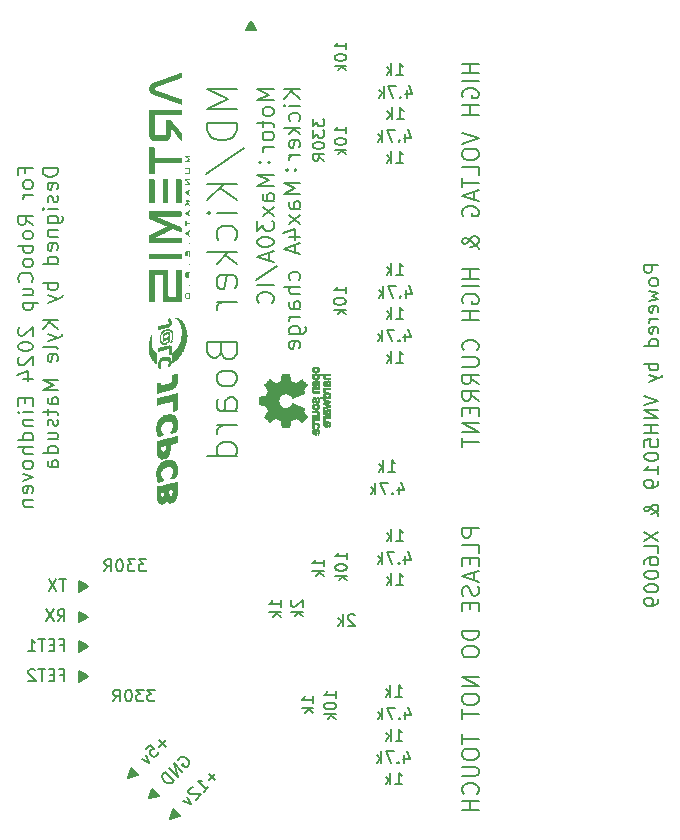
<source format=gbr>
%TF.GenerationSoftware,KiCad,Pcbnew,7.0.9*%
%TF.CreationDate,2024-06-22T14:47:38+09:00*%
%TF.ProjectId,Drive,44726976-652e-46b6-9963-61645f706362,rev?*%
%TF.SameCoordinates,Original*%
%TF.FileFunction,Legend,Bot*%
%TF.FilePolarity,Positive*%
%FSLAX46Y46*%
G04 Gerber Fmt 4.6, Leading zero omitted, Abs format (unit mm)*
G04 Created by KiCad (PCBNEW 7.0.9) date 2024-06-22 14:47:38*
%MOMM*%
%LPD*%
G01*
G04 APERTURE LIST*
%ADD10C,0.150000*%
%ADD11C,0.200000*%
%ADD12C,0.010000*%
G04 APERTURE END LIST*
D10*
X144097211Y-81378419D02*
X144668639Y-81378419D01*
X144382925Y-81378419D02*
X144382925Y-80378419D01*
X144382925Y-80378419D02*
X144478163Y-80521276D01*
X144478163Y-80521276D02*
X144573401Y-80616514D01*
X144573401Y-80616514D02*
X144668639Y-80664133D01*
X143668639Y-81378419D02*
X143668639Y-80378419D01*
X143573401Y-80997466D02*
X143287687Y-81378419D01*
X143287687Y-80711752D02*
X143668639Y-81092704D01*
X144021011Y-117090819D02*
X144592439Y-117090819D01*
X144306725Y-117090819D02*
X144306725Y-116090819D01*
X144306725Y-116090819D02*
X144401963Y-116233676D01*
X144401963Y-116233676D02*
X144497201Y-116328914D01*
X144497201Y-116328914D02*
X144592439Y-116376533D01*
X143592439Y-117090819D02*
X143592439Y-116090819D01*
X143497201Y-116709866D02*
X143211487Y-117090819D01*
X143211487Y-116424152D02*
X143592439Y-116805104D01*
X125651384Y-115006641D02*
X125685056Y-114905626D01*
X125685056Y-114905626D02*
X125786071Y-114804610D01*
X125786071Y-114804610D02*
X125920758Y-114737267D01*
X125920758Y-114737267D02*
X126055446Y-114737267D01*
X126055446Y-114737267D02*
X126156461Y-114770939D01*
X126156461Y-114770939D02*
X126324820Y-114871954D01*
X126324820Y-114871954D02*
X126425835Y-114972969D01*
X126425835Y-114972969D02*
X126526850Y-115141328D01*
X126526850Y-115141328D02*
X126560522Y-115242343D01*
X126560522Y-115242343D02*
X126560522Y-115377030D01*
X126560522Y-115377030D02*
X126493178Y-115511717D01*
X126493178Y-115511717D02*
X126425835Y-115579061D01*
X126425835Y-115579061D02*
X126291148Y-115646404D01*
X126291148Y-115646404D02*
X126223804Y-115646404D01*
X126223804Y-115646404D02*
X125988102Y-115410702D01*
X125988102Y-115410702D02*
X126122789Y-115276015D01*
X125988102Y-116016793D02*
X125280995Y-115309687D01*
X125280995Y-115309687D02*
X125584041Y-116420854D01*
X125584041Y-116420854D02*
X124876934Y-115713748D01*
X125247324Y-116757572D02*
X124540217Y-116050465D01*
X124540217Y-116050465D02*
X124371858Y-116218824D01*
X124371858Y-116218824D02*
X124304514Y-116353511D01*
X124304514Y-116353511D02*
X124304514Y-116488198D01*
X124304514Y-116488198D02*
X124338186Y-116589213D01*
X124338186Y-116589213D02*
X124439201Y-116757572D01*
X124439201Y-116757572D02*
X124540217Y-116858587D01*
X124540217Y-116858587D02*
X124708575Y-116959602D01*
X124708575Y-116959602D02*
X124809591Y-116993274D01*
X124809591Y-116993274D02*
X124944278Y-116993274D01*
X124944278Y-116993274D02*
X125078965Y-116925931D01*
X125078965Y-116925931D02*
X125247324Y-116757572D01*
X123429049Y-117498351D02*
X123967797Y-118037099D01*
X123429049Y-117565694D02*
X123900453Y-118037099D01*
X123395377Y-117599366D02*
X123866782Y-118070770D01*
X123395377Y-117666709D02*
X123799438Y-118070770D01*
X123361705Y-117700381D02*
X123765766Y-118104442D01*
X123361705Y-117767725D02*
X123698423Y-118104442D01*
X123328033Y-117801396D02*
X123664751Y-118138114D01*
X123328033Y-117868740D02*
X123597408Y-118138114D01*
X123328033Y-117936083D02*
X123530064Y-118138114D01*
X123294362Y-117969755D02*
X123496392Y-118171786D01*
X123294362Y-118037099D02*
X123429049Y-118171786D01*
X123260690Y-118070770D02*
X123395377Y-118205457D01*
X123294362Y-118171786D02*
X123260690Y-118205457D01*
X123260690Y-118138114D02*
X123328033Y-118205457D01*
X123462721Y-117464679D02*
X123227018Y-118239129D01*
X123227018Y-118239129D02*
X124001469Y-118003427D01*
X123193346Y-118272801D02*
X124035140Y-118037099D01*
X124035140Y-118037099D02*
X123429049Y-117431007D01*
X123429049Y-117431007D02*
X123193346Y-118272801D01*
X137020419Y-60744341D02*
X137020419Y-61363388D01*
X137020419Y-61363388D02*
X137401371Y-61030055D01*
X137401371Y-61030055D02*
X137401371Y-61172912D01*
X137401371Y-61172912D02*
X137448990Y-61268150D01*
X137448990Y-61268150D02*
X137496609Y-61315769D01*
X137496609Y-61315769D02*
X137591847Y-61363388D01*
X137591847Y-61363388D02*
X137829942Y-61363388D01*
X137829942Y-61363388D02*
X137925180Y-61315769D01*
X137925180Y-61315769D02*
X137972800Y-61268150D01*
X137972800Y-61268150D02*
X138020419Y-61172912D01*
X138020419Y-61172912D02*
X138020419Y-60887198D01*
X138020419Y-60887198D02*
X137972800Y-60791960D01*
X137972800Y-60791960D02*
X137925180Y-60744341D01*
X137020419Y-61696722D02*
X137020419Y-62315769D01*
X137020419Y-62315769D02*
X137401371Y-61982436D01*
X137401371Y-61982436D02*
X137401371Y-62125293D01*
X137401371Y-62125293D02*
X137448990Y-62220531D01*
X137448990Y-62220531D02*
X137496609Y-62268150D01*
X137496609Y-62268150D02*
X137591847Y-62315769D01*
X137591847Y-62315769D02*
X137829942Y-62315769D01*
X137829942Y-62315769D02*
X137925180Y-62268150D01*
X137925180Y-62268150D02*
X137972800Y-62220531D01*
X137972800Y-62220531D02*
X138020419Y-62125293D01*
X138020419Y-62125293D02*
X138020419Y-61839579D01*
X138020419Y-61839579D02*
X137972800Y-61744341D01*
X137972800Y-61744341D02*
X137925180Y-61696722D01*
X137020419Y-62934817D02*
X137020419Y-63030055D01*
X137020419Y-63030055D02*
X137068038Y-63125293D01*
X137068038Y-63125293D02*
X137115657Y-63172912D01*
X137115657Y-63172912D02*
X137210895Y-63220531D01*
X137210895Y-63220531D02*
X137401371Y-63268150D01*
X137401371Y-63268150D02*
X137639466Y-63268150D01*
X137639466Y-63268150D02*
X137829942Y-63220531D01*
X137829942Y-63220531D02*
X137925180Y-63172912D01*
X137925180Y-63172912D02*
X137972800Y-63125293D01*
X137972800Y-63125293D02*
X138020419Y-63030055D01*
X138020419Y-63030055D02*
X138020419Y-62934817D01*
X138020419Y-62934817D02*
X137972800Y-62839579D01*
X137972800Y-62839579D02*
X137925180Y-62791960D01*
X137925180Y-62791960D02*
X137829942Y-62744341D01*
X137829942Y-62744341D02*
X137639466Y-62696722D01*
X137639466Y-62696722D02*
X137401371Y-62696722D01*
X137401371Y-62696722D02*
X137210895Y-62744341D01*
X137210895Y-62744341D02*
X137115657Y-62791960D01*
X137115657Y-62791960D02*
X137068038Y-62839579D01*
X137068038Y-62839579D02*
X137020419Y-62934817D01*
X138020419Y-64268150D02*
X137544228Y-63934817D01*
X138020419Y-63696722D02*
X137020419Y-63696722D01*
X137020419Y-63696722D02*
X137020419Y-64077674D01*
X137020419Y-64077674D02*
X137068038Y-64172912D01*
X137068038Y-64172912D02*
X137115657Y-64220531D01*
X137115657Y-64220531D02*
X137210895Y-64268150D01*
X137210895Y-64268150D02*
X137353752Y-64268150D01*
X137353752Y-64268150D02*
X137448990Y-64220531D01*
X137448990Y-64220531D02*
X137496609Y-64172912D01*
X137496609Y-64172912D02*
X137544228Y-64077674D01*
X137544228Y-64077674D02*
X137544228Y-63696722D01*
X139925419Y-98040988D02*
X139925419Y-97469560D01*
X139925419Y-97755274D02*
X138925419Y-97755274D01*
X138925419Y-97755274D02*
X139068276Y-97660036D01*
X139068276Y-97660036D02*
X139163514Y-97564798D01*
X139163514Y-97564798D02*
X139211133Y-97469560D01*
X138925419Y-98660036D02*
X138925419Y-98755274D01*
X138925419Y-98755274D02*
X138973038Y-98850512D01*
X138973038Y-98850512D02*
X139020657Y-98898131D01*
X139020657Y-98898131D02*
X139115895Y-98945750D01*
X139115895Y-98945750D02*
X139306371Y-98993369D01*
X139306371Y-98993369D02*
X139544466Y-98993369D01*
X139544466Y-98993369D02*
X139734942Y-98945750D01*
X139734942Y-98945750D02*
X139830180Y-98898131D01*
X139830180Y-98898131D02*
X139877800Y-98850512D01*
X139877800Y-98850512D02*
X139925419Y-98755274D01*
X139925419Y-98755274D02*
X139925419Y-98660036D01*
X139925419Y-98660036D02*
X139877800Y-98564798D01*
X139877800Y-98564798D02*
X139830180Y-98517179D01*
X139830180Y-98517179D02*
X139734942Y-98469560D01*
X139734942Y-98469560D02*
X139544466Y-98421941D01*
X139544466Y-98421941D02*
X139306371Y-98421941D01*
X139306371Y-98421941D02*
X139115895Y-98469560D01*
X139115895Y-98469560D02*
X139020657Y-98517179D01*
X139020657Y-98517179D02*
X138973038Y-98564798D01*
X138973038Y-98564798D02*
X138925419Y-98660036D01*
X139925419Y-99421941D02*
X138925419Y-99421941D01*
X139544466Y-99517179D02*
X139925419Y-99802893D01*
X139258752Y-99802893D02*
X139639704Y-99421941D01*
X117287535Y-100707819D02*
X117287535Y-99945914D01*
X117335154Y-100660200D02*
X117335154Y-99993533D01*
X117382773Y-100660200D02*
X117382773Y-99993533D01*
X117430392Y-100612580D02*
X117430392Y-100041152D01*
X117478011Y-100612580D02*
X117478011Y-100041152D01*
X117525630Y-100564961D02*
X117525630Y-100088771D01*
X117573249Y-100564961D02*
X117573249Y-100088771D01*
X117620868Y-100517342D02*
X117620868Y-100136390D01*
X117668487Y-100469723D02*
X117668487Y-100184009D01*
X117716106Y-100469723D02*
X117716106Y-100184009D01*
X117763725Y-100422104D02*
X117763725Y-100231628D01*
X117811344Y-100422104D02*
X117811344Y-100231628D01*
X117858963Y-100326866D02*
X117906582Y-100326866D01*
X117858963Y-100374485D02*
X117858963Y-100279247D01*
X117239916Y-100707819D02*
X117954201Y-100326866D01*
X117954201Y-100326866D02*
X117239916Y-99945914D01*
X118001820Y-100326866D02*
X117239916Y-99898295D01*
X117239916Y-99898295D02*
X117239916Y-100755438D01*
X117239916Y-100755438D02*
X118001820Y-100326866D01*
X116144677Y-99707819D02*
X115573249Y-99707819D01*
X115858963Y-100707819D02*
X115858963Y-99707819D01*
X115335153Y-99707819D02*
X114668487Y-100707819D01*
X114668487Y-99707819D02*
X115335153Y-100707819D01*
X144122611Y-64462019D02*
X144694039Y-64462019D01*
X144408325Y-64462019D02*
X144408325Y-63462019D01*
X144408325Y-63462019D02*
X144503563Y-63604876D01*
X144503563Y-63604876D02*
X144598801Y-63700114D01*
X144598801Y-63700114D02*
X144694039Y-63747733D01*
X143694039Y-64462019D02*
X143694039Y-63462019D01*
X143598801Y-64081066D02*
X143313087Y-64462019D01*
X143313087Y-63795352D02*
X143694039Y-64176304D01*
X135261457Y-101482760D02*
X135213838Y-101530379D01*
X135213838Y-101530379D02*
X135166219Y-101625617D01*
X135166219Y-101625617D02*
X135166219Y-101863712D01*
X135166219Y-101863712D02*
X135213838Y-101958950D01*
X135213838Y-101958950D02*
X135261457Y-102006569D01*
X135261457Y-102006569D02*
X135356695Y-102054188D01*
X135356695Y-102054188D02*
X135451933Y-102054188D01*
X135451933Y-102054188D02*
X135594790Y-102006569D01*
X135594790Y-102006569D02*
X136166219Y-101435141D01*
X136166219Y-101435141D02*
X136166219Y-102054188D01*
X136166219Y-102482760D02*
X135166219Y-102482760D01*
X135785266Y-102577998D02*
X136166219Y-102863712D01*
X135499552Y-102863712D02*
X135880504Y-102482760D01*
X144979849Y-58283552D02*
X144979849Y-58950219D01*
X145217944Y-57902600D02*
X145456039Y-58616885D01*
X145456039Y-58616885D02*
X144836992Y-58616885D01*
X144456039Y-58854980D02*
X144408420Y-58902600D01*
X144408420Y-58902600D02*
X144456039Y-58950219D01*
X144456039Y-58950219D02*
X144503658Y-58902600D01*
X144503658Y-58902600D02*
X144456039Y-58854980D01*
X144456039Y-58854980D02*
X144456039Y-58950219D01*
X144075087Y-57950219D02*
X143408421Y-57950219D01*
X143408421Y-57950219D02*
X143836992Y-58950219D01*
X143027468Y-58950219D02*
X143027468Y-57950219D01*
X142932230Y-58569266D02*
X142646516Y-58950219D01*
X142646516Y-58283552D02*
X143027468Y-58664504D01*
X132210085Y-53158801D02*
X131448180Y-53158801D01*
X132162466Y-53111182D02*
X131495800Y-53111182D01*
X132162466Y-53063563D02*
X131495800Y-53063563D01*
X132114847Y-53015944D02*
X131543419Y-53015944D01*
X132114847Y-52968325D02*
X131543419Y-52968325D01*
X132067228Y-52920706D02*
X131591038Y-52920706D01*
X132067228Y-52873087D02*
X131591038Y-52873087D01*
X132019609Y-52825468D02*
X131638657Y-52825468D01*
X131971990Y-52777849D02*
X131686276Y-52777849D01*
X131971990Y-52730230D02*
X131686276Y-52730230D01*
X131924371Y-52682611D02*
X131733895Y-52682611D01*
X131924371Y-52634992D02*
X131733895Y-52634992D01*
X131829133Y-52587373D02*
X131829133Y-52539754D01*
X131876752Y-52587373D02*
X131781514Y-52587373D01*
X132210085Y-53206420D02*
X131829133Y-52492135D01*
X131829133Y-52492135D02*
X131448180Y-53206420D01*
X131829133Y-52444516D02*
X131400561Y-53206420D01*
X131400561Y-53206420D02*
X132257704Y-53206420D01*
X132257704Y-53206420D02*
X131829133Y-52444516D01*
X144852849Y-97729752D02*
X144852849Y-98396419D01*
X145090944Y-97348800D02*
X145329039Y-98063085D01*
X145329039Y-98063085D02*
X144709992Y-98063085D01*
X144329039Y-98301180D02*
X144281420Y-98348800D01*
X144281420Y-98348800D02*
X144329039Y-98396419D01*
X144329039Y-98396419D02*
X144376658Y-98348800D01*
X144376658Y-98348800D02*
X144329039Y-98301180D01*
X144329039Y-98301180D02*
X144329039Y-98396419D01*
X143948087Y-97396419D02*
X143281421Y-97396419D01*
X143281421Y-97396419D02*
X143709992Y-98396419D01*
X142900468Y-98396419D02*
X142900468Y-97396419D01*
X142805230Y-98015466D02*
X142519516Y-98396419D01*
X142519516Y-97729752D02*
X142900468Y-98110704D01*
X166291542Y-73104598D02*
X165091542Y-73104598D01*
X165091542Y-73104598D02*
X165091542Y-73561741D01*
X165091542Y-73561741D02*
X165148685Y-73676026D01*
X165148685Y-73676026D02*
X165205828Y-73733169D01*
X165205828Y-73733169D02*
X165320114Y-73790312D01*
X165320114Y-73790312D02*
X165491542Y-73790312D01*
X165491542Y-73790312D02*
X165605828Y-73733169D01*
X165605828Y-73733169D02*
X165662971Y-73676026D01*
X165662971Y-73676026D02*
X165720114Y-73561741D01*
X165720114Y-73561741D02*
X165720114Y-73104598D01*
X166291542Y-74476026D02*
X166234400Y-74361741D01*
X166234400Y-74361741D02*
X166177257Y-74304598D01*
X166177257Y-74304598D02*
X166062971Y-74247455D01*
X166062971Y-74247455D02*
X165720114Y-74247455D01*
X165720114Y-74247455D02*
X165605828Y-74304598D01*
X165605828Y-74304598D02*
X165548685Y-74361741D01*
X165548685Y-74361741D02*
X165491542Y-74476026D01*
X165491542Y-74476026D02*
X165491542Y-74647455D01*
X165491542Y-74647455D02*
X165548685Y-74761741D01*
X165548685Y-74761741D02*
X165605828Y-74818884D01*
X165605828Y-74818884D02*
X165720114Y-74876026D01*
X165720114Y-74876026D02*
X166062971Y-74876026D01*
X166062971Y-74876026D02*
X166177257Y-74818884D01*
X166177257Y-74818884D02*
X166234400Y-74761741D01*
X166234400Y-74761741D02*
X166291542Y-74647455D01*
X166291542Y-74647455D02*
X166291542Y-74476026D01*
X165491542Y-75276026D02*
X166291542Y-75504598D01*
X166291542Y-75504598D02*
X165720114Y-75733169D01*
X165720114Y-75733169D02*
X166291542Y-75961740D01*
X166291542Y-75961740D02*
X165491542Y-76190312D01*
X166234400Y-77104598D02*
X166291542Y-76990312D01*
X166291542Y-76990312D02*
X166291542Y-76761741D01*
X166291542Y-76761741D02*
X166234400Y-76647455D01*
X166234400Y-76647455D02*
X166120114Y-76590312D01*
X166120114Y-76590312D02*
X165662971Y-76590312D01*
X165662971Y-76590312D02*
X165548685Y-76647455D01*
X165548685Y-76647455D02*
X165491542Y-76761741D01*
X165491542Y-76761741D02*
X165491542Y-76990312D01*
X165491542Y-76990312D02*
X165548685Y-77104598D01*
X165548685Y-77104598D02*
X165662971Y-77161741D01*
X165662971Y-77161741D02*
X165777257Y-77161741D01*
X165777257Y-77161741D02*
X165891542Y-76590312D01*
X166291542Y-77676026D02*
X165491542Y-77676026D01*
X165720114Y-77676026D02*
X165605828Y-77733169D01*
X165605828Y-77733169D02*
X165548685Y-77790312D01*
X165548685Y-77790312D02*
X165491542Y-77904597D01*
X165491542Y-77904597D02*
X165491542Y-78018883D01*
X166234400Y-78876026D02*
X166291542Y-78761740D01*
X166291542Y-78761740D02*
X166291542Y-78533169D01*
X166291542Y-78533169D02*
X166234400Y-78418883D01*
X166234400Y-78418883D02*
X166120114Y-78361740D01*
X166120114Y-78361740D02*
X165662971Y-78361740D01*
X165662971Y-78361740D02*
X165548685Y-78418883D01*
X165548685Y-78418883D02*
X165491542Y-78533169D01*
X165491542Y-78533169D02*
X165491542Y-78761740D01*
X165491542Y-78761740D02*
X165548685Y-78876026D01*
X165548685Y-78876026D02*
X165662971Y-78933169D01*
X165662971Y-78933169D02*
X165777257Y-78933169D01*
X165777257Y-78933169D02*
X165891542Y-78361740D01*
X166291542Y-79961740D02*
X165091542Y-79961740D01*
X166234400Y-79961740D02*
X166291542Y-79847454D01*
X166291542Y-79847454D02*
X166291542Y-79618882D01*
X166291542Y-79618882D02*
X166234400Y-79504597D01*
X166234400Y-79504597D02*
X166177257Y-79447454D01*
X166177257Y-79447454D02*
X166062971Y-79390311D01*
X166062971Y-79390311D02*
X165720114Y-79390311D01*
X165720114Y-79390311D02*
X165605828Y-79447454D01*
X165605828Y-79447454D02*
X165548685Y-79504597D01*
X165548685Y-79504597D02*
X165491542Y-79618882D01*
X165491542Y-79618882D02*
X165491542Y-79847454D01*
X165491542Y-79847454D02*
X165548685Y-79961740D01*
X166291542Y-81447454D02*
X165091542Y-81447454D01*
X165548685Y-81447454D02*
X165491542Y-81561740D01*
X165491542Y-81561740D02*
X165491542Y-81790311D01*
X165491542Y-81790311D02*
X165548685Y-81904597D01*
X165548685Y-81904597D02*
X165605828Y-81961740D01*
X165605828Y-81961740D02*
X165720114Y-82018882D01*
X165720114Y-82018882D02*
X166062971Y-82018882D01*
X166062971Y-82018882D02*
X166177257Y-81961740D01*
X166177257Y-81961740D02*
X166234400Y-81904597D01*
X166234400Y-81904597D02*
X166291542Y-81790311D01*
X166291542Y-81790311D02*
X166291542Y-81561740D01*
X166291542Y-81561740D02*
X166234400Y-81447454D01*
X165491542Y-82418882D02*
X166291542Y-82704596D01*
X165491542Y-82990311D02*
X166291542Y-82704596D01*
X166291542Y-82704596D02*
X166577257Y-82590311D01*
X166577257Y-82590311D02*
X166634400Y-82533168D01*
X166634400Y-82533168D02*
X166691542Y-82418882D01*
X165091542Y-84190311D02*
X166291542Y-84590311D01*
X166291542Y-84590311D02*
X165091542Y-84990311D01*
X166291542Y-85390311D02*
X165091542Y-85390311D01*
X165091542Y-85390311D02*
X166291542Y-86076025D01*
X166291542Y-86076025D02*
X165091542Y-86076025D01*
X166291542Y-86647454D02*
X165091542Y-86647454D01*
X165662971Y-86647454D02*
X165662971Y-87333168D01*
X166291542Y-87333168D02*
X165091542Y-87333168D01*
X165091542Y-88476025D02*
X165091542Y-87904597D01*
X165091542Y-87904597D02*
X165662971Y-87847454D01*
X165662971Y-87847454D02*
X165605828Y-87904597D01*
X165605828Y-87904597D02*
X165548685Y-88018883D01*
X165548685Y-88018883D02*
X165548685Y-88304597D01*
X165548685Y-88304597D02*
X165605828Y-88418883D01*
X165605828Y-88418883D02*
X165662971Y-88476025D01*
X165662971Y-88476025D02*
X165777257Y-88533168D01*
X165777257Y-88533168D02*
X166062971Y-88533168D01*
X166062971Y-88533168D02*
X166177257Y-88476025D01*
X166177257Y-88476025D02*
X166234400Y-88418883D01*
X166234400Y-88418883D02*
X166291542Y-88304597D01*
X166291542Y-88304597D02*
X166291542Y-88018883D01*
X166291542Y-88018883D02*
X166234400Y-87904597D01*
X166234400Y-87904597D02*
X166177257Y-87847454D01*
X165091542Y-89276025D02*
X165091542Y-89390311D01*
X165091542Y-89390311D02*
X165148685Y-89504597D01*
X165148685Y-89504597D02*
X165205828Y-89561740D01*
X165205828Y-89561740D02*
X165320114Y-89618882D01*
X165320114Y-89618882D02*
X165548685Y-89676025D01*
X165548685Y-89676025D02*
X165834400Y-89676025D01*
X165834400Y-89676025D02*
X166062971Y-89618882D01*
X166062971Y-89618882D02*
X166177257Y-89561740D01*
X166177257Y-89561740D02*
X166234400Y-89504597D01*
X166234400Y-89504597D02*
X166291542Y-89390311D01*
X166291542Y-89390311D02*
X166291542Y-89276025D01*
X166291542Y-89276025D02*
X166234400Y-89161740D01*
X166234400Y-89161740D02*
X166177257Y-89104597D01*
X166177257Y-89104597D02*
X166062971Y-89047454D01*
X166062971Y-89047454D02*
X165834400Y-88990311D01*
X165834400Y-88990311D02*
X165548685Y-88990311D01*
X165548685Y-88990311D02*
X165320114Y-89047454D01*
X165320114Y-89047454D02*
X165205828Y-89104597D01*
X165205828Y-89104597D02*
X165148685Y-89161740D01*
X165148685Y-89161740D02*
X165091542Y-89276025D01*
X166291542Y-90818882D02*
X166291542Y-90133168D01*
X166291542Y-90476025D02*
X165091542Y-90476025D01*
X165091542Y-90476025D02*
X165262971Y-90361739D01*
X165262971Y-90361739D02*
X165377257Y-90247454D01*
X165377257Y-90247454D02*
X165434400Y-90133168D01*
X166291542Y-91390311D02*
X166291542Y-91618882D01*
X166291542Y-91618882D02*
X166234400Y-91733168D01*
X166234400Y-91733168D02*
X166177257Y-91790311D01*
X166177257Y-91790311D02*
X166005828Y-91904596D01*
X166005828Y-91904596D02*
X165777257Y-91961739D01*
X165777257Y-91961739D02*
X165320114Y-91961739D01*
X165320114Y-91961739D02*
X165205828Y-91904596D01*
X165205828Y-91904596D02*
X165148685Y-91847454D01*
X165148685Y-91847454D02*
X165091542Y-91733168D01*
X165091542Y-91733168D02*
X165091542Y-91504596D01*
X165091542Y-91504596D02*
X165148685Y-91390311D01*
X165148685Y-91390311D02*
X165205828Y-91333168D01*
X165205828Y-91333168D02*
X165320114Y-91276025D01*
X165320114Y-91276025D02*
X165605828Y-91276025D01*
X165605828Y-91276025D02*
X165720114Y-91333168D01*
X165720114Y-91333168D02*
X165777257Y-91390311D01*
X165777257Y-91390311D02*
X165834400Y-91504596D01*
X165834400Y-91504596D02*
X165834400Y-91733168D01*
X165834400Y-91733168D02*
X165777257Y-91847454D01*
X165777257Y-91847454D02*
X165720114Y-91904596D01*
X165720114Y-91904596D02*
X165605828Y-91961739D01*
X166291542Y-94361739D02*
X166291542Y-94304597D01*
X166291542Y-94304597D02*
X166234400Y-94190311D01*
X166234400Y-94190311D02*
X166062971Y-94018882D01*
X166062971Y-94018882D02*
X165720114Y-93733168D01*
X165720114Y-93733168D02*
X165548685Y-93618882D01*
X165548685Y-93618882D02*
X165377257Y-93561739D01*
X165377257Y-93561739D02*
X165262971Y-93561739D01*
X165262971Y-93561739D02*
X165148685Y-93618882D01*
X165148685Y-93618882D02*
X165091542Y-93733168D01*
X165091542Y-93733168D02*
X165091542Y-93790311D01*
X165091542Y-93790311D02*
X165148685Y-93904597D01*
X165148685Y-93904597D02*
X165262971Y-93961739D01*
X165262971Y-93961739D02*
X165320114Y-93961739D01*
X165320114Y-93961739D02*
X165434400Y-93904597D01*
X165434400Y-93904597D02*
X165491542Y-93847454D01*
X165491542Y-93847454D02*
X165720114Y-93504597D01*
X165720114Y-93504597D02*
X165777257Y-93447454D01*
X165777257Y-93447454D02*
X165891542Y-93390311D01*
X165891542Y-93390311D02*
X166062971Y-93390311D01*
X166062971Y-93390311D02*
X166177257Y-93447454D01*
X166177257Y-93447454D02*
X166234400Y-93504597D01*
X166234400Y-93504597D02*
X166291542Y-93618882D01*
X166291542Y-93618882D02*
X166291542Y-93790311D01*
X166291542Y-93790311D02*
X166234400Y-93904597D01*
X166234400Y-93904597D02*
X166177257Y-93961739D01*
X166177257Y-93961739D02*
X165948685Y-94133168D01*
X165948685Y-94133168D02*
X165777257Y-94190311D01*
X165777257Y-94190311D02*
X165662971Y-94190311D01*
X165091542Y-95676025D02*
X166291542Y-96476025D01*
X165091542Y-96476025D02*
X166291542Y-95676025D01*
X166291542Y-97504596D02*
X166291542Y-96933168D01*
X166291542Y-96933168D02*
X165091542Y-96933168D01*
X165091542Y-98418883D02*
X165091542Y-98190311D01*
X165091542Y-98190311D02*
X165148685Y-98076025D01*
X165148685Y-98076025D02*
X165205828Y-98018883D01*
X165205828Y-98018883D02*
X165377257Y-97904597D01*
X165377257Y-97904597D02*
X165605828Y-97847454D01*
X165605828Y-97847454D02*
X166062971Y-97847454D01*
X166062971Y-97847454D02*
X166177257Y-97904597D01*
X166177257Y-97904597D02*
X166234400Y-97961740D01*
X166234400Y-97961740D02*
X166291542Y-98076025D01*
X166291542Y-98076025D02*
X166291542Y-98304597D01*
X166291542Y-98304597D02*
X166234400Y-98418883D01*
X166234400Y-98418883D02*
X166177257Y-98476025D01*
X166177257Y-98476025D02*
X166062971Y-98533168D01*
X166062971Y-98533168D02*
X165777257Y-98533168D01*
X165777257Y-98533168D02*
X165662971Y-98476025D01*
X165662971Y-98476025D02*
X165605828Y-98418883D01*
X165605828Y-98418883D02*
X165548685Y-98304597D01*
X165548685Y-98304597D02*
X165548685Y-98076025D01*
X165548685Y-98076025D02*
X165605828Y-97961740D01*
X165605828Y-97961740D02*
X165662971Y-97904597D01*
X165662971Y-97904597D02*
X165777257Y-97847454D01*
X165091542Y-99276025D02*
X165091542Y-99390311D01*
X165091542Y-99390311D02*
X165148685Y-99504597D01*
X165148685Y-99504597D02*
X165205828Y-99561740D01*
X165205828Y-99561740D02*
X165320114Y-99618882D01*
X165320114Y-99618882D02*
X165548685Y-99676025D01*
X165548685Y-99676025D02*
X165834400Y-99676025D01*
X165834400Y-99676025D02*
X166062971Y-99618882D01*
X166062971Y-99618882D02*
X166177257Y-99561740D01*
X166177257Y-99561740D02*
X166234400Y-99504597D01*
X166234400Y-99504597D02*
X166291542Y-99390311D01*
X166291542Y-99390311D02*
X166291542Y-99276025D01*
X166291542Y-99276025D02*
X166234400Y-99161740D01*
X166234400Y-99161740D02*
X166177257Y-99104597D01*
X166177257Y-99104597D02*
X166062971Y-99047454D01*
X166062971Y-99047454D02*
X165834400Y-98990311D01*
X165834400Y-98990311D02*
X165548685Y-98990311D01*
X165548685Y-98990311D02*
X165320114Y-99047454D01*
X165320114Y-99047454D02*
X165205828Y-99104597D01*
X165205828Y-99104597D02*
X165148685Y-99161740D01*
X165148685Y-99161740D02*
X165091542Y-99276025D01*
X165091542Y-100418882D02*
X165091542Y-100533168D01*
X165091542Y-100533168D02*
X165148685Y-100647454D01*
X165148685Y-100647454D02*
X165205828Y-100704597D01*
X165205828Y-100704597D02*
X165320114Y-100761739D01*
X165320114Y-100761739D02*
X165548685Y-100818882D01*
X165548685Y-100818882D02*
X165834400Y-100818882D01*
X165834400Y-100818882D02*
X166062971Y-100761739D01*
X166062971Y-100761739D02*
X166177257Y-100704597D01*
X166177257Y-100704597D02*
X166234400Y-100647454D01*
X166234400Y-100647454D02*
X166291542Y-100533168D01*
X166291542Y-100533168D02*
X166291542Y-100418882D01*
X166291542Y-100418882D02*
X166234400Y-100304597D01*
X166234400Y-100304597D02*
X166177257Y-100247454D01*
X166177257Y-100247454D02*
X166062971Y-100190311D01*
X166062971Y-100190311D02*
X165834400Y-100133168D01*
X165834400Y-100133168D02*
X165548685Y-100133168D01*
X165548685Y-100133168D02*
X165320114Y-100190311D01*
X165320114Y-100190311D02*
X165205828Y-100247454D01*
X165205828Y-100247454D02*
X165148685Y-100304597D01*
X165148685Y-100304597D02*
X165091542Y-100418882D01*
X166291542Y-101390311D02*
X166291542Y-101618882D01*
X166291542Y-101618882D02*
X166234400Y-101733168D01*
X166234400Y-101733168D02*
X166177257Y-101790311D01*
X166177257Y-101790311D02*
X166005828Y-101904596D01*
X166005828Y-101904596D02*
X165777257Y-101961739D01*
X165777257Y-101961739D02*
X165320114Y-101961739D01*
X165320114Y-101961739D02*
X165205828Y-101904596D01*
X165205828Y-101904596D02*
X165148685Y-101847454D01*
X165148685Y-101847454D02*
X165091542Y-101733168D01*
X165091542Y-101733168D02*
X165091542Y-101504596D01*
X165091542Y-101504596D02*
X165148685Y-101390311D01*
X165148685Y-101390311D02*
X165205828Y-101333168D01*
X165205828Y-101333168D02*
X165320114Y-101276025D01*
X165320114Y-101276025D02*
X165605828Y-101276025D01*
X165605828Y-101276025D02*
X165720114Y-101333168D01*
X165720114Y-101333168D02*
X165777257Y-101390311D01*
X165777257Y-101390311D02*
X165834400Y-101504596D01*
X165834400Y-101504596D02*
X165834400Y-101733168D01*
X165834400Y-101733168D02*
X165777257Y-101847454D01*
X165777257Y-101847454D02*
X165720114Y-101904596D01*
X165720114Y-101904596D02*
X165605828Y-101961739D01*
X139874619Y-54860988D02*
X139874619Y-54289560D01*
X139874619Y-54575274D02*
X138874619Y-54575274D01*
X138874619Y-54575274D02*
X139017476Y-54480036D01*
X139017476Y-54480036D02*
X139112714Y-54384798D01*
X139112714Y-54384798D02*
X139160333Y-54289560D01*
X138874619Y-55480036D02*
X138874619Y-55575274D01*
X138874619Y-55575274D02*
X138922238Y-55670512D01*
X138922238Y-55670512D02*
X138969857Y-55718131D01*
X138969857Y-55718131D02*
X139065095Y-55765750D01*
X139065095Y-55765750D02*
X139255571Y-55813369D01*
X139255571Y-55813369D02*
X139493666Y-55813369D01*
X139493666Y-55813369D02*
X139684142Y-55765750D01*
X139684142Y-55765750D02*
X139779380Y-55718131D01*
X139779380Y-55718131D02*
X139827000Y-55670512D01*
X139827000Y-55670512D02*
X139874619Y-55575274D01*
X139874619Y-55575274D02*
X139874619Y-55480036D01*
X139874619Y-55480036D02*
X139827000Y-55384798D01*
X139827000Y-55384798D02*
X139779380Y-55337179D01*
X139779380Y-55337179D02*
X139684142Y-55289560D01*
X139684142Y-55289560D02*
X139493666Y-55241941D01*
X139493666Y-55241941D02*
X139255571Y-55241941D01*
X139255571Y-55241941D02*
X139065095Y-55289560D01*
X139065095Y-55289560D02*
X138969857Y-55337179D01*
X138969857Y-55337179D02*
X138922238Y-55384798D01*
X138922238Y-55384798D02*
X138874619Y-55480036D01*
X139874619Y-56241941D02*
X138874619Y-56241941D01*
X139493666Y-56337179D02*
X139874619Y-56622893D01*
X139207952Y-56622893D02*
X139588904Y-56241941D01*
X144122611Y-77670019D02*
X144694039Y-77670019D01*
X144408325Y-77670019D02*
X144408325Y-76670019D01*
X144408325Y-76670019D02*
X144503563Y-76812876D01*
X144503563Y-76812876D02*
X144598801Y-76908114D01*
X144598801Y-76908114D02*
X144694039Y-76955733D01*
X143694039Y-77670019D02*
X143694039Y-76670019D01*
X143598801Y-77289066D02*
X143313087Y-77670019D01*
X143313087Y-77003352D02*
X143694039Y-77384304D01*
X137995019Y-98625188D02*
X137995019Y-98053760D01*
X137995019Y-98339474D02*
X136995019Y-98339474D01*
X136995019Y-98339474D02*
X137137876Y-98244236D01*
X137137876Y-98244236D02*
X137233114Y-98148998D01*
X137233114Y-98148998D02*
X137280733Y-98053760D01*
X137995019Y-99053760D02*
X136995019Y-99053760D01*
X137614066Y-99148998D02*
X137995019Y-99434712D01*
X137328352Y-99434712D02*
X137709304Y-99053760D01*
X112679952Y-65332141D02*
X112679952Y-64898807D01*
X113360904Y-64898807D02*
X112060904Y-64898807D01*
X112060904Y-64898807D02*
X112060904Y-65517855D01*
X113360904Y-66198808D02*
X113299000Y-66074998D01*
X113299000Y-66074998D02*
X113237095Y-66013093D01*
X113237095Y-66013093D02*
X113113285Y-65951189D01*
X113113285Y-65951189D02*
X112741857Y-65951189D01*
X112741857Y-65951189D02*
X112618047Y-66013093D01*
X112618047Y-66013093D02*
X112556142Y-66074998D01*
X112556142Y-66074998D02*
X112494238Y-66198808D01*
X112494238Y-66198808D02*
X112494238Y-66384522D01*
X112494238Y-66384522D02*
X112556142Y-66508331D01*
X112556142Y-66508331D02*
X112618047Y-66570236D01*
X112618047Y-66570236D02*
X112741857Y-66632141D01*
X112741857Y-66632141D02*
X113113285Y-66632141D01*
X113113285Y-66632141D02*
X113237095Y-66570236D01*
X113237095Y-66570236D02*
X113299000Y-66508331D01*
X113299000Y-66508331D02*
X113360904Y-66384522D01*
X113360904Y-66384522D02*
X113360904Y-66198808D01*
X113360904Y-67189283D02*
X112494238Y-67189283D01*
X112741857Y-67189283D02*
X112618047Y-67251188D01*
X112618047Y-67251188D02*
X112556142Y-67313093D01*
X112556142Y-67313093D02*
X112494238Y-67436902D01*
X112494238Y-67436902D02*
X112494238Y-67560712D01*
X113360904Y-69727378D02*
X112741857Y-69294045D01*
X113360904Y-68984521D02*
X112060904Y-68984521D01*
X112060904Y-68984521D02*
X112060904Y-69479759D01*
X112060904Y-69479759D02*
X112122809Y-69603569D01*
X112122809Y-69603569D02*
X112184714Y-69665474D01*
X112184714Y-69665474D02*
X112308523Y-69727378D01*
X112308523Y-69727378D02*
X112494238Y-69727378D01*
X112494238Y-69727378D02*
X112618047Y-69665474D01*
X112618047Y-69665474D02*
X112679952Y-69603569D01*
X112679952Y-69603569D02*
X112741857Y-69479759D01*
X112741857Y-69479759D02*
X112741857Y-68984521D01*
X113360904Y-70470236D02*
X113299000Y-70346426D01*
X113299000Y-70346426D02*
X113237095Y-70284521D01*
X113237095Y-70284521D02*
X113113285Y-70222617D01*
X113113285Y-70222617D02*
X112741857Y-70222617D01*
X112741857Y-70222617D02*
X112618047Y-70284521D01*
X112618047Y-70284521D02*
X112556142Y-70346426D01*
X112556142Y-70346426D02*
X112494238Y-70470236D01*
X112494238Y-70470236D02*
X112494238Y-70655950D01*
X112494238Y-70655950D02*
X112556142Y-70779759D01*
X112556142Y-70779759D02*
X112618047Y-70841664D01*
X112618047Y-70841664D02*
X112741857Y-70903569D01*
X112741857Y-70903569D02*
X113113285Y-70903569D01*
X113113285Y-70903569D02*
X113237095Y-70841664D01*
X113237095Y-70841664D02*
X113299000Y-70779759D01*
X113299000Y-70779759D02*
X113360904Y-70655950D01*
X113360904Y-70655950D02*
X113360904Y-70470236D01*
X113360904Y-71460711D02*
X112060904Y-71460711D01*
X112556142Y-71460711D02*
X112494238Y-71584521D01*
X112494238Y-71584521D02*
X112494238Y-71832140D01*
X112494238Y-71832140D02*
X112556142Y-71955949D01*
X112556142Y-71955949D02*
X112618047Y-72017854D01*
X112618047Y-72017854D02*
X112741857Y-72079759D01*
X112741857Y-72079759D02*
X113113285Y-72079759D01*
X113113285Y-72079759D02*
X113237095Y-72017854D01*
X113237095Y-72017854D02*
X113299000Y-71955949D01*
X113299000Y-71955949D02*
X113360904Y-71832140D01*
X113360904Y-71832140D02*
X113360904Y-71584521D01*
X113360904Y-71584521D02*
X113299000Y-71460711D01*
X113360904Y-72822616D02*
X113299000Y-72698806D01*
X113299000Y-72698806D02*
X113237095Y-72636901D01*
X113237095Y-72636901D02*
X113113285Y-72574997D01*
X113113285Y-72574997D02*
X112741857Y-72574997D01*
X112741857Y-72574997D02*
X112618047Y-72636901D01*
X112618047Y-72636901D02*
X112556142Y-72698806D01*
X112556142Y-72698806D02*
X112494238Y-72822616D01*
X112494238Y-72822616D02*
X112494238Y-73008330D01*
X112494238Y-73008330D02*
X112556142Y-73132139D01*
X112556142Y-73132139D02*
X112618047Y-73194044D01*
X112618047Y-73194044D02*
X112741857Y-73255949D01*
X112741857Y-73255949D02*
X113113285Y-73255949D01*
X113113285Y-73255949D02*
X113237095Y-73194044D01*
X113237095Y-73194044D02*
X113299000Y-73132139D01*
X113299000Y-73132139D02*
X113360904Y-73008330D01*
X113360904Y-73008330D02*
X113360904Y-72822616D01*
X113237095Y-74555948D02*
X113299000Y-74494044D01*
X113299000Y-74494044D02*
X113360904Y-74308329D01*
X113360904Y-74308329D02*
X113360904Y-74184520D01*
X113360904Y-74184520D02*
X113299000Y-73998806D01*
X113299000Y-73998806D02*
X113175190Y-73874996D01*
X113175190Y-73874996D02*
X113051380Y-73813091D01*
X113051380Y-73813091D02*
X112803761Y-73751187D01*
X112803761Y-73751187D02*
X112618047Y-73751187D01*
X112618047Y-73751187D02*
X112370428Y-73813091D01*
X112370428Y-73813091D02*
X112246619Y-73874996D01*
X112246619Y-73874996D02*
X112122809Y-73998806D01*
X112122809Y-73998806D02*
X112060904Y-74184520D01*
X112060904Y-74184520D02*
X112060904Y-74308329D01*
X112060904Y-74308329D02*
X112122809Y-74494044D01*
X112122809Y-74494044D02*
X112184714Y-74555948D01*
X112494238Y-75670234D02*
X113360904Y-75670234D01*
X112494238Y-75113091D02*
X113175190Y-75113091D01*
X113175190Y-75113091D02*
X113299000Y-75174996D01*
X113299000Y-75174996D02*
X113360904Y-75298806D01*
X113360904Y-75298806D02*
X113360904Y-75484520D01*
X113360904Y-75484520D02*
X113299000Y-75608329D01*
X113299000Y-75608329D02*
X113237095Y-75670234D01*
X112494238Y-76289281D02*
X113794238Y-76289281D01*
X112556142Y-76289281D02*
X112494238Y-76413091D01*
X112494238Y-76413091D02*
X112494238Y-76660710D01*
X112494238Y-76660710D02*
X112556142Y-76784519D01*
X112556142Y-76784519D02*
X112618047Y-76846424D01*
X112618047Y-76846424D02*
X112741857Y-76908329D01*
X112741857Y-76908329D02*
X113113285Y-76908329D01*
X113113285Y-76908329D02*
X113237095Y-76846424D01*
X113237095Y-76846424D02*
X113299000Y-76784519D01*
X113299000Y-76784519D02*
X113360904Y-76660710D01*
X113360904Y-76660710D02*
X113360904Y-76413091D01*
X113360904Y-76413091D02*
X113299000Y-76289281D01*
X112184714Y-78394043D02*
X112122809Y-78455947D01*
X112122809Y-78455947D02*
X112060904Y-78579757D01*
X112060904Y-78579757D02*
X112060904Y-78889281D01*
X112060904Y-78889281D02*
X112122809Y-79013090D01*
X112122809Y-79013090D02*
X112184714Y-79074995D01*
X112184714Y-79074995D02*
X112308523Y-79136900D01*
X112308523Y-79136900D02*
X112432333Y-79136900D01*
X112432333Y-79136900D02*
X112618047Y-79074995D01*
X112618047Y-79074995D02*
X113360904Y-78332138D01*
X113360904Y-78332138D02*
X113360904Y-79136900D01*
X112060904Y-79941661D02*
X112060904Y-80065471D01*
X112060904Y-80065471D02*
X112122809Y-80189280D01*
X112122809Y-80189280D02*
X112184714Y-80251185D01*
X112184714Y-80251185D02*
X112308523Y-80313090D01*
X112308523Y-80313090D02*
X112556142Y-80374995D01*
X112556142Y-80374995D02*
X112865666Y-80374995D01*
X112865666Y-80374995D02*
X113113285Y-80313090D01*
X113113285Y-80313090D02*
X113237095Y-80251185D01*
X113237095Y-80251185D02*
X113299000Y-80189280D01*
X113299000Y-80189280D02*
X113360904Y-80065471D01*
X113360904Y-80065471D02*
X113360904Y-79941661D01*
X113360904Y-79941661D02*
X113299000Y-79817852D01*
X113299000Y-79817852D02*
X113237095Y-79755947D01*
X113237095Y-79755947D02*
X113113285Y-79694042D01*
X113113285Y-79694042D02*
X112865666Y-79632138D01*
X112865666Y-79632138D02*
X112556142Y-79632138D01*
X112556142Y-79632138D02*
X112308523Y-79694042D01*
X112308523Y-79694042D02*
X112184714Y-79755947D01*
X112184714Y-79755947D02*
X112122809Y-79817852D01*
X112122809Y-79817852D02*
X112060904Y-79941661D01*
X112184714Y-80870233D02*
X112122809Y-80932137D01*
X112122809Y-80932137D02*
X112060904Y-81055947D01*
X112060904Y-81055947D02*
X112060904Y-81365471D01*
X112060904Y-81365471D02*
X112122809Y-81489280D01*
X112122809Y-81489280D02*
X112184714Y-81551185D01*
X112184714Y-81551185D02*
X112308523Y-81613090D01*
X112308523Y-81613090D02*
X112432333Y-81613090D01*
X112432333Y-81613090D02*
X112618047Y-81551185D01*
X112618047Y-81551185D02*
X113360904Y-80808328D01*
X113360904Y-80808328D02*
X113360904Y-81613090D01*
X112494238Y-82727375D02*
X113360904Y-82727375D01*
X111999000Y-82417851D02*
X112927571Y-82108328D01*
X112927571Y-82108328D02*
X112927571Y-82913089D01*
X112679952Y-84398803D02*
X112679952Y-84832137D01*
X113360904Y-85017851D02*
X113360904Y-84398803D01*
X113360904Y-84398803D02*
X112060904Y-84398803D01*
X112060904Y-84398803D02*
X112060904Y-85017851D01*
X113360904Y-85574993D02*
X112494238Y-85574993D01*
X112060904Y-85574993D02*
X112122809Y-85513089D01*
X112122809Y-85513089D02*
X112184714Y-85574993D01*
X112184714Y-85574993D02*
X112122809Y-85636898D01*
X112122809Y-85636898D02*
X112060904Y-85574993D01*
X112060904Y-85574993D02*
X112184714Y-85574993D01*
X112494238Y-86194041D02*
X113360904Y-86194041D01*
X112618047Y-86194041D02*
X112556142Y-86255946D01*
X112556142Y-86255946D02*
X112494238Y-86379756D01*
X112494238Y-86379756D02*
X112494238Y-86565470D01*
X112494238Y-86565470D02*
X112556142Y-86689279D01*
X112556142Y-86689279D02*
X112679952Y-86751184D01*
X112679952Y-86751184D02*
X113360904Y-86751184D01*
X113360904Y-87927374D02*
X112060904Y-87927374D01*
X113299000Y-87927374D02*
X113360904Y-87803565D01*
X113360904Y-87803565D02*
X113360904Y-87555946D01*
X113360904Y-87555946D02*
X113299000Y-87432136D01*
X113299000Y-87432136D02*
X113237095Y-87370231D01*
X113237095Y-87370231D02*
X113113285Y-87308327D01*
X113113285Y-87308327D02*
X112741857Y-87308327D01*
X112741857Y-87308327D02*
X112618047Y-87370231D01*
X112618047Y-87370231D02*
X112556142Y-87432136D01*
X112556142Y-87432136D02*
X112494238Y-87555946D01*
X112494238Y-87555946D02*
X112494238Y-87803565D01*
X112494238Y-87803565D02*
X112556142Y-87927374D01*
X113360904Y-88546421D02*
X112060904Y-88546421D01*
X113360904Y-89103564D02*
X112679952Y-89103564D01*
X112679952Y-89103564D02*
X112556142Y-89041659D01*
X112556142Y-89041659D02*
X112494238Y-88917850D01*
X112494238Y-88917850D02*
X112494238Y-88732136D01*
X112494238Y-88732136D02*
X112556142Y-88608326D01*
X112556142Y-88608326D02*
X112618047Y-88546421D01*
X113360904Y-89908326D02*
X113299000Y-89784516D01*
X113299000Y-89784516D02*
X113237095Y-89722611D01*
X113237095Y-89722611D02*
X113113285Y-89660707D01*
X113113285Y-89660707D02*
X112741857Y-89660707D01*
X112741857Y-89660707D02*
X112618047Y-89722611D01*
X112618047Y-89722611D02*
X112556142Y-89784516D01*
X112556142Y-89784516D02*
X112494238Y-89908326D01*
X112494238Y-89908326D02*
X112494238Y-90094040D01*
X112494238Y-90094040D02*
X112556142Y-90217849D01*
X112556142Y-90217849D02*
X112618047Y-90279754D01*
X112618047Y-90279754D02*
X112741857Y-90341659D01*
X112741857Y-90341659D02*
X113113285Y-90341659D01*
X113113285Y-90341659D02*
X113237095Y-90279754D01*
X113237095Y-90279754D02*
X113299000Y-90217849D01*
X113299000Y-90217849D02*
X113360904Y-90094040D01*
X113360904Y-90094040D02*
X113360904Y-89908326D01*
X112494238Y-90774992D02*
X113360904Y-91084516D01*
X113360904Y-91084516D02*
X112494238Y-91394039D01*
X113299000Y-92384515D02*
X113360904Y-92260706D01*
X113360904Y-92260706D02*
X113360904Y-92013087D01*
X113360904Y-92013087D02*
X113299000Y-91889277D01*
X113299000Y-91889277D02*
X113175190Y-91827373D01*
X113175190Y-91827373D02*
X112679952Y-91827373D01*
X112679952Y-91827373D02*
X112556142Y-91889277D01*
X112556142Y-91889277D02*
X112494238Y-92013087D01*
X112494238Y-92013087D02*
X112494238Y-92260706D01*
X112494238Y-92260706D02*
X112556142Y-92384515D01*
X112556142Y-92384515D02*
X112679952Y-92446420D01*
X112679952Y-92446420D02*
X112803761Y-92446420D01*
X112803761Y-92446420D02*
X112927571Y-91827373D01*
X112494238Y-93003563D02*
X113360904Y-93003563D01*
X112618047Y-93003563D02*
X112556142Y-93065468D01*
X112556142Y-93065468D02*
X112494238Y-93189278D01*
X112494238Y-93189278D02*
X112494238Y-93374992D01*
X112494238Y-93374992D02*
X112556142Y-93498801D01*
X112556142Y-93498801D02*
X112679952Y-93560706D01*
X112679952Y-93560706D02*
X113360904Y-93560706D01*
X115453904Y-64898807D02*
X114153904Y-64898807D01*
X114153904Y-64898807D02*
X114153904Y-65208331D01*
X114153904Y-65208331D02*
X114215809Y-65394045D01*
X114215809Y-65394045D02*
X114339619Y-65517855D01*
X114339619Y-65517855D02*
X114463428Y-65579760D01*
X114463428Y-65579760D02*
X114711047Y-65641664D01*
X114711047Y-65641664D02*
X114896761Y-65641664D01*
X114896761Y-65641664D02*
X115144380Y-65579760D01*
X115144380Y-65579760D02*
X115268190Y-65517855D01*
X115268190Y-65517855D02*
X115392000Y-65394045D01*
X115392000Y-65394045D02*
X115453904Y-65208331D01*
X115453904Y-65208331D02*
X115453904Y-64898807D01*
X115392000Y-66694045D02*
X115453904Y-66570236D01*
X115453904Y-66570236D02*
X115453904Y-66322617D01*
X115453904Y-66322617D02*
X115392000Y-66198807D01*
X115392000Y-66198807D02*
X115268190Y-66136903D01*
X115268190Y-66136903D02*
X114772952Y-66136903D01*
X114772952Y-66136903D02*
X114649142Y-66198807D01*
X114649142Y-66198807D02*
X114587238Y-66322617D01*
X114587238Y-66322617D02*
X114587238Y-66570236D01*
X114587238Y-66570236D02*
X114649142Y-66694045D01*
X114649142Y-66694045D02*
X114772952Y-66755950D01*
X114772952Y-66755950D02*
X114896761Y-66755950D01*
X114896761Y-66755950D02*
X115020571Y-66136903D01*
X115392000Y-67251189D02*
X115453904Y-67374998D01*
X115453904Y-67374998D02*
X115453904Y-67622617D01*
X115453904Y-67622617D02*
X115392000Y-67746427D01*
X115392000Y-67746427D02*
X115268190Y-67808331D01*
X115268190Y-67808331D02*
X115206285Y-67808331D01*
X115206285Y-67808331D02*
X115082476Y-67746427D01*
X115082476Y-67746427D02*
X115020571Y-67622617D01*
X115020571Y-67622617D02*
X115020571Y-67436903D01*
X115020571Y-67436903D02*
X114958666Y-67313093D01*
X114958666Y-67313093D02*
X114834857Y-67251189D01*
X114834857Y-67251189D02*
X114772952Y-67251189D01*
X114772952Y-67251189D02*
X114649142Y-67313093D01*
X114649142Y-67313093D02*
X114587238Y-67436903D01*
X114587238Y-67436903D02*
X114587238Y-67622617D01*
X114587238Y-67622617D02*
X114649142Y-67746427D01*
X115453904Y-68365474D02*
X114587238Y-68365474D01*
X114153904Y-68365474D02*
X114215809Y-68303570D01*
X114215809Y-68303570D02*
X114277714Y-68365474D01*
X114277714Y-68365474D02*
X114215809Y-68427379D01*
X114215809Y-68427379D02*
X114153904Y-68365474D01*
X114153904Y-68365474D02*
X114277714Y-68365474D01*
X114587238Y-69541665D02*
X115639619Y-69541665D01*
X115639619Y-69541665D02*
X115763428Y-69479760D01*
X115763428Y-69479760D02*
X115825333Y-69417856D01*
X115825333Y-69417856D02*
X115887238Y-69294046D01*
X115887238Y-69294046D02*
X115887238Y-69108332D01*
X115887238Y-69108332D02*
X115825333Y-68984522D01*
X115392000Y-69541665D02*
X115453904Y-69417856D01*
X115453904Y-69417856D02*
X115453904Y-69170237D01*
X115453904Y-69170237D02*
X115392000Y-69046427D01*
X115392000Y-69046427D02*
X115330095Y-68984522D01*
X115330095Y-68984522D02*
X115206285Y-68922618D01*
X115206285Y-68922618D02*
X114834857Y-68922618D01*
X114834857Y-68922618D02*
X114711047Y-68984522D01*
X114711047Y-68984522D02*
X114649142Y-69046427D01*
X114649142Y-69046427D02*
X114587238Y-69170237D01*
X114587238Y-69170237D02*
X114587238Y-69417856D01*
X114587238Y-69417856D02*
X114649142Y-69541665D01*
X114587238Y-70160712D02*
X115453904Y-70160712D01*
X114711047Y-70160712D02*
X114649142Y-70222617D01*
X114649142Y-70222617D02*
X114587238Y-70346427D01*
X114587238Y-70346427D02*
X114587238Y-70532141D01*
X114587238Y-70532141D02*
X114649142Y-70655950D01*
X114649142Y-70655950D02*
X114772952Y-70717855D01*
X114772952Y-70717855D02*
X115453904Y-70717855D01*
X115392000Y-71832140D02*
X115453904Y-71708331D01*
X115453904Y-71708331D02*
X115453904Y-71460712D01*
X115453904Y-71460712D02*
X115392000Y-71336902D01*
X115392000Y-71336902D02*
X115268190Y-71274998D01*
X115268190Y-71274998D02*
X114772952Y-71274998D01*
X114772952Y-71274998D02*
X114649142Y-71336902D01*
X114649142Y-71336902D02*
X114587238Y-71460712D01*
X114587238Y-71460712D02*
X114587238Y-71708331D01*
X114587238Y-71708331D02*
X114649142Y-71832140D01*
X114649142Y-71832140D02*
X114772952Y-71894045D01*
X114772952Y-71894045D02*
X114896761Y-71894045D01*
X114896761Y-71894045D02*
X115020571Y-71274998D01*
X115453904Y-73008331D02*
X114153904Y-73008331D01*
X115392000Y-73008331D02*
X115453904Y-72884522D01*
X115453904Y-72884522D02*
X115453904Y-72636903D01*
X115453904Y-72636903D02*
X115392000Y-72513093D01*
X115392000Y-72513093D02*
X115330095Y-72451188D01*
X115330095Y-72451188D02*
X115206285Y-72389284D01*
X115206285Y-72389284D02*
X114834857Y-72389284D01*
X114834857Y-72389284D02*
X114711047Y-72451188D01*
X114711047Y-72451188D02*
X114649142Y-72513093D01*
X114649142Y-72513093D02*
X114587238Y-72636903D01*
X114587238Y-72636903D02*
X114587238Y-72884522D01*
X114587238Y-72884522D02*
X114649142Y-73008331D01*
X115453904Y-74617854D02*
X114153904Y-74617854D01*
X114649142Y-74617854D02*
X114587238Y-74741664D01*
X114587238Y-74741664D02*
X114587238Y-74989283D01*
X114587238Y-74989283D02*
X114649142Y-75113092D01*
X114649142Y-75113092D02*
X114711047Y-75174997D01*
X114711047Y-75174997D02*
X114834857Y-75236902D01*
X114834857Y-75236902D02*
X115206285Y-75236902D01*
X115206285Y-75236902D02*
X115330095Y-75174997D01*
X115330095Y-75174997D02*
X115392000Y-75113092D01*
X115392000Y-75113092D02*
X115453904Y-74989283D01*
X115453904Y-74989283D02*
X115453904Y-74741664D01*
X115453904Y-74741664D02*
X115392000Y-74617854D01*
X114587238Y-75670235D02*
X115453904Y-75979759D01*
X114587238Y-76289282D02*
X115453904Y-75979759D01*
X115453904Y-75979759D02*
X115763428Y-75855949D01*
X115763428Y-75855949D02*
X115825333Y-75794044D01*
X115825333Y-75794044D02*
X115887238Y-75670235D01*
X115453904Y-77774996D02*
X114153904Y-77774996D01*
X115453904Y-78517853D02*
X114711047Y-77960711D01*
X114153904Y-78517853D02*
X114896761Y-77774996D01*
X114587238Y-78951187D02*
X115453904Y-79260711D01*
X114587238Y-79570234D02*
X115453904Y-79260711D01*
X115453904Y-79260711D02*
X115763428Y-79136901D01*
X115763428Y-79136901D02*
X115825333Y-79074996D01*
X115825333Y-79074996D02*
X115887238Y-78951187D01*
X115453904Y-80251187D02*
X115392000Y-80127377D01*
X115392000Y-80127377D02*
X115268190Y-80065472D01*
X115268190Y-80065472D02*
X114153904Y-80065472D01*
X115392000Y-81241662D02*
X115453904Y-81117853D01*
X115453904Y-81117853D02*
X115453904Y-80870234D01*
X115453904Y-80870234D02*
X115392000Y-80746424D01*
X115392000Y-80746424D02*
X115268190Y-80684520D01*
X115268190Y-80684520D02*
X114772952Y-80684520D01*
X114772952Y-80684520D02*
X114649142Y-80746424D01*
X114649142Y-80746424D02*
X114587238Y-80870234D01*
X114587238Y-80870234D02*
X114587238Y-81117853D01*
X114587238Y-81117853D02*
X114649142Y-81241662D01*
X114649142Y-81241662D02*
X114772952Y-81303567D01*
X114772952Y-81303567D02*
X114896761Y-81303567D01*
X114896761Y-81303567D02*
X115020571Y-80684520D01*
X115453904Y-82851186D02*
X114153904Y-82851186D01*
X114153904Y-82851186D02*
X115082476Y-83284520D01*
X115082476Y-83284520D02*
X114153904Y-83717853D01*
X114153904Y-83717853D02*
X115453904Y-83717853D01*
X115453904Y-84894043D02*
X114772952Y-84894043D01*
X114772952Y-84894043D02*
X114649142Y-84832138D01*
X114649142Y-84832138D02*
X114587238Y-84708329D01*
X114587238Y-84708329D02*
X114587238Y-84460710D01*
X114587238Y-84460710D02*
X114649142Y-84336900D01*
X115392000Y-84894043D02*
X115453904Y-84770234D01*
X115453904Y-84770234D02*
X115453904Y-84460710D01*
X115453904Y-84460710D02*
X115392000Y-84336900D01*
X115392000Y-84336900D02*
X115268190Y-84274996D01*
X115268190Y-84274996D02*
X115144380Y-84274996D01*
X115144380Y-84274996D02*
X115020571Y-84336900D01*
X115020571Y-84336900D02*
X114958666Y-84460710D01*
X114958666Y-84460710D02*
X114958666Y-84770234D01*
X114958666Y-84770234D02*
X114896761Y-84894043D01*
X114587238Y-85327376D02*
X114587238Y-85822614D01*
X114153904Y-85513090D02*
X115268190Y-85513090D01*
X115268190Y-85513090D02*
X115392000Y-85574995D01*
X115392000Y-85574995D02*
X115453904Y-85698805D01*
X115453904Y-85698805D02*
X115453904Y-85822614D01*
X115392000Y-86194043D02*
X115453904Y-86317852D01*
X115453904Y-86317852D02*
X115453904Y-86565471D01*
X115453904Y-86565471D02*
X115392000Y-86689281D01*
X115392000Y-86689281D02*
X115268190Y-86751185D01*
X115268190Y-86751185D02*
X115206285Y-86751185D01*
X115206285Y-86751185D02*
X115082476Y-86689281D01*
X115082476Y-86689281D02*
X115020571Y-86565471D01*
X115020571Y-86565471D02*
X115020571Y-86379757D01*
X115020571Y-86379757D02*
X114958666Y-86255947D01*
X114958666Y-86255947D02*
X114834857Y-86194043D01*
X114834857Y-86194043D02*
X114772952Y-86194043D01*
X114772952Y-86194043D02*
X114649142Y-86255947D01*
X114649142Y-86255947D02*
X114587238Y-86379757D01*
X114587238Y-86379757D02*
X114587238Y-86565471D01*
X114587238Y-86565471D02*
X114649142Y-86689281D01*
X114587238Y-87865471D02*
X115453904Y-87865471D01*
X114587238Y-87308328D02*
X115268190Y-87308328D01*
X115268190Y-87308328D02*
X115392000Y-87370233D01*
X115392000Y-87370233D02*
X115453904Y-87494043D01*
X115453904Y-87494043D02*
X115453904Y-87679757D01*
X115453904Y-87679757D02*
X115392000Y-87803566D01*
X115392000Y-87803566D02*
X115330095Y-87865471D01*
X115453904Y-89041661D02*
X114153904Y-89041661D01*
X115392000Y-89041661D02*
X115453904Y-88917852D01*
X115453904Y-88917852D02*
X115453904Y-88670233D01*
X115453904Y-88670233D02*
X115392000Y-88546423D01*
X115392000Y-88546423D02*
X115330095Y-88484518D01*
X115330095Y-88484518D02*
X115206285Y-88422614D01*
X115206285Y-88422614D02*
X114834857Y-88422614D01*
X114834857Y-88422614D02*
X114711047Y-88484518D01*
X114711047Y-88484518D02*
X114649142Y-88546423D01*
X114649142Y-88546423D02*
X114587238Y-88670233D01*
X114587238Y-88670233D02*
X114587238Y-88917852D01*
X114587238Y-88917852D02*
X114649142Y-89041661D01*
X115453904Y-90217851D02*
X114772952Y-90217851D01*
X114772952Y-90217851D02*
X114649142Y-90155946D01*
X114649142Y-90155946D02*
X114587238Y-90032137D01*
X114587238Y-90032137D02*
X114587238Y-89784518D01*
X114587238Y-89784518D02*
X114649142Y-89660708D01*
X115392000Y-90217851D02*
X115453904Y-90094042D01*
X115453904Y-90094042D02*
X115453904Y-89784518D01*
X115453904Y-89784518D02*
X115392000Y-89660708D01*
X115392000Y-89660708D02*
X115268190Y-89598804D01*
X115268190Y-89598804D02*
X115144380Y-89598804D01*
X115144380Y-89598804D02*
X115020571Y-89660708D01*
X115020571Y-89660708D02*
X114958666Y-89784518D01*
X114958666Y-89784518D02*
X114958666Y-90094042D01*
X114958666Y-90094042D02*
X114896761Y-90217851D01*
X138985619Y-109775788D02*
X138985619Y-109204360D01*
X138985619Y-109490074D02*
X137985619Y-109490074D01*
X137985619Y-109490074D02*
X138128476Y-109394836D01*
X138128476Y-109394836D02*
X138223714Y-109299598D01*
X138223714Y-109299598D02*
X138271333Y-109204360D01*
X137985619Y-110394836D02*
X137985619Y-110490074D01*
X137985619Y-110490074D02*
X138033238Y-110585312D01*
X138033238Y-110585312D02*
X138080857Y-110632931D01*
X138080857Y-110632931D02*
X138176095Y-110680550D01*
X138176095Y-110680550D02*
X138366571Y-110728169D01*
X138366571Y-110728169D02*
X138604666Y-110728169D01*
X138604666Y-110728169D02*
X138795142Y-110680550D01*
X138795142Y-110680550D02*
X138890380Y-110632931D01*
X138890380Y-110632931D02*
X138938000Y-110585312D01*
X138938000Y-110585312D02*
X138985619Y-110490074D01*
X138985619Y-110490074D02*
X138985619Y-110394836D01*
X138985619Y-110394836D02*
X138938000Y-110299598D01*
X138938000Y-110299598D02*
X138890380Y-110251979D01*
X138890380Y-110251979D02*
X138795142Y-110204360D01*
X138795142Y-110204360D02*
X138604666Y-110156741D01*
X138604666Y-110156741D02*
X138366571Y-110156741D01*
X138366571Y-110156741D02*
X138176095Y-110204360D01*
X138176095Y-110204360D02*
X138080857Y-110251979D01*
X138080857Y-110251979D02*
X138033238Y-110299598D01*
X138033238Y-110299598D02*
X137985619Y-110394836D01*
X138985619Y-111156741D02*
X137985619Y-111156741D01*
X138604666Y-111251979D02*
X138985619Y-111537693D01*
X138318952Y-111537693D02*
X138699904Y-111156741D01*
X117287535Y-108327819D02*
X117287535Y-107565914D01*
X117335154Y-108280200D02*
X117335154Y-107613533D01*
X117382773Y-108280200D02*
X117382773Y-107613533D01*
X117430392Y-108232580D02*
X117430392Y-107661152D01*
X117478011Y-108232580D02*
X117478011Y-107661152D01*
X117525630Y-108184961D02*
X117525630Y-107708771D01*
X117573249Y-108184961D02*
X117573249Y-107708771D01*
X117620868Y-108137342D02*
X117620868Y-107756390D01*
X117668487Y-108089723D02*
X117668487Y-107804009D01*
X117716106Y-108089723D02*
X117716106Y-107804009D01*
X117763725Y-108042104D02*
X117763725Y-107851628D01*
X117811344Y-108042104D02*
X117811344Y-107851628D01*
X117858963Y-107946866D02*
X117906582Y-107946866D01*
X117858963Y-107994485D02*
X117858963Y-107899247D01*
X117239916Y-108327819D02*
X117954201Y-107946866D01*
X117954201Y-107946866D02*
X117239916Y-107565914D01*
X118001820Y-107946866D02*
X117239916Y-107518295D01*
X117239916Y-107518295D02*
X117239916Y-108375438D01*
X117239916Y-108375438D02*
X118001820Y-107946866D01*
X115668487Y-107804009D02*
X116001820Y-107804009D01*
X116001820Y-108327819D02*
X116001820Y-107327819D01*
X116001820Y-107327819D02*
X115525630Y-107327819D01*
X115144677Y-107804009D02*
X114811344Y-107804009D01*
X114668487Y-108327819D02*
X115144677Y-108327819D01*
X115144677Y-108327819D02*
X115144677Y-107327819D01*
X115144677Y-107327819D02*
X114668487Y-107327819D01*
X114382772Y-107327819D02*
X113811344Y-107327819D01*
X114097058Y-108327819D02*
X114097058Y-107327819D01*
X113525629Y-107423057D02*
X113478010Y-107375438D01*
X113478010Y-107375438D02*
X113382772Y-107327819D01*
X113382772Y-107327819D02*
X113144677Y-107327819D01*
X113144677Y-107327819D02*
X113049439Y-107375438D01*
X113049439Y-107375438D02*
X113001820Y-107423057D01*
X113001820Y-107423057D02*
X112954201Y-107518295D01*
X112954201Y-107518295D02*
X112954201Y-107613533D01*
X112954201Y-107613533D02*
X113001820Y-107756390D01*
X113001820Y-107756390D02*
X113573248Y-108327819D01*
X113573248Y-108327819D02*
X112954201Y-108327819D01*
X134337419Y-102079588D02*
X134337419Y-101508160D01*
X134337419Y-101793874D02*
X133337419Y-101793874D01*
X133337419Y-101793874D02*
X133480276Y-101698636D01*
X133480276Y-101698636D02*
X133575514Y-101603398D01*
X133575514Y-101603398D02*
X133623133Y-101508160D01*
X134337419Y-102508160D02*
X133337419Y-102508160D01*
X133956466Y-102603398D02*
X134337419Y-102889112D01*
X133670752Y-102889112D02*
X134051704Y-102508160D01*
X144021011Y-109648619D02*
X144592439Y-109648619D01*
X144306725Y-109648619D02*
X144306725Y-108648619D01*
X144306725Y-108648619D02*
X144401963Y-108791476D01*
X144401963Y-108791476D02*
X144497201Y-108886714D01*
X144497201Y-108886714D02*
X144592439Y-108934333D01*
X143592439Y-109648619D02*
X143592439Y-108648619D01*
X143497201Y-109267666D02*
X143211487Y-109648619D01*
X143211487Y-108981952D02*
X143592439Y-109362904D01*
X117287535Y-105787819D02*
X117287535Y-105025914D01*
X117335154Y-105740200D02*
X117335154Y-105073533D01*
X117382773Y-105740200D02*
X117382773Y-105073533D01*
X117430392Y-105692580D02*
X117430392Y-105121152D01*
X117478011Y-105692580D02*
X117478011Y-105121152D01*
X117525630Y-105644961D02*
X117525630Y-105168771D01*
X117573249Y-105644961D02*
X117573249Y-105168771D01*
X117620868Y-105597342D02*
X117620868Y-105216390D01*
X117668487Y-105549723D02*
X117668487Y-105264009D01*
X117716106Y-105549723D02*
X117716106Y-105264009D01*
X117763725Y-105502104D02*
X117763725Y-105311628D01*
X117811344Y-105502104D02*
X117811344Y-105311628D01*
X117858963Y-105406866D02*
X117906582Y-105406866D01*
X117858963Y-105454485D02*
X117858963Y-105359247D01*
X117239916Y-105787819D02*
X117954201Y-105406866D01*
X117954201Y-105406866D02*
X117239916Y-105025914D01*
X118001820Y-105406866D02*
X117239916Y-104978295D01*
X117239916Y-104978295D02*
X117239916Y-105835438D01*
X117239916Y-105835438D02*
X118001820Y-105406866D01*
X115668487Y-105264009D02*
X116001820Y-105264009D01*
X116001820Y-105787819D02*
X116001820Y-104787819D01*
X116001820Y-104787819D02*
X115525630Y-104787819D01*
X115144677Y-105264009D02*
X114811344Y-105264009D01*
X114668487Y-105787819D02*
X115144677Y-105787819D01*
X115144677Y-105787819D02*
X115144677Y-104787819D01*
X115144677Y-104787819D02*
X114668487Y-104787819D01*
X114382772Y-104787819D02*
X113811344Y-104787819D01*
X114097058Y-105787819D02*
X114097058Y-104787819D01*
X112954201Y-105787819D02*
X113525629Y-105787819D01*
X113239915Y-105787819D02*
X113239915Y-104787819D01*
X113239915Y-104787819D02*
X113335153Y-104930676D01*
X113335153Y-104930676D02*
X113430391Y-105025914D01*
X113430391Y-105025914D02*
X113525629Y-105073533D01*
X140579239Y-102749457D02*
X140531620Y-102701838D01*
X140531620Y-102701838D02*
X140436382Y-102654219D01*
X140436382Y-102654219D02*
X140198287Y-102654219D01*
X140198287Y-102654219D02*
X140103049Y-102701838D01*
X140103049Y-102701838D02*
X140055430Y-102749457D01*
X140055430Y-102749457D02*
X140007811Y-102844695D01*
X140007811Y-102844695D02*
X140007811Y-102939933D01*
X140007811Y-102939933D02*
X140055430Y-103082790D01*
X140055430Y-103082790D02*
X140626858Y-103654219D01*
X140626858Y-103654219D02*
X140007811Y-103654219D01*
X139579239Y-103654219D02*
X139579239Y-102654219D01*
X139484001Y-103273266D02*
X139198287Y-103654219D01*
X139198287Y-102987552D02*
X139579239Y-103368504D01*
X137080619Y-110207588D02*
X137080619Y-109636160D01*
X137080619Y-109921874D02*
X136080619Y-109921874D01*
X136080619Y-109921874D02*
X136223476Y-109826636D01*
X136223476Y-109826636D02*
X136318714Y-109731398D01*
X136318714Y-109731398D02*
X136366333Y-109636160D01*
X137080619Y-110636160D02*
X136080619Y-110636160D01*
X136699666Y-110731398D02*
X137080619Y-111017112D01*
X136413952Y-111017112D02*
X136794904Y-110636160D01*
X144776649Y-114620752D02*
X144776649Y-115287419D01*
X145014744Y-114239800D02*
X145252839Y-114954085D01*
X145252839Y-114954085D02*
X144633792Y-114954085D01*
X144252839Y-115192180D02*
X144205220Y-115239800D01*
X144205220Y-115239800D02*
X144252839Y-115287419D01*
X144252839Y-115287419D02*
X144300458Y-115239800D01*
X144300458Y-115239800D02*
X144252839Y-115192180D01*
X144252839Y-115192180D02*
X144252839Y-115287419D01*
X143871887Y-114287419D02*
X143205221Y-114287419D01*
X143205221Y-114287419D02*
X143633792Y-115287419D01*
X142824268Y-115287419D02*
X142824268Y-114287419D01*
X142729030Y-114906466D02*
X142443316Y-115287419D01*
X142443316Y-114620752D02*
X142824268Y-115001704D01*
X144097211Y-73936219D02*
X144668639Y-73936219D01*
X144382925Y-73936219D02*
X144382925Y-72936219D01*
X144382925Y-72936219D02*
X144478163Y-73079076D01*
X144478163Y-73079076D02*
X144573401Y-73174314D01*
X144573401Y-73174314D02*
X144668639Y-73221933D01*
X143668639Y-73936219D02*
X143668639Y-72936219D01*
X143573401Y-73555266D02*
X143287687Y-73936219D01*
X143287687Y-73269552D02*
X143668639Y-73650504D01*
X117287535Y-103273219D02*
X117287535Y-102511314D01*
X117335154Y-103225600D02*
X117335154Y-102558933D01*
X117382773Y-103225600D02*
X117382773Y-102558933D01*
X117430392Y-103177980D02*
X117430392Y-102606552D01*
X117478011Y-103177980D02*
X117478011Y-102606552D01*
X117525630Y-103130361D02*
X117525630Y-102654171D01*
X117573249Y-103130361D02*
X117573249Y-102654171D01*
X117620868Y-103082742D02*
X117620868Y-102701790D01*
X117668487Y-103035123D02*
X117668487Y-102749409D01*
X117716106Y-103035123D02*
X117716106Y-102749409D01*
X117763725Y-102987504D02*
X117763725Y-102797028D01*
X117811344Y-102987504D02*
X117811344Y-102797028D01*
X117858963Y-102892266D02*
X117906582Y-102892266D01*
X117858963Y-102939885D02*
X117858963Y-102844647D01*
X117239916Y-103273219D02*
X117954201Y-102892266D01*
X117954201Y-102892266D02*
X117239916Y-102511314D01*
X118001820Y-102892266D02*
X117239916Y-102463695D01*
X117239916Y-102463695D02*
X117239916Y-103320838D01*
X117239916Y-103320838D02*
X118001820Y-102892266D01*
X115430392Y-103273219D02*
X115763725Y-102797028D01*
X116001820Y-103273219D02*
X116001820Y-102273219D01*
X116001820Y-102273219D02*
X115620868Y-102273219D01*
X115620868Y-102273219D02*
X115525630Y-102320838D01*
X115525630Y-102320838D02*
X115478011Y-102368457D01*
X115478011Y-102368457D02*
X115430392Y-102463695D01*
X115430392Y-102463695D02*
X115430392Y-102606552D01*
X115430392Y-102606552D02*
X115478011Y-102701790D01*
X115478011Y-102701790D02*
X115525630Y-102749409D01*
X115525630Y-102749409D02*
X115620868Y-102797028D01*
X115620868Y-102797028D02*
X116001820Y-102797028D01*
X115097058Y-102273219D02*
X114430392Y-103273219D01*
X114430392Y-102273219D02*
X115097058Y-103273219D01*
X144122611Y-96491419D02*
X144694039Y-96491419D01*
X144408325Y-96491419D02*
X144408325Y-95491419D01*
X144408325Y-95491419D02*
X144503563Y-95634276D01*
X144503563Y-95634276D02*
X144598801Y-95729514D01*
X144598801Y-95729514D02*
X144694039Y-95777133D01*
X143694039Y-96491419D02*
X143694039Y-95491419D01*
X143598801Y-96110466D02*
X143313087Y-96491419D01*
X143313087Y-95824752D02*
X143694039Y-96205704D01*
X122923058Y-98031419D02*
X122304011Y-98031419D01*
X122304011Y-98031419D02*
X122637344Y-98412371D01*
X122637344Y-98412371D02*
X122494487Y-98412371D01*
X122494487Y-98412371D02*
X122399249Y-98459990D01*
X122399249Y-98459990D02*
X122351630Y-98507609D01*
X122351630Y-98507609D02*
X122304011Y-98602847D01*
X122304011Y-98602847D02*
X122304011Y-98840942D01*
X122304011Y-98840942D02*
X122351630Y-98936180D01*
X122351630Y-98936180D02*
X122399249Y-98983800D01*
X122399249Y-98983800D02*
X122494487Y-99031419D01*
X122494487Y-99031419D02*
X122780201Y-99031419D01*
X122780201Y-99031419D02*
X122875439Y-98983800D01*
X122875439Y-98983800D02*
X122923058Y-98936180D01*
X121970677Y-98031419D02*
X121351630Y-98031419D01*
X121351630Y-98031419D02*
X121684963Y-98412371D01*
X121684963Y-98412371D02*
X121542106Y-98412371D01*
X121542106Y-98412371D02*
X121446868Y-98459990D01*
X121446868Y-98459990D02*
X121399249Y-98507609D01*
X121399249Y-98507609D02*
X121351630Y-98602847D01*
X121351630Y-98602847D02*
X121351630Y-98840942D01*
X121351630Y-98840942D02*
X121399249Y-98936180D01*
X121399249Y-98936180D02*
X121446868Y-98983800D01*
X121446868Y-98983800D02*
X121542106Y-99031419D01*
X121542106Y-99031419D02*
X121827820Y-99031419D01*
X121827820Y-99031419D02*
X121923058Y-98983800D01*
X121923058Y-98983800D02*
X121970677Y-98936180D01*
X120732582Y-98031419D02*
X120637344Y-98031419D01*
X120637344Y-98031419D02*
X120542106Y-98079038D01*
X120542106Y-98079038D02*
X120494487Y-98126657D01*
X120494487Y-98126657D02*
X120446868Y-98221895D01*
X120446868Y-98221895D02*
X120399249Y-98412371D01*
X120399249Y-98412371D02*
X120399249Y-98650466D01*
X120399249Y-98650466D02*
X120446868Y-98840942D01*
X120446868Y-98840942D02*
X120494487Y-98936180D01*
X120494487Y-98936180D02*
X120542106Y-98983800D01*
X120542106Y-98983800D02*
X120637344Y-99031419D01*
X120637344Y-99031419D02*
X120732582Y-99031419D01*
X120732582Y-99031419D02*
X120827820Y-98983800D01*
X120827820Y-98983800D02*
X120875439Y-98936180D01*
X120875439Y-98936180D02*
X120923058Y-98840942D01*
X120923058Y-98840942D02*
X120970677Y-98650466D01*
X120970677Y-98650466D02*
X120970677Y-98412371D01*
X120970677Y-98412371D02*
X120923058Y-98221895D01*
X120923058Y-98221895D02*
X120875439Y-98126657D01*
X120875439Y-98126657D02*
X120827820Y-98079038D01*
X120827820Y-98079038D02*
X120732582Y-98031419D01*
X119399249Y-99031419D02*
X119732582Y-98555228D01*
X119970677Y-99031419D02*
X119970677Y-98031419D01*
X119970677Y-98031419D02*
X119589725Y-98031419D01*
X119589725Y-98031419D02*
X119494487Y-98079038D01*
X119494487Y-98079038D02*
X119446868Y-98126657D01*
X119446868Y-98126657D02*
X119399249Y-98221895D01*
X119399249Y-98221895D02*
X119399249Y-98364752D01*
X119399249Y-98364752D02*
X119446868Y-98459990D01*
X119446868Y-98459990D02*
X119494487Y-98507609D01*
X119494487Y-98507609D02*
X119589725Y-98555228D01*
X119589725Y-98555228D02*
X119970677Y-98555228D01*
X151077866Y-56058017D02*
X149677866Y-56058017D01*
X150344533Y-56058017D02*
X150344533Y-56858017D01*
X151077866Y-56858017D02*
X149677866Y-56858017D01*
X151077866Y-57524684D02*
X149677866Y-57524684D01*
X149744533Y-58924684D02*
X149677866Y-58791351D01*
X149677866Y-58791351D02*
X149677866Y-58591351D01*
X149677866Y-58591351D02*
X149744533Y-58391351D01*
X149744533Y-58391351D02*
X149877866Y-58258018D01*
X149877866Y-58258018D02*
X150011200Y-58191351D01*
X150011200Y-58191351D02*
X150277866Y-58124684D01*
X150277866Y-58124684D02*
X150477866Y-58124684D01*
X150477866Y-58124684D02*
X150744533Y-58191351D01*
X150744533Y-58191351D02*
X150877866Y-58258018D01*
X150877866Y-58258018D02*
X151011200Y-58391351D01*
X151011200Y-58391351D02*
X151077866Y-58591351D01*
X151077866Y-58591351D02*
X151077866Y-58724684D01*
X151077866Y-58724684D02*
X151011200Y-58924684D01*
X151011200Y-58924684D02*
X150944533Y-58991351D01*
X150944533Y-58991351D02*
X150477866Y-58991351D01*
X150477866Y-58991351D02*
X150477866Y-58724684D01*
X151077866Y-59591351D02*
X149677866Y-59591351D01*
X150344533Y-59591351D02*
X150344533Y-60391351D01*
X151077866Y-60391351D02*
X149677866Y-60391351D01*
X149677866Y-61924685D02*
X151077866Y-62391352D01*
X151077866Y-62391352D02*
X149677866Y-62858018D01*
X149677866Y-63591352D02*
X149677866Y-63858018D01*
X149677866Y-63858018D02*
X149744533Y-63991352D01*
X149744533Y-63991352D02*
X149877866Y-64124685D01*
X149877866Y-64124685D02*
X150144533Y-64191352D01*
X150144533Y-64191352D02*
X150611200Y-64191352D01*
X150611200Y-64191352D02*
X150877866Y-64124685D01*
X150877866Y-64124685D02*
X151011200Y-63991352D01*
X151011200Y-63991352D02*
X151077866Y-63858018D01*
X151077866Y-63858018D02*
X151077866Y-63591352D01*
X151077866Y-63591352D02*
X151011200Y-63458018D01*
X151011200Y-63458018D02*
X150877866Y-63324685D01*
X150877866Y-63324685D02*
X150611200Y-63258018D01*
X150611200Y-63258018D02*
X150144533Y-63258018D01*
X150144533Y-63258018D02*
X149877866Y-63324685D01*
X149877866Y-63324685D02*
X149744533Y-63458018D01*
X149744533Y-63458018D02*
X149677866Y-63591352D01*
X151077866Y-65458019D02*
X151077866Y-64791352D01*
X151077866Y-64791352D02*
X149677866Y-64791352D01*
X149677866Y-65724685D02*
X149677866Y-66524685D01*
X151077866Y-66124685D02*
X149677866Y-66124685D01*
X150677866Y-66924685D02*
X150677866Y-67591352D01*
X151077866Y-66791352D02*
X149677866Y-67258019D01*
X149677866Y-67258019D02*
X151077866Y-67724685D01*
X149744533Y-68924685D02*
X149677866Y-68791352D01*
X149677866Y-68791352D02*
X149677866Y-68591352D01*
X149677866Y-68591352D02*
X149744533Y-68391352D01*
X149744533Y-68391352D02*
X149877866Y-68258019D01*
X149877866Y-68258019D02*
X150011200Y-68191352D01*
X150011200Y-68191352D02*
X150277866Y-68124685D01*
X150277866Y-68124685D02*
X150477866Y-68124685D01*
X150477866Y-68124685D02*
X150744533Y-68191352D01*
X150744533Y-68191352D02*
X150877866Y-68258019D01*
X150877866Y-68258019D02*
X151011200Y-68391352D01*
X151011200Y-68391352D02*
X151077866Y-68591352D01*
X151077866Y-68591352D02*
X151077866Y-68724685D01*
X151077866Y-68724685D02*
X151011200Y-68924685D01*
X151011200Y-68924685D02*
X150944533Y-68991352D01*
X150944533Y-68991352D02*
X150477866Y-68991352D01*
X150477866Y-68991352D02*
X150477866Y-68724685D01*
X151077866Y-71791352D02*
X151077866Y-71724686D01*
X151077866Y-71724686D02*
X151011200Y-71591352D01*
X151011200Y-71591352D02*
X150811200Y-71391352D01*
X150811200Y-71391352D02*
X150411200Y-71058019D01*
X150411200Y-71058019D02*
X150211200Y-70924686D01*
X150211200Y-70924686D02*
X150011200Y-70858019D01*
X150011200Y-70858019D02*
X149877866Y-70858019D01*
X149877866Y-70858019D02*
X149744533Y-70924686D01*
X149744533Y-70924686D02*
X149677866Y-71058019D01*
X149677866Y-71058019D02*
X149677866Y-71124686D01*
X149677866Y-71124686D02*
X149744533Y-71258019D01*
X149744533Y-71258019D02*
X149877866Y-71324686D01*
X149877866Y-71324686D02*
X149944533Y-71324686D01*
X149944533Y-71324686D02*
X150077866Y-71258019D01*
X150077866Y-71258019D02*
X150144533Y-71191352D01*
X150144533Y-71191352D02*
X150411200Y-70791352D01*
X150411200Y-70791352D02*
X150477866Y-70724686D01*
X150477866Y-70724686D02*
X150611200Y-70658019D01*
X150611200Y-70658019D02*
X150811200Y-70658019D01*
X150811200Y-70658019D02*
X150944533Y-70724686D01*
X150944533Y-70724686D02*
X151011200Y-70791352D01*
X151011200Y-70791352D02*
X151077866Y-70924686D01*
X151077866Y-70924686D02*
X151077866Y-71124686D01*
X151077866Y-71124686D02*
X151011200Y-71258019D01*
X151011200Y-71258019D02*
X150944533Y-71324686D01*
X150944533Y-71324686D02*
X150677866Y-71524686D01*
X150677866Y-71524686D02*
X150477866Y-71591352D01*
X150477866Y-71591352D02*
X150344533Y-71591352D01*
X151077866Y-73458019D02*
X149677866Y-73458019D01*
X150344533Y-73458019D02*
X150344533Y-74258019D01*
X151077866Y-74258019D02*
X149677866Y-74258019D01*
X151077866Y-74924686D02*
X149677866Y-74924686D01*
X149744533Y-76324686D02*
X149677866Y-76191353D01*
X149677866Y-76191353D02*
X149677866Y-75991353D01*
X149677866Y-75991353D02*
X149744533Y-75791353D01*
X149744533Y-75791353D02*
X149877866Y-75658020D01*
X149877866Y-75658020D02*
X150011200Y-75591353D01*
X150011200Y-75591353D02*
X150277866Y-75524686D01*
X150277866Y-75524686D02*
X150477866Y-75524686D01*
X150477866Y-75524686D02*
X150744533Y-75591353D01*
X150744533Y-75591353D02*
X150877866Y-75658020D01*
X150877866Y-75658020D02*
X151011200Y-75791353D01*
X151011200Y-75791353D02*
X151077866Y-75991353D01*
X151077866Y-75991353D02*
X151077866Y-76124686D01*
X151077866Y-76124686D02*
X151011200Y-76324686D01*
X151011200Y-76324686D02*
X150944533Y-76391353D01*
X150944533Y-76391353D02*
X150477866Y-76391353D01*
X150477866Y-76391353D02*
X150477866Y-76124686D01*
X151077866Y-76991353D02*
X149677866Y-76991353D01*
X150344533Y-76991353D02*
X150344533Y-77791353D01*
X151077866Y-77791353D02*
X149677866Y-77791353D01*
X150944533Y-80324687D02*
X151011200Y-80258020D01*
X151011200Y-80258020D02*
X151077866Y-80058020D01*
X151077866Y-80058020D02*
X151077866Y-79924687D01*
X151077866Y-79924687D02*
X151011200Y-79724687D01*
X151011200Y-79724687D02*
X150877866Y-79591354D01*
X150877866Y-79591354D02*
X150744533Y-79524687D01*
X150744533Y-79524687D02*
X150477866Y-79458020D01*
X150477866Y-79458020D02*
X150277866Y-79458020D01*
X150277866Y-79458020D02*
X150011200Y-79524687D01*
X150011200Y-79524687D02*
X149877866Y-79591354D01*
X149877866Y-79591354D02*
X149744533Y-79724687D01*
X149744533Y-79724687D02*
X149677866Y-79924687D01*
X149677866Y-79924687D02*
X149677866Y-80058020D01*
X149677866Y-80058020D02*
X149744533Y-80258020D01*
X149744533Y-80258020D02*
X149811200Y-80324687D01*
X149677866Y-80924687D02*
X150811200Y-80924687D01*
X150811200Y-80924687D02*
X150944533Y-80991354D01*
X150944533Y-80991354D02*
X151011200Y-81058020D01*
X151011200Y-81058020D02*
X151077866Y-81191354D01*
X151077866Y-81191354D02*
X151077866Y-81458020D01*
X151077866Y-81458020D02*
X151011200Y-81591354D01*
X151011200Y-81591354D02*
X150944533Y-81658020D01*
X150944533Y-81658020D02*
X150811200Y-81724687D01*
X150811200Y-81724687D02*
X149677866Y-81724687D01*
X151077866Y-83191354D02*
X150411200Y-82724687D01*
X151077866Y-82391354D02*
X149677866Y-82391354D01*
X149677866Y-82391354D02*
X149677866Y-82924687D01*
X149677866Y-82924687D02*
X149744533Y-83058021D01*
X149744533Y-83058021D02*
X149811200Y-83124687D01*
X149811200Y-83124687D02*
X149944533Y-83191354D01*
X149944533Y-83191354D02*
X150144533Y-83191354D01*
X150144533Y-83191354D02*
X150277866Y-83124687D01*
X150277866Y-83124687D02*
X150344533Y-83058021D01*
X150344533Y-83058021D02*
X150411200Y-82924687D01*
X150411200Y-82924687D02*
X150411200Y-82391354D01*
X151077866Y-84591354D02*
X150411200Y-84124687D01*
X151077866Y-83791354D02*
X149677866Y-83791354D01*
X149677866Y-83791354D02*
X149677866Y-84324687D01*
X149677866Y-84324687D02*
X149744533Y-84458021D01*
X149744533Y-84458021D02*
X149811200Y-84524687D01*
X149811200Y-84524687D02*
X149944533Y-84591354D01*
X149944533Y-84591354D02*
X150144533Y-84591354D01*
X150144533Y-84591354D02*
X150277866Y-84524687D01*
X150277866Y-84524687D02*
X150344533Y-84458021D01*
X150344533Y-84458021D02*
X150411200Y-84324687D01*
X150411200Y-84324687D02*
X150411200Y-83791354D01*
X150344533Y-85191354D02*
X150344533Y-85658021D01*
X151077866Y-85858021D02*
X151077866Y-85191354D01*
X151077866Y-85191354D02*
X149677866Y-85191354D01*
X149677866Y-85191354D02*
X149677866Y-85858021D01*
X151077866Y-86458021D02*
X149677866Y-86458021D01*
X149677866Y-86458021D02*
X151077866Y-87258021D01*
X151077866Y-87258021D02*
X149677866Y-87258021D01*
X149677866Y-87724688D02*
X149677866Y-88524688D01*
X151077866Y-88124688D02*
X149677866Y-88124688D01*
X151077866Y-95391357D02*
X149677866Y-95391357D01*
X149677866Y-95391357D02*
X149677866Y-95924690D01*
X149677866Y-95924690D02*
X149744533Y-96058024D01*
X149744533Y-96058024D02*
X149811200Y-96124690D01*
X149811200Y-96124690D02*
X149944533Y-96191357D01*
X149944533Y-96191357D02*
X150144533Y-96191357D01*
X150144533Y-96191357D02*
X150277866Y-96124690D01*
X150277866Y-96124690D02*
X150344533Y-96058024D01*
X150344533Y-96058024D02*
X150411200Y-95924690D01*
X150411200Y-95924690D02*
X150411200Y-95391357D01*
X151077866Y-97458024D02*
X151077866Y-96791357D01*
X151077866Y-96791357D02*
X149677866Y-96791357D01*
X150344533Y-97924690D02*
X150344533Y-98391357D01*
X151077866Y-98591357D02*
X151077866Y-97924690D01*
X151077866Y-97924690D02*
X149677866Y-97924690D01*
X149677866Y-97924690D02*
X149677866Y-98591357D01*
X150677866Y-99124690D02*
X150677866Y-99791357D01*
X151077866Y-98991357D02*
X149677866Y-99458024D01*
X149677866Y-99458024D02*
X151077866Y-99924690D01*
X151011200Y-100324690D02*
X151077866Y-100524690D01*
X151077866Y-100524690D02*
X151077866Y-100858024D01*
X151077866Y-100858024D02*
X151011200Y-100991357D01*
X151011200Y-100991357D02*
X150944533Y-101058024D01*
X150944533Y-101058024D02*
X150811200Y-101124690D01*
X150811200Y-101124690D02*
X150677866Y-101124690D01*
X150677866Y-101124690D02*
X150544533Y-101058024D01*
X150544533Y-101058024D02*
X150477866Y-100991357D01*
X150477866Y-100991357D02*
X150411200Y-100858024D01*
X150411200Y-100858024D02*
X150344533Y-100591357D01*
X150344533Y-100591357D02*
X150277866Y-100458024D01*
X150277866Y-100458024D02*
X150211200Y-100391357D01*
X150211200Y-100391357D02*
X150077866Y-100324690D01*
X150077866Y-100324690D02*
X149944533Y-100324690D01*
X149944533Y-100324690D02*
X149811200Y-100391357D01*
X149811200Y-100391357D02*
X149744533Y-100458024D01*
X149744533Y-100458024D02*
X149677866Y-100591357D01*
X149677866Y-100591357D02*
X149677866Y-100924690D01*
X149677866Y-100924690D02*
X149744533Y-101124690D01*
X150344533Y-101724690D02*
X150344533Y-102191357D01*
X151077866Y-102391357D02*
X151077866Y-101724690D01*
X151077866Y-101724690D02*
X149677866Y-101724690D01*
X149677866Y-101724690D02*
X149677866Y-102391357D01*
X151077866Y-104058024D02*
X149677866Y-104058024D01*
X149677866Y-104058024D02*
X149677866Y-104391357D01*
X149677866Y-104391357D02*
X149744533Y-104591357D01*
X149744533Y-104591357D02*
X149877866Y-104724691D01*
X149877866Y-104724691D02*
X150011200Y-104791357D01*
X150011200Y-104791357D02*
X150277866Y-104858024D01*
X150277866Y-104858024D02*
X150477866Y-104858024D01*
X150477866Y-104858024D02*
X150744533Y-104791357D01*
X150744533Y-104791357D02*
X150877866Y-104724691D01*
X150877866Y-104724691D02*
X151011200Y-104591357D01*
X151011200Y-104591357D02*
X151077866Y-104391357D01*
X151077866Y-104391357D02*
X151077866Y-104058024D01*
X149677866Y-105724691D02*
X149677866Y-105991357D01*
X149677866Y-105991357D02*
X149744533Y-106124691D01*
X149744533Y-106124691D02*
X149877866Y-106258024D01*
X149877866Y-106258024D02*
X150144533Y-106324691D01*
X150144533Y-106324691D02*
X150611200Y-106324691D01*
X150611200Y-106324691D02*
X150877866Y-106258024D01*
X150877866Y-106258024D02*
X151011200Y-106124691D01*
X151011200Y-106124691D02*
X151077866Y-105991357D01*
X151077866Y-105991357D02*
X151077866Y-105724691D01*
X151077866Y-105724691D02*
X151011200Y-105591357D01*
X151011200Y-105591357D02*
X150877866Y-105458024D01*
X150877866Y-105458024D02*
X150611200Y-105391357D01*
X150611200Y-105391357D02*
X150144533Y-105391357D01*
X150144533Y-105391357D02*
X149877866Y-105458024D01*
X149877866Y-105458024D02*
X149744533Y-105591357D01*
X149744533Y-105591357D02*
X149677866Y-105724691D01*
X151077866Y-107991358D02*
X149677866Y-107991358D01*
X149677866Y-107991358D02*
X151077866Y-108791358D01*
X151077866Y-108791358D02*
X149677866Y-108791358D01*
X149677866Y-109724692D02*
X149677866Y-109991358D01*
X149677866Y-109991358D02*
X149744533Y-110124692D01*
X149744533Y-110124692D02*
X149877866Y-110258025D01*
X149877866Y-110258025D02*
X150144533Y-110324692D01*
X150144533Y-110324692D02*
X150611200Y-110324692D01*
X150611200Y-110324692D02*
X150877866Y-110258025D01*
X150877866Y-110258025D02*
X151011200Y-110124692D01*
X151011200Y-110124692D02*
X151077866Y-109991358D01*
X151077866Y-109991358D02*
X151077866Y-109724692D01*
X151077866Y-109724692D02*
X151011200Y-109591358D01*
X151011200Y-109591358D02*
X150877866Y-109458025D01*
X150877866Y-109458025D02*
X150611200Y-109391358D01*
X150611200Y-109391358D02*
X150144533Y-109391358D01*
X150144533Y-109391358D02*
X149877866Y-109458025D01*
X149877866Y-109458025D02*
X149744533Y-109591358D01*
X149744533Y-109591358D02*
X149677866Y-109724692D01*
X149677866Y-110724692D02*
X149677866Y-111524692D01*
X151077866Y-111124692D02*
X149677866Y-111124692D01*
X149677866Y-112858026D02*
X149677866Y-113658026D01*
X151077866Y-113258026D02*
X149677866Y-113258026D01*
X149677866Y-114391360D02*
X149677866Y-114658026D01*
X149677866Y-114658026D02*
X149744533Y-114791360D01*
X149744533Y-114791360D02*
X149877866Y-114924693D01*
X149877866Y-114924693D02*
X150144533Y-114991360D01*
X150144533Y-114991360D02*
X150611200Y-114991360D01*
X150611200Y-114991360D02*
X150877866Y-114924693D01*
X150877866Y-114924693D02*
X151011200Y-114791360D01*
X151011200Y-114791360D02*
X151077866Y-114658026D01*
X151077866Y-114658026D02*
X151077866Y-114391360D01*
X151077866Y-114391360D02*
X151011200Y-114258026D01*
X151011200Y-114258026D02*
X150877866Y-114124693D01*
X150877866Y-114124693D02*
X150611200Y-114058026D01*
X150611200Y-114058026D02*
X150144533Y-114058026D01*
X150144533Y-114058026D02*
X149877866Y-114124693D01*
X149877866Y-114124693D02*
X149744533Y-114258026D01*
X149744533Y-114258026D02*
X149677866Y-114391360D01*
X149677866Y-115591360D02*
X150811200Y-115591360D01*
X150811200Y-115591360D02*
X150944533Y-115658027D01*
X150944533Y-115658027D02*
X151011200Y-115724693D01*
X151011200Y-115724693D02*
X151077866Y-115858027D01*
X151077866Y-115858027D02*
X151077866Y-116124693D01*
X151077866Y-116124693D02*
X151011200Y-116258027D01*
X151011200Y-116258027D02*
X150944533Y-116324693D01*
X150944533Y-116324693D02*
X150811200Y-116391360D01*
X150811200Y-116391360D02*
X149677866Y-116391360D01*
X150944533Y-117858027D02*
X151011200Y-117791360D01*
X151011200Y-117791360D02*
X151077866Y-117591360D01*
X151077866Y-117591360D02*
X151077866Y-117458027D01*
X151077866Y-117458027D02*
X151011200Y-117258027D01*
X151011200Y-117258027D02*
X150877866Y-117124694D01*
X150877866Y-117124694D02*
X150744533Y-117058027D01*
X150744533Y-117058027D02*
X150477866Y-116991360D01*
X150477866Y-116991360D02*
X150277866Y-116991360D01*
X150277866Y-116991360D02*
X150011200Y-117058027D01*
X150011200Y-117058027D02*
X149877866Y-117124694D01*
X149877866Y-117124694D02*
X149744533Y-117258027D01*
X149744533Y-117258027D02*
X149677866Y-117458027D01*
X149677866Y-117458027D02*
X149677866Y-117591360D01*
X149677866Y-117591360D02*
X149744533Y-117791360D01*
X149744533Y-117791360D02*
X149811200Y-117858027D01*
X151077866Y-118458027D02*
X149677866Y-118458027D01*
X150344533Y-118458027D02*
X150344533Y-119258027D01*
X151077866Y-119258027D02*
X149677866Y-119258027D01*
X144878249Y-110912352D02*
X144878249Y-111579019D01*
X145116344Y-110531400D02*
X145354439Y-111245685D01*
X145354439Y-111245685D02*
X144735392Y-111245685D01*
X144354439Y-111483780D02*
X144306820Y-111531400D01*
X144306820Y-111531400D02*
X144354439Y-111579019D01*
X144354439Y-111579019D02*
X144402058Y-111531400D01*
X144402058Y-111531400D02*
X144354439Y-111483780D01*
X144354439Y-111483780D02*
X144354439Y-111579019D01*
X143973487Y-110579019D02*
X143306821Y-110579019D01*
X143306821Y-110579019D02*
X143735392Y-111579019D01*
X142925868Y-111579019D02*
X142925868Y-110579019D01*
X142830630Y-111198066D02*
X142544916Y-111579019D01*
X142544916Y-110912352D02*
X142925868Y-111293304D01*
X123659658Y-109055019D02*
X123040611Y-109055019D01*
X123040611Y-109055019D02*
X123373944Y-109435971D01*
X123373944Y-109435971D02*
X123231087Y-109435971D01*
X123231087Y-109435971D02*
X123135849Y-109483590D01*
X123135849Y-109483590D02*
X123088230Y-109531209D01*
X123088230Y-109531209D02*
X123040611Y-109626447D01*
X123040611Y-109626447D02*
X123040611Y-109864542D01*
X123040611Y-109864542D02*
X123088230Y-109959780D01*
X123088230Y-109959780D02*
X123135849Y-110007400D01*
X123135849Y-110007400D02*
X123231087Y-110055019D01*
X123231087Y-110055019D02*
X123516801Y-110055019D01*
X123516801Y-110055019D02*
X123612039Y-110007400D01*
X123612039Y-110007400D02*
X123659658Y-109959780D01*
X122707277Y-109055019D02*
X122088230Y-109055019D01*
X122088230Y-109055019D02*
X122421563Y-109435971D01*
X122421563Y-109435971D02*
X122278706Y-109435971D01*
X122278706Y-109435971D02*
X122183468Y-109483590D01*
X122183468Y-109483590D02*
X122135849Y-109531209D01*
X122135849Y-109531209D02*
X122088230Y-109626447D01*
X122088230Y-109626447D02*
X122088230Y-109864542D01*
X122088230Y-109864542D02*
X122135849Y-109959780D01*
X122135849Y-109959780D02*
X122183468Y-110007400D01*
X122183468Y-110007400D02*
X122278706Y-110055019D01*
X122278706Y-110055019D02*
X122564420Y-110055019D01*
X122564420Y-110055019D02*
X122659658Y-110007400D01*
X122659658Y-110007400D02*
X122707277Y-109959780D01*
X121469182Y-109055019D02*
X121373944Y-109055019D01*
X121373944Y-109055019D02*
X121278706Y-109102638D01*
X121278706Y-109102638D02*
X121231087Y-109150257D01*
X121231087Y-109150257D02*
X121183468Y-109245495D01*
X121183468Y-109245495D02*
X121135849Y-109435971D01*
X121135849Y-109435971D02*
X121135849Y-109674066D01*
X121135849Y-109674066D02*
X121183468Y-109864542D01*
X121183468Y-109864542D02*
X121231087Y-109959780D01*
X121231087Y-109959780D02*
X121278706Y-110007400D01*
X121278706Y-110007400D02*
X121373944Y-110055019D01*
X121373944Y-110055019D02*
X121469182Y-110055019D01*
X121469182Y-110055019D02*
X121564420Y-110007400D01*
X121564420Y-110007400D02*
X121612039Y-109959780D01*
X121612039Y-109959780D02*
X121659658Y-109864542D01*
X121659658Y-109864542D02*
X121707277Y-109674066D01*
X121707277Y-109674066D02*
X121707277Y-109435971D01*
X121707277Y-109435971D02*
X121659658Y-109245495D01*
X121659658Y-109245495D02*
X121612039Y-109150257D01*
X121612039Y-109150257D02*
X121564420Y-109102638D01*
X121564420Y-109102638D02*
X121469182Y-109055019D01*
X120135849Y-110055019D02*
X120469182Y-109578828D01*
X120707277Y-110055019D02*
X120707277Y-109055019D01*
X120707277Y-109055019D02*
X120326325Y-109055019D01*
X120326325Y-109055019D02*
X120231087Y-109102638D01*
X120231087Y-109102638D02*
X120183468Y-109150257D01*
X120183468Y-109150257D02*
X120135849Y-109245495D01*
X120135849Y-109245495D02*
X120135849Y-109388352D01*
X120135849Y-109388352D02*
X120183468Y-109483590D01*
X120183468Y-109483590D02*
X120231087Y-109531209D01*
X120231087Y-109531209D02*
X120326325Y-109578828D01*
X120326325Y-109578828D02*
X120707277Y-109578828D01*
X128762635Y-116183313D02*
X128223887Y-116722061D01*
X128762635Y-116722061D02*
X128223887Y-116183313D01*
X127786154Y-117698541D02*
X128190215Y-117294480D01*
X127988185Y-117496511D02*
X127281078Y-116789404D01*
X127281078Y-116789404D02*
X127449437Y-116823076D01*
X127449437Y-116823076D02*
X127584124Y-116823076D01*
X127584124Y-116823076D02*
X127685139Y-116789404D01*
X126877017Y-117328152D02*
X126809673Y-117328152D01*
X126809673Y-117328152D02*
X126708658Y-117361824D01*
X126708658Y-117361824D02*
X126540299Y-117530182D01*
X126540299Y-117530182D02*
X126506628Y-117631198D01*
X126506628Y-117631198D02*
X126506628Y-117698541D01*
X126506628Y-117698541D02*
X126540299Y-117799556D01*
X126540299Y-117799556D02*
X126607643Y-117866900D01*
X126607643Y-117866900D02*
X126742330Y-117934243D01*
X126742330Y-117934243D02*
X127550452Y-117934243D01*
X127550452Y-117934243D02*
X127112719Y-118371976D01*
X126405612Y-118136274D02*
X126708658Y-118776037D01*
X126708658Y-118776037D02*
X126068895Y-118472992D01*
X125159757Y-119247442D02*
X125698505Y-119786190D01*
X125159757Y-119314786D02*
X125631162Y-119786190D01*
X125126085Y-119348457D02*
X125597490Y-119819862D01*
X125126085Y-119415801D02*
X125530146Y-119819862D01*
X125092414Y-119449473D02*
X125496475Y-119853534D01*
X125092414Y-119516816D02*
X125429131Y-119853534D01*
X125058742Y-119550488D02*
X125395459Y-119887205D01*
X125058742Y-119617831D02*
X125328116Y-119887205D01*
X125058742Y-119685175D02*
X125260772Y-119887205D01*
X125025070Y-119718847D02*
X125227101Y-119920877D01*
X125025070Y-119786190D02*
X125159757Y-119920877D01*
X124991398Y-119819862D02*
X125126085Y-119954549D01*
X125025070Y-119920877D02*
X124991398Y-119954549D01*
X124991398Y-119887205D02*
X125058742Y-119954549D01*
X125193429Y-119213770D02*
X124957727Y-119988221D01*
X124957727Y-119988221D02*
X125732177Y-119752518D01*
X124924055Y-120021892D02*
X125765849Y-119786190D01*
X125765849Y-119786190D02*
X125159757Y-119180099D01*
X125159757Y-119180099D02*
X124924055Y-120021892D01*
X144097211Y-100199819D02*
X144668639Y-100199819D01*
X144382925Y-100199819D02*
X144382925Y-99199819D01*
X144382925Y-99199819D02*
X144478163Y-99342676D01*
X144478163Y-99342676D02*
X144573401Y-99437914D01*
X144573401Y-99437914D02*
X144668639Y-99485533D01*
X143668639Y-100199819D02*
X143668639Y-99199819D01*
X143573401Y-99818866D02*
X143287687Y-100199819D01*
X143287687Y-99533152D02*
X143668639Y-99914104D01*
X139823819Y-75511188D02*
X139823819Y-74939760D01*
X139823819Y-75225474D02*
X138823819Y-75225474D01*
X138823819Y-75225474D02*
X138966676Y-75130236D01*
X138966676Y-75130236D02*
X139061914Y-75034998D01*
X139061914Y-75034998D02*
X139109533Y-74939760D01*
X138823819Y-76130236D02*
X138823819Y-76225474D01*
X138823819Y-76225474D02*
X138871438Y-76320712D01*
X138871438Y-76320712D02*
X138919057Y-76368331D01*
X138919057Y-76368331D02*
X139014295Y-76415950D01*
X139014295Y-76415950D02*
X139204771Y-76463569D01*
X139204771Y-76463569D02*
X139442866Y-76463569D01*
X139442866Y-76463569D02*
X139633342Y-76415950D01*
X139633342Y-76415950D02*
X139728580Y-76368331D01*
X139728580Y-76368331D02*
X139776200Y-76320712D01*
X139776200Y-76320712D02*
X139823819Y-76225474D01*
X139823819Y-76225474D02*
X139823819Y-76130236D01*
X139823819Y-76130236D02*
X139776200Y-76034998D01*
X139776200Y-76034998D02*
X139728580Y-75987379D01*
X139728580Y-75987379D02*
X139633342Y-75939760D01*
X139633342Y-75939760D02*
X139442866Y-75892141D01*
X139442866Y-75892141D02*
X139204771Y-75892141D01*
X139204771Y-75892141D02*
X139014295Y-75939760D01*
X139014295Y-75939760D02*
X138919057Y-75987379D01*
X138919057Y-75987379D02*
X138871438Y-76034998D01*
X138871438Y-76034998D02*
X138823819Y-76130236D01*
X139823819Y-76892141D02*
X138823819Y-76892141D01*
X139442866Y-76987379D02*
X139823819Y-77273093D01*
X139157152Y-77273093D02*
X139538104Y-76892141D01*
X144046411Y-113382419D02*
X144617839Y-113382419D01*
X144332125Y-113382419D02*
X144332125Y-112382419D01*
X144332125Y-112382419D02*
X144427363Y-112525276D01*
X144427363Y-112525276D02*
X144522601Y-112620514D01*
X144522601Y-112620514D02*
X144617839Y-112668133D01*
X143617839Y-113382419D02*
X143617839Y-112382419D01*
X143522601Y-113001466D02*
X143236887Y-113382419D01*
X143236887Y-112715752D02*
X143617839Y-113096704D01*
X143436811Y-90598619D02*
X144008239Y-90598619D01*
X143722525Y-90598619D02*
X143722525Y-89598619D01*
X143722525Y-89598619D02*
X143817763Y-89741476D01*
X143817763Y-89741476D02*
X143913001Y-89836714D01*
X143913001Y-89836714D02*
X144008239Y-89884333D01*
X143008239Y-90598619D02*
X143008239Y-89598619D01*
X142913001Y-90217666D02*
X142627287Y-90598619D01*
X142627287Y-89931952D02*
X143008239Y-90312904D01*
X124571635Y-113338513D02*
X124032887Y-113877261D01*
X124571635Y-113877261D02*
X124032887Y-113338513D01*
X122921719Y-114112963D02*
X123258437Y-113776245D01*
X123258437Y-113776245D02*
X123628826Y-114079291D01*
X123628826Y-114079291D02*
X123561482Y-114079291D01*
X123561482Y-114079291D02*
X123460467Y-114112963D01*
X123460467Y-114112963D02*
X123292108Y-114281321D01*
X123292108Y-114281321D02*
X123258437Y-114382337D01*
X123258437Y-114382337D02*
X123258437Y-114449680D01*
X123258437Y-114449680D02*
X123292108Y-114550695D01*
X123292108Y-114550695D02*
X123460467Y-114719054D01*
X123460467Y-114719054D02*
X123561482Y-114752726D01*
X123561482Y-114752726D02*
X123628826Y-114752726D01*
X123628826Y-114752726D02*
X123729841Y-114719054D01*
X123729841Y-114719054D02*
X123898200Y-114550695D01*
X123898200Y-114550695D02*
X123931872Y-114449680D01*
X123931872Y-114449680D02*
X123931872Y-114382337D01*
X122888047Y-114618039D02*
X123191093Y-115257802D01*
X123191093Y-115257802D02*
X122551330Y-114954756D01*
X121642192Y-115729207D02*
X122180940Y-116267955D01*
X121642192Y-115796551D02*
X122113597Y-116267955D01*
X121608520Y-115830222D02*
X122079925Y-116301627D01*
X121608520Y-115897566D02*
X122012581Y-116301627D01*
X121574849Y-115931238D02*
X121978910Y-116335299D01*
X121574849Y-115998581D02*
X121911566Y-116335299D01*
X121541177Y-116032253D02*
X121877894Y-116368970D01*
X121541177Y-116099596D02*
X121810551Y-116368970D01*
X121541177Y-116166940D02*
X121743207Y-116368970D01*
X121507505Y-116200612D02*
X121709536Y-116402642D01*
X121507505Y-116267955D02*
X121642192Y-116402642D01*
X121473833Y-116301627D02*
X121608520Y-116436314D01*
X121507505Y-116402642D02*
X121473833Y-116436314D01*
X121473833Y-116368970D02*
X121541177Y-116436314D01*
X121675864Y-115695535D02*
X121440162Y-116469986D01*
X121440162Y-116469986D02*
X122214612Y-116234283D01*
X121406490Y-116503657D02*
X122248284Y-116267955D01*
X122248284Y-116267955D02*
X121642192Y-115661864D01*
X121642192Y-115661864D02*
X121406490Y-116503657D01*
X144122611Y-57019819D02*
X144694039Y-57019819D01*
X144408325Y-57019819D02*
X144408325Y-56019819D01*
X144408325Y-56019819D02*
X144503563Y-56162676D01*
X144503563Y-56162676D02*
X144598801Y-56257914D01*
X144598801Y-56257914D02*
X144694039Y-56305533D01*
X143694039Y-57019819D02*
X143694039Y-56019819D01*
X143598801Y-56638866D02*
X143313087Y-57019819D01*
X143313087Y-56353152D02*
X143694039Y-56734104D01*
X144852849Y-78908352D02*
X144852849Y-79575019D01*
X145090944Y-78527400D02*
X145329039Y-79241685D01*
X145329039Y-79241685D02*
X144709992Y-79241685D01*
X144329039Y-79479780D02*
X144281420Y-79527400D01*
X144281420Y-79527400D02*
X144329039Y-79575019D01*
X144329039Y-79575019D02*
X144376658Y-79527400D01*
X144376658Y-79527400D02*
X144329039Y-79479780D01*
X144329039Y-79479780D02*
X144329039Y-79575019D01*
X143948087Y-78575019D02*
X143281421Y-78575019D01*
X143281421Y-78575019D02*
X143709992Y-79575019D01*
X142900468Y-79575019D02*
X142900468Y-78575019D01*
X142805230Y-79194066D02*
X142519516Y-79575019D01*
X142519516Y-78908352D02*
X142900468Y-79289304D01*
X133710866Y-58217017D02*
X132310866Y-58217017D01*
X132310866Y-58217017D02*
X133310866Y-58683684D01*
X133310866Y-58683684D02*
X132310866Y-59150350D01*
X132310866Y-59150350D02*
X133710866Y-59150350D01*
X133710866Y-60017017D02*
X133644200Y-59883684D01*
X133644200Y-59883684D02*
X133577533Y-59817017D01*
X133577533Y-59817017D02*
X133444200Y-59750350D01*
X133444200Y-59750350D02*
X133044200Y-59750350D01*
X133044200Y-59750350D02*
X132910866Y-59817017D01*
X132910866Y-59817017D02*
X132844200Y-59883684D01*
X132844200Y-59883684D02*
X132777533Y-60017017D01*
X132777533Y-60017017D02*
X132777533Y-60217017D01*
X132777533Y-60217017D02*
X132844200Y-60350350D01*
X132844200Y-60350350D02*
X132910866Y-60417017D01*
X132910866Y-60417017D02*
X133044200Y-60483684D01*
X133044200Y-60483684D02*
X133444200Y-60483684D01*
X133444200Y-60483684D02*
X133577533Y-60417017D01*
X133577533Y-60417017D02*
X133644200Y-60350350D01*
X133644200Y-60350350D02*
X133710866Y-60217017D01*
X133710866Y-60217017D02*
X133710866Y-60017017D01*
X132777533Y-60883684D02*
X132777533Y-61417017D01*
X132310866Y-61083684D02*
X133510866Y-61083684D01*
X133510866Y-61083684D02*
X133644200Y-61150351D01*
X133644200Y-61150351D02*
X133710866Y-61283684D01*
X133710866Y-61283684D02*
X133710866Y-61417017D01*
X133710866Y-62083684D02*
X133644200Y-61950351D01*
X133644200Y-61950351D02*
X133577533Y-61883684D01*
X133577533Y-61883684D02*
X133444200Y-61817017D01*
X133444200Y-61817017D02*
X133044200Y-61817017D01*
X133044200Y-61817017D02*
X132910866Y-61883684D01*
X132910866Y-61883684D02*
X132844200Y-61950351D01*
X132844200Y-61950351D02*
X132777533Y-62083684D01*
X132777533Y-62083684D02*
X132777533Y-62283684D01*
X132777533Y-62283684D02*
X132844200Y-62417017D01*
X132844200Y-62417017D02*
X132910866Y-62483684D01*
X132910866Y-62483684D02*
X133044200Y-62550351D01*
X133044200Y-62550351D02*
X133444200Y-62550351D01*
X133444200Y-62550351D02*
X133577533Y-62483684D01*
X133577533Y-62483684D02*
X133644200Y-62417017D01*
X133644200Y-62417017D02*
X133710866Y-62283684D01*
X133710866Y-62283684D02*
X133710866Y-62083684D01*
X133710866Y-63150351D02*
X132777533Y-63150351D01*
X133044200Y-63150351D02*
X132910866Y-63217018D01*
X132910866Y-63217018D02*
X132844200Y-63283684D01*
X132844200Y-63283684D02*
X132777533Y-63417018D01*
X132777533Y-63417018D02*
X132777533Y-63550351D01*
X133244200Y-64417018D02*
X133310866Y-64483685D01*
X133310866Y-64483685D02*
X133377533Y-64417018D01*
X133377533Y-64417018D02*
X133310866Y-64350351D01*
X133310866Y-64350351D02*
X133244200Y-64417018D01*
X133244200Y-64417018D02*
X133377533Y-64417018D01*
X132510866Y-64417018D02*
X132577533Y-64483685D01*
X132577533Y-64483685D02*
X132644200Y-64417018D01*
X132644200Y-64417018D02*
X132577533Y-64350351D01*
X132577533Y-64350351D02*
X132510866Y-64417018D01*
X132510866Y-64417018D02*
X132644200Y-64417018D01*
X133710866Y-65483685D02*
X132310866Y-65483685D01*
X132310866Y-65483685D02*
X133310866Y-65950352D01*
X133310866Y-65950352D02*
X132310866Y-66417018D01*
X132310866Y-66417018D02*
X133710866Y-66417018D01*
X133710866Y-67683685D02*
X132977533Y-67683685D01*
X132977533Y-67683685D02*
X132844200Y-67617018D01*
X132844200Y-67617018D02*
X132777533Y-67483685D01*
X132777533Y-67483685D02*
X132777533Y-67217018D01*
X132777533Y-67217018D02*
X132844200Y-67083685D01*
X133644200Y-67683685D02*
X133710866Y-67550352D01*
X133710866Y-67550352D02*
X133710866Y-67217018D01*
X133710866Y-67217018D02*
X133644200Y-67083685D01*
X133644200Y-67083685D02*
X133510866Y-67017018D01*
X133510866Y-67017018D02*
X133377533Y-67017018D01*
X133377533Y-67017018D02*
X133244200Y-67083685D01*
X133244200Y-67083685D02*
X133177533Y-67217018D01*
X133177533Y-67217018D02*
X133177533Y-67550352D01*
X133177533Y-67550352D02*
X133110866Y-67683685D01*
X133710866Y-68217019D02*
X132777533Y-68950352D01*
X132777533Y-68217019D02*
X133710866Y-68950352D01*
X132310866Y-69350352D02*
X132310866Y-70217018D01*
X132310866Y-70217018D02*
X132844200Y-69750352D01*
X132844200Y-69750352D02*
X132844200Y-69950352D01*
X132844200Y-69950352D02*
X132910866Y-70083685D01*
X132910866Y-70083685D02*
X132977533Y-70150352D01*
X132977533Y-70150352D02*
X133110866Y-70217018D01*
X133110866Y-70217018D02*
X133444200Y-70217018D01*
X133444200Y-70217018D02*
X133577533Y-70150352D01*
X133577533Y-70150352D02*
X133644200Y-70083685D01*
X133644200Y-70083685D02*
X133710866Y-69950352D01*
X133710866Y-69950352D02*
X133710866Y-69550352D01*
X133710866Y-69550352D02*
X133644200Y-69417018D01*
X133644200Y-69417018D02*
X133577533Y-69350352D01*
X132310866Y-71083685D02*
X132310866Y-71217018D01*
X132310866Y-71217018D02*
X132377533Y-71350351D01*
X132377533Y-71350351D02*
X132444200Y-71417018D01*
X132444200Y-71417018D02*
X132577533Y-71483685D01*
X132577533Y-71483685D02*
X132844200Y-71550351D01*
X132844200Y-71550351D02*
X133177533Y-71550351D01*
X133177533Y-71550351D02*
X133444200Y-71483685D01*
X133444200Y-71483685D02*
X133577533Y-71417018D01*
X133577533Y-71417018D02*
X133644200Y-71350351D01*
X133644200Y-71350351D02*
X133710866Y-71217018D01*
X133710866Y-71217018D02*
X133710866Y-71083685D01*
X133710866Y-71083685D02*
X133644200Y-70950351D01*
X133644200Y-70950351D02*
X133577533Y-70883685D01*
X133577533Y-70883685D02*
X133444200Y-70817018D01*
X133444200Y-70817018D02*
X133177533Y-70750351D01*
X133177533Y-70750351D02*
X132844200Y-70750351D01*
X132844200Y-70750351D02*
X132577533Y-70817018D01*
X132577533Y-70817018D02*
X132444200Y-70883685D01*
X132444200Y-70883685D02*
X132377533Y-70950351D01*
X132377533Y-70950351D02*
X132310866Y-71083685D01*
X133310866Y-72083684D02*
X133310866Y-72750351D01*
X133710866Y-71950351D02*
X132310866Y-72417018D01*
X132310866Y-72417018D02*
X133710866Y-72883684D01*
X132244200Y-74350351D02*
X134044200Y-73150351D01*
X133710866Y-74817018D02*
X132310866Y-74817018D01*
X133577533Y-76283685D02*
X133644200Y-76217018D01*
X133644200Y-76217018D02*
X133710866Y-76017018D01*
X133710866Y-76017018D02*
X133710866Y-75883685D01*
X133710866Y-75883685D02*
X133644200Y-75683685D01*
X133644200Y-75683685D02*
X133510866Y-75550352D01*
X133510866Y-75550352D02*
X133377533Y-75483685D01*
X133377533Y-75483685D02*
X133110866Y-75417018D01*
X133110866Y-75417018D02*
X132910866Y-75417018D01*
X132910866Y-75417018D02*
X132644200Y-75483685D01*
X132644200Y-75483685D02*
X132510866Y-75550352D01*
X132510866Y-75550352D02*
X132377533Y-75683685D01*
X132377533Y-75683685D02*
X132310866Y-75883685D01*
X132310866Y-75883685D02*
X132310866Y-76017018D01*
X132310866Y-76017018D02*
X132377533Y-76217018D01*
X132377533Y-76217018D02*
X132444200Y-76283685D01*
X135964866Y-58217017D02*
X134564866Y-58217017D01*
X135964866Y-59017017D02*
X135164866Y-58417017D01*
X134564866Y-59017017D02*
X135364866Y-58217017D01*
X135964866Y-59617017D02*
X135031533Y-59617017D01*
X134564866Y-59617017D02*
X134631533Y-59550350D01*
X134631533Y-59550350D02*
X134698200Y-59617017D01*
X134698200Y-59617017D02*
X134631533Y-59683684D01*
X134631533Y-59683684D02*
X134564866Y-59617017D01*
X134564866Y-59617017D02*
X134698200Y-59617017D01*
X135898200Y-60883684D02*
X135964866Y-60750351D01*
X135964866Y-60750351D02*
X135964866Y-60483684D01*
X135964866Y-60483684D02*
X135898200Y-60350351D01*
X135898200Y-60350351D02*
X135831533Y-60283684D01*
X135831533Y-60283684D02*
X135698200Y-60217017D01*
X135698200Y-60217017D02*
X135298200Y-60217017D01*
X135298200Y-60217017D02*
X135164866Y-60283684D01*
X135164866Y-60283684D02*
X135098200Y-60350351D01*
X135098200Y-60350351D02*
X135031533Y-60483684D01*
X135031533Y-60483684D02*
X135031533Y-60750351D01*
X135031533Y-60750351D02*
X135098200Y-60883684D01*
X135964866Y-61483684D02*
X134564866Y-61483684D01*
X135431533Y-61617017D02*
X135964866Y-62017017D01*
X135031533Y-62017017D02*
X135564866Y-61483684D01*
X135898200Y-63150350D02*
X135964866Y-63017017D01*
X135964866Y-63017017D02*
X135964866Y-62750350D01*
X135964866Y-62750350D02*
X135898200Y-62617017D01*
X135898200Y-62617017D02*
X135764866Y-62550350D01*
X135764866Y-62550350D02*
X135231533Y-62550350D01*
X135231533Y-62550350D02*
X135098200Y-62617017D01*
X135098200Y-62617017D02*
X135031533Y-62750350D01*
X135031533Y-62750350D02*
X135031533Y-63017017D01*
X135031533Y-63017017D02*
X135098200Y-63150350D01*
X135098200Y-63150350D02*
X135231533Y-63217017D01*
X135231533Y-63217017D02*
X135364866Y-63217017D01*
X135364866Y-63217017D02*
X135498200Y-62550350D01*
X135964866Y-63817017D02*
X135031533Y-63817017D01*
X135298200Y-63817017D02*
X135164866Y-63883684D01*
X135164866Y-63883684D02*
X135098200Y-63950350D01*
X135098200Y-63950350D02*
X135031533Y-64083684D01*
X135031533Y-64083684D02*
X135031533Y-64217017D01*
X135498200Y-65083684D02*
X135564866Y-65150351D01*
X135564866Y-65150351D02*
X135631533Y-65083684D01*
X135631533Y-65083684D02*
X135564866Y-65017017D01*
X135564866Y-65017017D02*
X135498200Y-65083684D01*
X135498200Y-65083684D02*
X135631533Y-65083684D01*
X134764866Y-65083684D02*
X134831533Y-65150351D01*
X134831533Y-65150351D02*
X134898200Y-65083684D01*
X134898200Y-65083684D02*
X134831533Y-65017017D01*
X134831533Y-65017017D02*
X134764866Y-65083684D01*
X134764866Y-65083684D02*
X134898200Y-65083684D01*
X135964866Y-66150351D02*
X134564866Y-66150351D01*
X134564866Y-66150351D02*
X135564866Y-66617018D01*
X135564866Y-66617018D02*
X134564866Y-67083684D01*
X134564866Y-67083684D02*
X135964866Y-67083684D01*
X135964866Y-68350351D02*
X135231533Y-68350351D01*
X135231533Y-68350351D02*
X135098200Y-68283684D01*
X135098200Y-68283684D02*
X135031533Y-68150351D01*
X135031533Y-68150351D02*
X135031533Y-67883684D01*
X135031533Y-67883684D02*
X135098200Y-67750351D01*
X135898200Y-68350351D02*
X135964866Y-68217018D01*
X135964866Y-68217018D02*
X135964866Y-67883684D01*
X135964866Y-67883684D02*
X135898200Y-67750351D01*
X135898200Y-67750351D02*
X135764866Y-67683684D01*
X135764866Y-67683684D02*
X135631533Y-67683684D01*
X135631533Y-67683684D02*
X135498200Y-67750351D01*
X135498200Y-67750351D02*
X135431533Y-67883684D01*
X135431533Y-67883684D02*
X135431533Y-68217018D01*
X135431533Y-68217018D02*
X135364866Y-68350351D01*
X135964866Y-68883685D02*
X135031533Y-69617018D01*
X135031533Y-68883685D02*
X135964866Y-69617018D01*
X135031533Y-70750351D02*
X135964866Y-70750351D01*
X134498200Y-70417018D02*
X135498200Y-70083684D01*
X135498200Y-70083684D02*
X135498200Y-70950351D01*
X135564866Y-71417017D02*
X135564866Y-72083684D01*
X135964866Y-71283684D02*
X134564866Y-71750351D01*
X134564866Y-71750351D02*
X135964866Y-72217017D01*
X135898200Y-74350351D02*
X135964866Y-74217018D01*
X135964866Y-74217018D02*
X135964866Y-73950351D01*
X135964866Y-73950351D02*
X135898200Y-73817018D01*
X135898200Y-73817018D02*
X135831533Y-73750351D01*
X135831533Y-73750351D02*
X135698200Y-73683684D01*
X135698200Y-73683684D02*
X135298200Y-73683684D01*
X135298200Y-73683684D02*
X135164866Y-73750351D01*
X135164866Y-73750351D02*
X135098200Y-73817018D01*
X135098200Y-73817018D02*
X135031533Y-73950351D01*
X135031533Y-73950351D02*
X135031533Y-74217018D01*
X135031533Y-74217018D02*
X135098200Y-74350351D01*
X135964866Y-74950351D02*
X134564866Y-74950351D01*
X135964866Y-75550351D02*
X135231533Y-75550351D01*
X135231533Y-75550351D02*
X135098200Y-75483684D01*
X135098200Y-75483684D02*
X135031533Y-75350351D01*
X135031533Y-75350351D02*
X135031533Y-75150351D01*
X135031533Y-75150351D02*
X135098200Y-75017018D01*
X135098200Y-75017018D02*
X135164866Y-74950351D01*
X135964866Y-76817018D02*
X135231533Y-76817018D01*
X135231533Y-76817018D02*
X135098200Y-76750351D01*
X135098200Y-76750351D02*
X135031533Y-76617018D01*
X135031533Y-76617018D02*
X135031533Y-76350351D01*
X135031533Y-76350351D02*
X135098200Y-76217018D01*
X135898200Y-76817018D02*
X135964866Y-76683685D01*
X135964866Y-76683685D02*
X135964866Y-76350351D01*
X135964866Y-76350351D02*
X135898200Y-76217018D01*
X135898200Y-76217018D02*
X135764866Y-76150351D01*
X135764866Y-76150351D02*
X135631533Y-76150351D01*
X135631533Y-76150351D02*
X135498200Y-76217018D01*
X135498200Y-76217018D02*
X135431533Y-76350351D01*
X135431533Y-76350351D02*
X135431533Y-76683685D01*
X135431533Y-76683685D02*
X135364866Y-76817018D01*
X135964866Y-77483685D02*
X135031533Y-77483685D01*
X135298200Y-77483685D02*
X135164866Y-77550352D01*
X135164866Y-77550352D02*
X135098200Y-77617018D01*
X135098200Y-77617018D02*
X135031533Y-77750352D01*
X135031533Y-77750352D02*
X135031533Y-77883685D01*
X135031533Y-78950352D02*
X136164866Y-78950352D01*
X136164866Y-78950352D02*
X136298200Y-78883685D01*
X136298200Y-78883685D02*
X136364866Y-78817019D01*
X136364866Y-78817019D02*
X136431533Y-78683685D01*
X136431533Y-78683685D02*
X136431533Y-78483685D01*
X136431533Y-78483685D02*
X136364866Y-78350352D01*
X135898200Y-78950352D02*
X135964866Y-78817019D01*
X135964866Y-78817019D02*
X135964866Y-78550352D01*
X135964866Y-78550352D02*
X135898200Y-78417019D01*
X135898200Y-78417019D02*
X135831533Y-78350352D01*
X135831533Y-78350352D02*
X135698200Y-78283685D01*
X135698200Y-78283685D02*
X135298200Y-78283685D01*
X135298200Y-78283685D02*
X135164866Y-78350352D01*
X135164866Y-78350352D02*
X135098200Y-78417019D01*
X135098200Y-78417019D02*
X135031533Y-78550352D01*
X135031533Y-78550352D02*
X135031533Y-78817019D01*
X135031533Y-78817019D02*
X135098200Y-78950352D01*
X135898200Y-80150352D02*
X135964866Y-80017019D01*
X135964866Y-80017019D02*
X135964866Y-79750352D01*
X135964866Y-79750352D02*
X135898200Y-79617019D01*
X135898200Y-79617019D02*
X135764866Y-79550352D01*
X135764866Y-79550352D02*
X135231533Y-79550352D01*
X135231533Y-79550352D02*
X135098200Y-79617019D01*
X135098200Y-79617019D02*
X135031533Y-79750352D01*
X135031533Y-79750352D02*
X135031533Y-80017019D01*
X135031533Y-80017019D02*
X135098200Y-80150352D01*
X135098200Y-80150352D02*
X135231533Y-80217019D01*
X135231533Y-80217019D02*
X135364866Y-80217019D01*
X135364866Y-80217019D02*
X135498200Y-79550352D01*
D11*
X130595247Y-58232416D02*
X128095247Y-58232416D01*
X128095247Y-58232416D02*
X129880961Y-59065749D01*
X129880961Y-59065749D02*
X128095247Y-59899082D01*
X128095247Y-59899082D02*
X130595247Y-59899082D01*
X130595247Y-61089559D02*
X128095247Y-61089559D01*
X128095247Y-61089559D02*
X128095247Y-61684797D01*
X128095247Y-61684797D02*
X128214295Y-62041940D01*
X128214295Y-62041940D02*
X128452390Y-62280035D01*
X128452390Y-62280035D02*
X128690485Y-62399082D01*
X128690485Y-62399082D02*
X129166676Y-62518130D01*
X129166676Y-62518130D02*
X129523819Y-62518130D01*
X129523819Y-62518130D02*
X130000009Y-62399082D01*
X130000009Y-62399082D02*
X130238104Y-62280035D01*
X130238104Y-62280035D02*
X130476200Y-62041940D01*
X130476200Y-62041940D02*
X130595247Y-61684797D01*
X130595247Y-61684797D02*
X130595247Y-61089559D01*
X127976200Y-65375273D02*
X131190485Y-63232416D01*
X130595247Y-66208607D02*
X128095247Y-66208607D01*
X130595247Y-67637178D02*
X129166676Y-66565749D01*
X128095247Y-67637178D02*
X129523819Y-66208607D01*
X130595247Y-68708607D02*
X128928580Y-68708607D01*
X128095247Y-68708607D02*
X128214295Y-68589559D01*
X128214295Y-68589559D02*
X128333342Y-68708607D01*
X128333342Y-68708607D02*
X128214295Y-68827654D01*
X128214295Y-68827654D02*
X128095247Y-68708607D01*
X128095247Y-68708607D02*
X128333342Y-68708607D01*
X130476200Y-70970511D02*
X130595247Y-70732416D01*
X130595247Y-70732416D02*
X130595247Y-70256225D01*
X130595247Y-70256225D02*
X130476200Y-70018130D01*
X130476200Y-70018130D02*
X130357152Y-69899083D01*
X130357152Y-69899083D02*
X130119057Y-69780035D01*
X130119057Y-69780035D02*
X129404771Y-69780035D01*
X129404771Y-69780035D02*
X129166676Y-69899083D01*
X129166676Y-69899083D02*
X129047628Y-70018130D01*
X129047628Y-70018130D02*
X128928580Y-70256225D01*
X128928580Y-70256225D02*
X128928580Y-70732416D01*
X128928580Y-70732416D02*
X129047628Y-70970511D01*
X130595247Y-72041940D02*
X128095247Y-72041940D01*
X129642866Y-72280035D02*
X130595247Y-72994321D01*
X128928580Y-72994321D02*
X129880961Y-72041940D01*
X130476200Y-75018131D02*
X130595247Y-74780035D01*
X130595247Y-74780035D02*
X130595247Y-74303845D01*
X130595247Y-74303845D02*
X130476200Y-74065750D01*
X130476200Y-74065750D02*
X130238104Y-73946702D01*
X130238104Y-73946702D02*
X129285723Y-73946702D01*
X129285723Y-73946702D02*
X129047628Y-74065750D01*
X129047628Y-74065750D02*
X128928580Y-74303845D01*
X128928580Y-74303845D02*
X128928580Y-74780035D01*
X128928580Y-74780035D02*
X129047628Y-75018131D01*
X129047628Y-75018131D02*
X129285723Y-75137178D01*
X129285723Y-75137178D02*
X129523819Y-75137178D01*
X129523819Y-75137178D02*
X129761914Y-73946702D01*
X130595247Y-76208607D02*
X128928580Y-76208607D01*
X129404771Y-76208607D02*
X129166676Y-76327654D01*
X129166676Y-76327654D02*
X129047628Y-76446702D01*
X129047628Y-76446702D02*
X128928580Y-76684797D01*
X128928580Y-76684797D02*
X128928580Y-76922892D01*
X129285723Y-80494321D02*
X129404771Y-80851464D01*
X129404771Y-80851464D02*
X129523819Y-80970511D01*
X129523819Y-80970511D02*
X129761914Y-81089559D01*
X129761914Y-81089559D02*
X130119057Y-81089559D01*
X130119057Y-81089559D02*
X130357152Y-80970511D01*
X130357152Y-80970511D02*
X130476200Y-80851464D01*
X130476200Y-80851464D02*
X130595247Y-80613369D01*
X130595247Y-80613369D02*
X130595247Y-79660988D01*
X130595247Y-79660988D02*
X128095247Y-79660988D01*
X128095247Y-79660988D02*
X128095247Y-80494321D01*
X128095247Y-80494321D02*
X128214295Y-80732416D01*
X128214295Y-80732416D02*
X128333342Y-80851464D01*
X128333342Y-80851464D02*
X128571438Y-80970511D01*
X128571438Y-80970511D02*
X128809533Y-80970511D01*
X128809533Y-80970511D02*
X129047628Y-80851464D01*
X129047628Y-80851464D02*
X129166676Y-80732416D01*
X129166676Y-80732416D02*
X129285723Y-80494321D01*
X129285723Y-80494321D02*
X129285723Y-79660988D01*
X130595247Y-82518130D02*
X130476200Y-82280035D01*
X130476200Y-82280035D02*
X130357152Y-82160988D01*
X130357152Y-82160988D02*
X130119057Y-82041940D01*
X130119057Y-82041940D02*
X129404771Y-82041940D01*
X129404771Y-82041940D02*
X129166676Y-82160988D01*
X129166676Y-82160988D02*
X129047628Y-82280035D01*
X129047628Y-82280035D02*
X128928580Y-82518130D01*
X128928580Y-82518130D02*
X128928580Y-82875273D01*
X128928580Y-82875273D02*
X129047628Y-83113369D01*
X129047628Y-83113369D02*
X129166676Y-83232416D01*
X129166676Y-83232416D02*
X129404771Y-83351464D01*
X129404771Y-83351464D02*
X130119057Y-83351464D01*
X130119057Y-83351464D02*
X130357152Y-83232416D01*
X130357152Y-83232416D02*
X130476200Y-83113369D01*
X130476200Y-83113369D02*
X130595247Y-82875273D01*
X130595247Y-82875273D02*
X130595247Y-82518130D01*
X130595247Y-85494321D02*
X129285723Y-85494321D01*
X129285723Y-85494321D02*
X129047628Y-85375274D01*
X129047628Y-85375274D02*
X128928580Y-85137178D01*
X128928580Y-85137178D02*
X128928580Y-84660988D01*
X128928580Y-84660988D02*
X129047628Y-84422893D01*
X130476200Y-85494321D02*
X130595247Y-85256226D01*
X130595247Y-85256226D02*
X130595247Y-84660988D01*
X130595247Y-84660988D02*
X130476200Y-84422893D01*
X130476200Y-84422893D02*
X130238104Y-84303845D01*
X130238104Y-84303845D02*
X130000009Y-84303845D01*
X130000009Y-84303845D02*
X129761914Y-84422893D01*
X129761914Y-84422893D02*
X129642866Y-84660988D01*
X129642866Y-84660988D02*
X129642866Y-85256226D01*
X129642866Y-85256226D02*
X129523819Y-85494321D01*
X130595247Y-86684798D02*
X128928580Y-86684798D01*
X129404771Y-86684798D02*
X129166676Y-86803845D01*
X129166676Y-86803845D02*
X129047628Y-86922893D01*
X129047628Y-86922893D02*
X128928580Y-87160988D01*
X128928580Y-87160988D02*
X128928580Y-87399083D01*
X130595247Y-89303845D02*
X128095247Y-89303845D01*
X130476200Y-89303845D02*
X130595247Y-89065750D01*
X130595247Y-89065750D02*
X130595247Y-88589559D01*
X130595247Y-88589559D02*
X130476200Y-88351464D01*
X130476200Y-88351464D02*
X130357152Y-88232417D01*
X130357152Y-88232417D02*
X130119057Y-88113369D01*
X130119057Y-88113369D02*
X129404771Y-88113369D01*
X129404771Y-88113369D02*
X129166676Y-88232417D01*
X129166676Y-88232417D02*
X129047628Y-88351464D01*
X129047628Y-88351464D02*
X128928580Y-88589559D01*
X128928580Y-88589559D02*
X128928580Y-89065750D01*
X128928580Y-89065750D02*
X129047628Y-89303845D01*
D10*
X144954449Y-75199952D02*
X144954449Y-75866619D01*
X145192544Y-74819000D02*
X145430639Y-75533285D01*
X145430639Y-75533285D02*
X144811592Y-75533285D01*
X144430639Y-75771380D02*
X144383020Y-75819000D01*
X144383020Y-75819000D02*
X144430639Y-75866619D01*
X144430639Y-75866619D02*
X144478258Y-75819000D01*
X144478258Y-75819000D02*
X144430639Y-75771380D01*
X144430639Y-75771380D02*
X144430639Y-75866619D01*
X144049687Y-74866619D02*
X143383021Y-74866619D01*
X143383021Y-74866619D02*
X143811592Y-75866619D01*
X143002068Y-75866619D02*
X143002068Y-74866619D01*
X142906830Y-75485666D02*
X142621116Y-75866619D01*
X142621116Y-75199952D02*
X143002068Y-75580904D01*
X144294049Y-91862352D02*
X144294049Y-92529019D01*
X144532144Y-91481400D02*
X144770239Y-92195685D01*
X144770239Y-92195685D02*
X144151192Y-92195685D01*
X143770239Y-92433780D02*
X143722620Y-92481400D01*
X143722620Y-92481400D02*
X143770239Y-92529019D01*
X143770239Y-92529019D02*
X143817858Y-92481400D01*
X143817858Y-92481400D02*
X143770239Y-92433780D01*
X143770239Y-92433780D02*
X143770239Y-92529019D01*
X143389287Y-91529019D02*
X142722621Y-91529019D01*
X142722621Y-91529019D02*
X143151192Y-92529019D01*
X142341668Y-92529019D02*
X142341668Y-91529019D01*
X142246430Y-92148066D02*
X141960716Y-92529019D01*
X141960716Y-91862352D02*
X142341668Y-92243304D01*
X139874619Y-61972988D02*
X139874619Y-61401560D01*
X139874619Y-61687274D02*
X138874619Y-61687274D01*
X138874619Y-61687274D02*
X139017476Y-61592036D01*
X139017476Y-61592036D02*
X139112714Y-61496798D01*
X139112714Y-61496798D02*
X139160333Y-61401560D01*
X138874619Y-62592036D02*
X138874619Y-62687274D01*
X138874619Y-62687274D02*
X138922238Y-62782512D01*
X138922238Y-62782512D02*
X138969857Y-62830131D01*
X138969857Y-62830131D02*
X139065095Y-62877750D01*
X139065095Y-62877750D02*
X139255571Y-62925369D01*
X139255571Y-62925369D02*
X139493666Y-62925369D01*
X139493666Y-62925369D02*
X139684142Y-62877750D01*
X139684142Y-62877750D02*
X139779380Y-62830131D01*
X139779380Y-62830131D02*
X139827000Y-62782512D01*
X139827000Y-62782512D02*
X139874619Y-62687274D01*
X139874619Y-62687274D02*
X139874619Y-62592036D01*
X139874619Y-62592036D02*
X139827000Y-62496798D01*
X139827000Y-62496798D02*
X139779380Y-62449179D01*
X139779380Y-62449179D02*
X139684142Y-62401560D01*
X139684142Y-62401560D02*
X139493666Y-62353941D01*
X139493666Y-62353941D02*
X139255571Y-62353941D01*
X139255571Y-62353941D02*
X139065095Y-62401560D01*
X139065095Y-62401560D02*
X138969857Y-62449179D01*
X138969857Y-62449179D02*
X138922238Y-62496798D01*
X138922238Y-62496798D02*
X138874619Y-62592036D01*
X139874619Y-63353941D02*
X138874619Y-63353941D01*
X139493666Y-63449179D02*
X139874619Y-63734893D01*
X139207952Y-63734893D02*
X139588904Y-63353941D01*
X144878249Y-61991952D02*
X144878249Y-62658619D01*
X145116344Y-61611000D02*
X145354439Y-62325285D01*
X145354439Y-62325285D02*
X144735392Y-62325285D01*
X144354439Y-62563380D02*
X144306820Y-62611000D01*
X144306820Y-62611000D02*
X144354439Y-62658619D01*
X144354439Y-62658619D02*
X144402058Y-62611000D01*
X144402058Y-62611000D02*
X144354439Y-62563380D01*
X144354439Y-62563380D02*
X144354439Y-62658619D01*
X143973487Y-61658619D02*
X143306821Y-61658619D01*
X143306821Y-61658619D02*
X143735392Y-62658619D01*
X142925868Y-62658619D02*
X142925868Y-61658619D01*
X142830630Y-62277666D02*
X142544916Y-62658619D01*
X142544916Y-61991952D02*
X142925868Y-62372904D01*
X144148011Y-60753619D02*
X144719439Y-60753619D01*
X144433725Y-60753619D02*
X144433725Y-59753619D01*
X144433725Y-59753619D02*
X144528963Y-59896476D01*
X144528963Y-59896476D02*
X144624201Y-59991714D01*
X144624201Y-59991714D02*
X144719439Y-60039333D01*
X143719439Y-60753619D02*
X143719439Y-59753619D01*
X143624201Y-60372666D02*
X143338487Y-60753619D01*
X143338487Y-60086952D02*
X143719439Y-60467904D01*
%TO.C,G\u002A\u002A\u002A*%
D12*
X124177637Y-78908682D02*
X124189067Y-78936850D01*
X124186679Y-78951455D01*
X124167900Y-78968600D01*
X124158163Y-78965017D01*
X124146734Y-78936850D01*
X124149122Y-78922244D01*
X124167900Y-78905100D01*
X124177637Y-78908682D01*
G36*
X124177637Y-78908682D02*
G01*
X124189067Y-78936850D01*
X124186679Y-78951455D01*
X124167900Y-78968600D01*
X124158163Y-78965017D01*
X124146734Y-78936850D01*
X124149122Y-78922244D01*
X124167900Y-78905100D01*
X124177637Y-78908682D01*
G37*
X125061124Y-79480287D02*
X125078067Y-79508350D01*
X125074379Y-79523156D01*
X125046317Y-79540100D01*
X125031510Y-79536412D01*
X125014567Y-79508350D01*
X125018255Y-79493543D01*
X125046317Y-79476600D01*
X125061124Y-79480287D01*
G36*
X125061124Y-79480287D02*
G01*
X125078067Y-79508350D01*
X125074379Y-79523156D01*
X125046317Y-79540100D01*
X125031510Y-79536412D01*
X125014567Y-79508350D01*
X125018255Y-79493543D01*
X125046317Y-79476600D01*
X125061124Y-79480287D01*
G37*
X124997624Y-79607287D02*
X125014567Y-79635350D01*
X125010879Y-79650156D01*
X124982817Y-79667100D01*
X124968010Y-79663412D01*
X124951067Y-79635350D01*
X124954755Y-79620543D01*
X124982817Y-79603600D01*
X124997624Y-79607287D01*
G36*
X124997624Y-79607287D02*
G01*
X125014567Y-79635350D01*
X125010879Y-79650156D01*
X124982817Y-79667100D01*
X124968010Y-79663412D01*
X124951067Y-79635350D01*
X124954755Y-79620543D01*
X124982817Y-79603600D01*
X124997624Y-79607287D01*
G37*
X124743624Y-79607287D02*
X124760567Y-79635350D01*
X124756879Y-79650156D01*
X124728817Y-79667100D01*
X124714010Y-79663412D01*
X124697067Y-79635350D01*
X124700755Y-79620543D01*
X124728817Y-79603600D01*
X124743624Y-79607287D01*
G36*
X124743624Y-79607287D02*
G01*
X124760567Y-79635350D01*
X124756879Y-79650156D01*
X124728817Y-79667100D01*
X124714010Y-79663412D01*
X124697067Y-79635350D01*
X124700755Y-79620543D01*
X124728817Y-79603600D01*
X124743624Y-79607287D01*
G37*
X124109515Y-79046072D02*
X124117884Y-79092075D01*
X124123509Y-79172672D01*
X124125567Y-79286100D01*
X124126201Y-79386395D01*
X124128880Y-79463355D01*
X124134419Y-79510308D01*
X124143628Y-79533731D01*
X124157317Y-79540100D01*
X124179601Y-79553186D01*
X124189067Y-79603600D01*
X124191012Y-79637115D01*
X124207590Y-79661855D01*
X124252567Y-79667100D01*
X124297135Y-79673643D01*
X124316067Y-79698850D01*
X124319940Y-79712316D01*
X124348536Y-79726444D01*
X124411317Y-79730600D01*
X124451716Y-79729309D01*
X124494101Y-79719776D01*
X124506567Y-79698850D01*
X124519654Y-79676566D01*
X124570067Y-79667100D01*
X124614635Y-79673643D01*
X124633567Y-79698850D01*
X124629879Y-79713656D01*
X124601817Y-79730600D01*
X124587010Y-79734287D01*
X124570067Y-79762350D01*
X124566430Y-79774538D01*
X124544206Y-79786426D01*
X124495053Y-79792436D01*
X124411317Y-79794100D01*
X124350376Y-79793372D01*
X124290934Y-79788927D01*
X124260883Y-79779097D01*
X124252567Y-79762350D01*
X124248879Y-79747543D01*
X124220817Y-79730600D01*
X124206010Y-79726912D01*
X124189067Y-79698850D01*
X124185379Y-79684043D01*
X124157317Y-79667100D01*
X124135259Y-79654476D01*
X124125567Y-79605363D01*
X124118826Y-79560214D01*
X124101716Y-79535677D01*
X124084383Y-79509814D01*
X124071906Y-79451069D01*
X124065132Y-79368777D01*
X124064824Y-79272251D01*
X124071749Y-79170801D01*
X124076166Y-79133247D01*
X124087833Y-79064896D01*
X124099224Y-79036425D01*
X124109515Y-79046072D01*
G36*
X124109515Y-79046072D02*
G01*
X124117884Y-79092075D01*
X124123509Y-79172672D01*
X124125567Y-79286100D01*
X124126201Y-79386395D01*
X124128880Y-79463355D01*
X124134419Y-79510308D01*
X124143628Y-79533731D01*
X124157317Y-79540100D01*
X124179601Y-79553186D01*
X124189067Y-79603600D01*
X124191012Y-79637115D01*
X124207590Y-79661855D01*
X124252567Y-79667100D01*
X124297135Y-79673643D01*
X124316067Y-79698850D01*
X124319940Y-79712316D01*
X124348536Y-79726444D01*
X124411317Y-79730600D01*
X124451716Y-79729309D01*
X124494101Y-79719776D01*
X124506567Y-79698850D01*
X124519654Y-79676566D01*
X124570067Y-79667100D01*
X124614635Y-79673643D01*
X124633567Y-79698850D01*
X124629879Y-79713656D01*
X124601817Y-79730600D01*
X124587010Y-79734287D01*
X124570067Y-79762350D01*
X124566430Y-79774538D01*
X124544206Y-79786426D01*
X124495053Y-79792436D01*
X124411317Y-79794100D01*
X124350376Y-79793372D01*
X124290934Y-79788927D01*
X124260883Y-79779097D01*
X124252567Y-79762350D01*
X124248879Y-79747543D01*
X124220817Y-79730600D01*
X124206010Y-79726912D01*
X124189067Y-79698850D01*
X124185379Y-79684043D01*
X124157317Y-79667100D01*
X124135259Y-79654476D01*
X124125567Y-79605363D01*
X124118826Y-79560214D01*
X124101716Y-79535677D01*
X124084383Y-79509814D01*
X124071906Y-79451069D01*
X124065132Y-79368777D01*
X124064824Y-79272251D01*
X124071749Y-79170801D01*
X124076166Y-79133247D01*
X124087833Y-79064896D01*
X124099224Y-79036425D01*
X124109515Y-79046072D01*
G37*
X124896216Y-79922390D02*
X124938601Y-79931923D01*
X124951067Y-79952850D01*
X124954755Y-79967656D01*
X124982817Y-79984600D01*
X124990362Y-79986324D01*
X125000645Y-80000139D01*
X125007618Y-80032740D01*
X125011871Y-80090011D01*
X125013991Y-80177836D01*
X125014567Y-80302100D01*
X125014567Y-80619600D01*
X124951067Y-80619600D01*
X124906499Y-80626143D01*
X124887567Y-80651350D01*
X124883879Y-80666156D01*
X124855817Y-80683100D01*
X124843280Y-80678026D01*
X124833660Y-80656597D01*
X124827791Y-80612283D01*
X124824863Y-80538610D01*
X124824067Y-80429100D01*
X124824067Y-80175100D01*
X124728817Y-80175100D01*
X124688418Y-80176390D01*
X124646032Y-80185923D01*
X124633567Y-80206850D01*
X124629930Y-80219038D01*
X124607706Y-80230926D01*
X124558553Y-80236936D01*
X124474817Y-80238600D01*
X124413876Y-80239327D01*
X124354434Y-80243772D01*
X124324383Y-80253602D01*
X124316067Y-80270350D01*
X124312430Y-80282538D01*
X124290206Y-80294426D01*
X124241053Y-80300436D01*
X124157317Y-80302100D01*
X124096376Y-80302827D01*
X124036934Y-80307272D01*
X124006883Y-80317102D01*
X123998567Y-80333850D01*
X123994879Y-80348656D01*
X123966817Y-80365600D01*
X123962991Y-80365349D01*
X123946149Y-80351935D01*
X123937505Y-80312343D01*
X123935067Y-80238600D01*
X123935067Y-80111600D01*
X124030317Y-80111600D01*
X124070716Y-80110309D01*
X124113101Y-80100776D01*
X124125567Y-80079850D01*
X124129204Y-80067661D01*
X124151428Y-80055773D01*
X124200581Y-80049763D01*
X124284317Y-80048100D01*
X124345257Y-80047372D01*
X124404700Y-80042927D01*
X124434751Y-80033097D01*
X124443067Y-80016350D01*
X124446704Y-80004161D01*
X124468928Y-79992273D01*
X124518081Y-79986263D01*
X124601817Y-79984600D01*
X124662757Y-79983872D01*
X124722200Y-79979427D01*
X124752251Y-79969597D01*
X124760567Y-79952850D01*
X124764440Y-79939383D01*
X124793036Y-79925255D01*
X124855817Y-79921100D01*
X124896216Y-79922390D01*
G36*
X124896216Y-79922390D02*
G01*
X124938601Y-79931923D01*
X124951067Y-79952850D01*
X124954755Y-79967656D01*
X124982817Y-79984600D01*
X124990362Y-79986324D01*
X125000645Y-80000139D01*
X125007618Y-80032740D01*
X125011871Y-80090011D01*
X125013991Y-80177836D01*
X125014567Y-80302100D01*
X125014567Y-80619600D01*
X124951067Y-80619600D01*
X124906499Y-80626143D01*
X124887567Y-80651350D01*
X124883879Y-80666156D01*
X124855817Y-80683100D01*
X124843280Y-80678026D01*
X124833660Y-80656597D01*
X124827791Y-80612283D01*
X124824863Y-80538610D01*
X124824067Y-80429100D01*
X124824067Y-80175100D01*
X124728817Y-80175100D01*
X124688418Y-80176390D01*
X124646032Y-80185923D01*
X124633567Y-80206850D01*
X124629930Y-80219038D01*
X124607706Y-80230926D01*
X124558553Y-80236936D01*
X124474817Y-80238600D01*
X124413876Y-80239327D01*
X124354434Y-80243772D01*
X124324383Y-80253602D01*
X124316067Y-80270350D01*
X124312430Y-80282538D01*
X124290206Y-80294426D01*
X124241053Y-80300436D01*
X124157317Y-80302100D01*
X124096376Y-80302827D01*
X124036934Y-80307272D01*
X124006883Y-80317102D01*
X123998567Y-80333850D01*
X123994879Y-80348656D01*
X123966817Y-80365600D01*
X123962991Y-80365349D01*
X123946149Y-80351935D01*
X123937505Y-80312343D01*
X123935067Y-80238600D01*
X123935067Y-80111600D01*
X124030317Y-80111600D01*
X124070716Y-80110309D01*
X124113101Y-80100776D01*
X124125567Y-80079850D01*
X124129204Y-80067661D01*
X124151428Y-80055773D01*
X124200581Y-80049763D01*
X124284317Y-80048100D01*
X124345257Y-80047372D01*
X124404700Y-80042927D01*
X124434751Y-80033097D01*
X124443067Y-80016350D01*
X124446704Y-80004161D01*
X124468928Y-79992273D01*
X124518081Y-79986263D01*
X124601817Y-79984600D01*
X124662757Y-79983872D01*
X124722200Y-79979427D01*
X124752251Y-79969597D01*
X124760567Y-79952850D01*
X124764440Y-79939383D01*
X124793036Y-79925255D01*
X124855817Y-79921100D01*
X124896216Y-79922390D01*
G37*
X124872681Y-77639506D02*
X124887567Y-77666850D01*
X124891255Y-77681656D01*
X124919317Y-77698600D01*
X124941601Y-77711686D01*
X124951067Y-77762100D01*
X124957610Y-77806667D01*
X124982817Y-77825600D01*
X124986642Y-77825850D01*
X125003485Y-77839264D01*
X125012128Y-77878856D01*
X125014567Y-77952600D01*
X125014504Y-77967902D01*
X125011151Y-78035271D01*
X125001253Y-78069846D01*
X124982817Y-78079600D01*
X124960533Y-78092686D01*
X124951067Y-78143100D01*
X124944523Y-78187667D01*
X124919317Y-78206600D01*
X124904510Y-78210287D01*
X124887567Y-78238350D01*
X124883879Y-78253156D01*
X124855817Y-78270100D01*
X124841010Y-78273787D01*
X124824067Y-78301850D01*
X124810980Y-78324133D01*
X124760567Y-78333600D01*
X124715999Y-78340143D01*
X124697067Y-78365350D01*
X124693430Y-78377538D01*
X124671206Y-78389426D01*
X124622053Y-78395436D01*
X124538317Y-78397100D01*
X124477376Y-78397827D01*
X124417934Y-78402272D01*
X124387883Y-78412102D01*
X124379567Y-78428850D01*
X124375930Y-78441038D01*
X124353706Y-78452926D01*
X124304553Y-78458936D01*
X124220817Y-78460600D01*
X124159876Y-78461327D01*
X124100434Y-78465772D01*
X124070383Y-78475602D01*
X124062067Y-78492350D01*
X124048980Y-78514633D01*
X123998567Y-78524100D01*
X123935067Y-78524100D01*
X123935067Y-78270100D01*
X124062067Y-78270100D01*
X124077369Y-78270037D01*
X124144738Y-78266683D01*
X124179313Y-78256785D01*
X124189067Y-78238350D01*
X124192704Y-78226161D01*
X124214928Y-78214273D01*
X124264081Y-78208263D01*
X124347817Y-78206600D01*
X124408757Y-78205872D01*
X124468200Y-78201427D01*
X124498251Y-78191597D01*
X124506567Y-78174850D01*
X124506817Y-78171024D01*
X124520231Y-78154182D01*
X124559824Y-78145538D01*
X124633567Y-78143100D01*
X124648869Y-78143037D01*
X124716238Y-78139683D01*
X124750813Y-78129785D01*
X124760567Y-78111350D01*
X124764255Y-78096543D01*
X124792317Y-78079600D01*
X124796142Y-78079349D01*
X124812985Y-78065935D01*
X124821628Y-78026343D01*
X124824067Y-77952600D01*
X124824004Y-77937297D01*
X124820651Y-77869928D01*
X124810753Y-77835353D01*
X124792317Y-77825600D01*
X124791735Y-77825593D01*
X124767541Y-77806811D01*
X124761282Y-77756735D01*
X124773908Y-77682725D01*
X124775340Y-77678193D01*
X124800824Y-77647376D01*
X124838518Y-77633748D01*
X124872681Y-77639506D01*
G36*
X124872681Y-77639506D02*
G01*
X124887567Y-77666850D01*
X124891255Y-77681656D01*
X124919317Y-77698600D01*
X124941601Y-77711686D01*
X124951067Y-77762100D01*
X124957610Y-77806667D01*
X124982817Y-77825600D01*
X124986642Y-77825850D01*
X125003485Y-77839264D01*
X125012128Y-77878856D01*
X125014567Y-77952600D01*
X125014504Y-77967902D01*
X125011151Y-78035271D01*
X125001253Y-78069846D01*
X124982817Y-78079600D01*
X124960533Y-78092686D01*
X124951067Y-78143100D01*
X124944523Y-78187667D01*
X124919317Y-78206600D01*
X124904510Y-78210287D01*
X124887567Y-78238350D01*
X124883879Y-78253156D01*
X124855817Y-78270100D01*
X124841010Y-78273787D01*
X124824067Y-78301850D01*
X124810980Y-78324133D01*
X124760567Y-78333600D01*
X124715999Y-78340143D01*
X124697067Y-78365350D01*
X124693430Y-78377538D01*
X124671206Y-78389426D01*
X124622053Y-78395436D01*
X124538317Y-78397100D01*
X124477376Y-78397827D01*
X124417934Y-78402272D01*
X124387883Y-78412102D01*
X124379567Y-78428850D01*
X124375930Y-78441038D01*
X124353706Y-78452926D01*
X124304553Y-78458936D01*
X124220817Y-78460600D01*
X124159876Y-78461327D01*
X124100434Y-78465772D01*
X124070383Y-78475602D01*
X124062067Y-78492350D01*
X124048980Y-78514633D01*
X123998567Y-78524100D01*
X123935067Y-78524100D01*
X123935067Y-78270100D01*
X124062067Y-78270100D01*
X124077369Y-78270037D01*
X124144738Y-78266683D01*
X124179313Y-78256785D01*
X124189067Y-78238350D01*
X124192704Y-78226161D01*
X124214928Y-78214273D01*
X124264081Y-78208263D01*
X124347817Y-78206600D01*
X124408757Y-78205872D01*
X124468200Y-78201427D01*
X124498251Y-78191597D01*
X124506567Y-78174850D01*
X124506817Y-78171024D01*
X124520231Y-78154182D01*
X124559824Y-78145538D01*
X124633567Y-78143100D01*
X124648869Y-78143037D01*
X124716238Y-78139683D01*
X124750813Y-78129785D01*
X124760567Y-78111350D01*
X124764255Y-78096543D01*
X124792317Y-78079600D01*
X124796142Y-78079349D01*
X124812985Y-78065935D01*
X124821628Y-78026343D01*
X124824067Y-77952600D01*
X124824004Y-77937297D01*
X124820651Y-77869928D01*
X124810753Y-77835353D01*
X124792317Y-77825600D01*
X124791735Y-77825593D01*
X124767541Y-77806811D01*
X124761282Y-77756735D01*
X124773908Y-77682725D01*
X124775340Y-77678193D01*
X124800824Y-77647376D01*
X124838518Y-77633748D01*
X124872681Y-77639506D01*
G37*
X124789757Y-78524827D02*
X124849200Y-78529272D01*
X124879251Y-78539102D01*
X124887567Y-78555850D01*
X124900654Y-78578133D01*
X124951067Y-78587600D01*
X124995635Y-78594143D01*
X125014567Y-78619350D01*
X125018255Y-78634156D01*
X125046317Y-78651100D01*
X125068601Y-78664186D01*
X125078067Y-78714600D01*
X125084610Y-78759167D01*
X125109817Y-78778100D01*
X125117362Y-78779824D01*
X125127645Y-78793639D01*
X125134618Y-78826240D01*
X125138871Y-78883511D01*
X125140991Y-78971336D01*
X125141567Y-79095600D01*
X125141564Y-79104117D01*
X125140684Y-79229182D01*
X125137906Y-79317426D01*
X125132772Y-79374036D01*
X125124826Y-79404198D01*
X125113611Y-79413100D01*
X125102623Y-79407796D01*
X125094067Y-79380933D01*
X125091769Y-79325343D01*
X125095037Y-79234364D01*
X125097683Y-79166296D01*
X125097640Y-79044412D01*
X125091573Y-78937950D01*
X125080223Y-78853611D01*
X125064329Y-78798094D01*
X125044632Y-78778100D01*
X125030646Y-78774431D01*
X125014567Y-78746350D01*
X125010879Y-78731543D01*
X124982817Y-78714600D01*
X124968010Y-78710912D01*
X124951067Y-78682850D01*
X124947379Y-78668043D01*
X124919317Y-78651100D01*
X124904510Y-78647412D01*
X124887567Y-78619350D01*
X124883930Y-78607161D01*
X124861706Y-78595273D01*
X124812553Y-78589263D01*
X124728817Y-78587600D01*
X124667876Y-78588327D01*
X124608434Y-78592772D01*
X124578383Y-78602602D01*
X124570067Y-78619350D01*
X124556980Y-78641633D01*
X124506567Y-78651100D01*
X124461999Y-78657643D01*
X124443067Y-78682850D01*
X124429980Y-78705133D01*
X124379567Y-78714600D01*
X124334999Y-78721143D01*
X124316067Y-78746350D01*
X124312379Y-78761156D01*
X124284317Y-78778100D01*
X124269510Y-78781787D01*
X124252567Y-78809850D01*
X124250179Y-78824455D01*
X124231400Y-78841600D01*
X124221663Y-78838017D01*
X124210234Y-78809850D01*
X124212622Y-78795244D01*
X124231400Y-78778100D01*
X124241137Y-78774517D01*
X124252567Y-78746350D01*
X124256255Y-78731543D01*
X124284317Y-78714600D01*
X124299124Y-78710912D01*
X124316067Y-78682850D01*
X124329154Y-78660566D01*
X124379567Y-78651100D01*
X124424135Y-78644556D01*
X124443067Y-78619350D01*
X124456154Y-78597066D01*
X124506567Y-78587600D01*
X124551135Y-78581056D01*
X124570067Y-78555850D01*
X124573704Y-78543661D01*
X124595928Y-78531773D01*
X124645081Y-78525763D01*
X124728817Y-78524100D01*
X124789757Y-78524827D01*
G36*
X124789757Y-78524827D02*
G01*
X124849200Y-78529272D01*
X124879251Y-78539102D01*
X124887567Y-78555850D01*
X124900654Y-78578133D01*
X124951067Y-78587600D01*
X124995635Y-78594143D01*
X125014567Y-78619350D01*
X125018255Y-78634156D01*
X125046317Y-78651100D01*
X125068601Y-78664186D01*
X125078067Y-78714600D01*
X125084610Y-78759167D01*
X125109817Y-78778100D01*
X125117362Y-78779824D01*
X125127645Y-78793639D01*
X125134618Y-78826240D01*
X125138871Y-78883511D01*
X125140991Y-78971336D01*
X125141567Y-79095600D01*
X125141564Y-79104117D01*
X125140684Y-79229182D01*
X125137906Y-79317426D01*
X125132772Y-79374036D01*
X125124826Y-79404198D01*
X125113611Y-79413100D01*
X125102623Y-79407796D01*
X125094067Y-79380933D01*
X125091769Y-79325343D01*
X125095037Y-79234364D01*
X125097683Y-79166296D01*
X125097640Y-79044412D01*
X125091573Y-78937950D01*
X125080223Y-78853611D01*
X125064329Y-78798094D01*
X125044632Y-78778100D01*
X125030646Y-78774431D01*
X125014567Y-78746350D01*
X125010879Y-78731543D01*
X124982817Y-78714600D01*
X124968010Y-78710912D01*
X124951067Y-78682850D01*
X124947379Y-78668043D01*
X124919317Y-78651100D01*
X124904510Y-78647412D01*
X124887567Y-78619350D01*
X124883930Y-78607161D01*
X124861706Y-78595273D01*
X124812553Y-78589263D01*
X124728817Y-78587600D01*
X124667876Y-78588327D01*
X124608434Y-78592772D01*
X124578383Y-78602602D01*
X124570067Y-78619350D01*
X124556980Y-78641633D01*
X124506567Y-78651100D01*
X124461999Y-78657643D01*
X124443067Y-78682850D01*
X124429980Y-78705133D01*
X124379567Y-78714600D01*
X124334999Y-78721143D01*
X124316067Y-78746350D01*
X124312379Y-78761156D01*
X124284317Y-78778100D01*
X124269510Y-78781787D01*
X124252567Y-78809850D01*
X124250179Y-78824455D01*
X124231400Y-78841600D01*
X124221663Y-78838017D01*
X124210234Y-78809850D01*
X124212622Y-78795244D01*
X124231400Y-78778100D01*
X124241137Y-78774517D01*
X124252567Y-78746350D01*
X124256255Y-78731543D01*
X124284317Y-78714600D01*
X124299124Y-78710912D01*
X124316067Y-78682850D01*
X124329154Y-78660566D01*
X124379567Y-78651100D01*
X124424135Y-78644556D01*
X124443067Y-78619350D01*
X124456154Y-78597066D01*
X124506567Y-78587600D01*
X124551135Y-78581056D01*
X124570067Y-78555850D01*
X124573704Y-78543661D01*
X124595928Y-78531773D01*
X124645081Y-78525763D01*
X124728817Y-78524100D01*
X124789757Y-78524827D01*
G37*
X124712369Y-78778162D02*
X124779738Y-78781516D01*
X124814313Y-78791414D01*
X124824067Y-78809850D01*
X124827755Y-78824656D01*
X124855817Y-78841600D01*
X124859642Y-78841850D01*
X124876485Y-78855264D01*
X124885128Y-78894856D01*
X124887567Y-78968600D01*
X124885319Y-79025954D01*
X124877675Y-79076320D01*
X124866400Y-79095600D01*
X124853147Y-79085154D01*
X124844944Y-79047975D01*
X124844879Y-79040531D01*
X124839136Y-78968613D01*
X124818099Y-78927698D01*
X124772882Y-78909342D01*
X124694598Y-78905100D01*
X124683140Y-78905136D01*
X124615001Y-78908363D01*
X124579970Y-78918256D01*
X124570067Y-78936850D01*
X124556980Y-78959133D01*
X124506567Y-78968600D01*
X124461999Y-78975143D01*
X124443067Y-79000350D01*
X124439379Y-79015156D01*
X124411317Y-79032100D01*
X124407491Y-79032350D01*
X124390649Y-79045764D01*
X124382005Y-79085356D01*
X124379567Y-79159100D01*
X124379567Y-79286100D01*
X124538317Y-79286100D01*
X124599257Y-79285372D01*
X124658700Y-79280927D01*
X124688751Y-79271097D01*
X124697067Y-79254350D01*
X124700755Y-79239543D01*
X124728817Y-79222600D01*
X124743624Y-79218912D01*
X124760567Y-79190850D01*
X124764255Y-79176043D01*
X124792317Y-79159100D01*
X124807124Y-79162787D01*
X124824067Y-79190850D01*
X124827755Y-79205656D01*
X124855817Y-79222600D01*
X124859642Y-79222850D01*
X124876485Y-79236264D01*
X124885128Y-79275856D01*
X124887567Y-79349600D01*
X124887504Y-79364902D01*
X124884151Y-79432271D01*
X124874253Y-79466846D01*
X124855817Y-79476600D01*
X124841010Y-79480287D01*
X124824067Y-79508350D01*
X124821679Y-79522955D01*
X124802900Y-79540100D01*
X124793163Y-79536517D01*
X124781734Y-79508350D01*
X124784122Y-79493744D01*
X124802900Y-79476600D01*
X124803164Y-79476595D01*
X124817936Y-79457685D01*
X124824067Y-79413100D01*
X124823528Y-79389143D01*
X124815129Y-79362069D01*
X124787388Y-79351440D01*
X124728817Y-79349600D01*
X124688418Y-79350890D01*
X124646032Y-79360423D01*
X124633567Y-79381350D01*
X124620480Y-79403633D01*
X124570067Y-79413100D01*
X124525499Y-79419643D01*
X124506567Y-79444850D01*
X124493480Y-79467133D01*
X124443067Y-79476600D01*
X124398499Y-79483143D01*
X124379567Y-79508350D01*
X124375879Y-79523156D01*
X124347817Y-79540100D01*
X124325533Y-79527013D01*
X124316067Y-79476600D01*
X124322610Y-79432032D01*
X124347817Y-79413100D01*
X124349804Y-79413048D01*
X124375018Y-79397093D01*
X124376661Y-79367140D01*
X124353109Y-79344308D01*
X124342482Y-79333460D01*
X124330593Y-79282693D01*
X124326650Y-79190850D01*
X124327987Y-79132315D01*
X124336548Y-79064467D01*
X124353109Y-79037391D01*
X124363762Y-79031287D01*
X124379567Y-78998586D01*
X124383234Y-78984638D01*
X124411317Y-78968600D01*
X124426124Y-78964912D01*
X124443067Y-78936850D01*
X124446755Y-78922043D01*
X124474817Y-78905100D01*
X124489624Y-78901412D01*
X124506567Y-78873350D01*
X124510255Y-78858543D01*
X124538317Y-78841600D01*
X124553124Y-78837912D01*
X124570067Y-78809850D01*
X124570317Y-78806024D01*
X124583731Y-78789182D01*
X124623324Y-78780538D01*
X124697067Y-78778100D01*
X124712369Y-78778162D01*
G36*
X124712369Y-78778162D02*
G01*
X124779738Y-78781516D01*
X124814313Y-78791414D01*
X124824067Y-78809850D01*
X124827755Y-78824656D01*
X124855817Y-78841600D01*
X124859642Y-78841850D01*
X124876485Y-78855264D01*
X124885128Y-78894856D01*
X124887567Y-78968600D01*
X124885319Y-79025954D01*
X124877675Y-79076320D01*
X124866400Y-79095600D01*
X124853147Y-79085154D01*
X124844944Y-79047975D01*
X124844879Y-79040531D01*
X124839136Y-78968613D01*
X124818099Y-78927698D01*
X124772882Y-78909342D01*
X124694598Y-78905100D01*
X124683140Y-78905136D01*
X124615001Y-78908363D01*
X124579970Y-78918256D01*
X124570067Y-78936850D01*
X124556980Y-78959133D01*
X124506567Y-78968600D01*
X124461999Y-78975143D01*
X124443067Y-79000350D01*
X124439379Y-79015156D01*
X124411317Y-79032100D01*
X124407491Y-79032350D01*
X124390649Y-79045764D01*
X124382005Y-79085356D01*
X124379567Y-79159100D01*
X124379567Y-79286100D01*
X124538317Y-79286100D01*
X124599257Y-79285372D01*
X124658700Y-79280927D01*
X124688751Y-79271097D01*
X124697067Y-79254350D01*
X124700755Y-79239543D01*
X124728817Y-79222600D01*
X124743624Y-79218912D01*
X124760567Y-79190850D01*
X124764255Y-79176043D01*
X124792317Y-79159100D01*
X124807124Y-79162787D01*
X124824067Y-79190850D01*
X124827755Y-79205656D01*
X124855817Y-79222600D01*
X124859642Y-79222850D01*
X124876485Y-79236264D01*
X124885128Y-79275856D01*
X124887567Y-79349600D01*
X124887504Y-79364902D01*
X124884151Y-79432271D01*
X124874253Y-79466846D01*
X124855817Y-79476600D01*
X124841010Y-79480287D01*
X124824067Y-79508350D01*
X124821679Y-79522955D01*
X124802900Y-79540100D01*
X124793163Y-79536517D01*
X124781734Y-79508350D01*
X124784122Y-79493744D01*
X124802900Y-79476600D01*
X124803164Y-79476595D01*
X124817936Y-79457685D01*
X124824067Y-79413100D01*
X124823528Y-79389143D01*
X124815129Y-79362069D01*
X124787388Y-79351440D01*
X124728817Y-79349600D01*
X124688418Y-79350890D01*
X124646032Y-79360423D01*
X124633567Y-79381350D01*
X124620480Y-79403633D01*
X124570067Y-79413100D01*
X124525499Y-79419643D01*
X124506567Y-79444850D01*
X124493480Y-79467133D01*
X124443067Y-79476600D01*
X124398499Y-79483143D01*
X124379567Y-79508350D01*
X124375879Y-79523156D01*
X124347817Y-79540100D01*
X124325533Y-79527013D01*
X124316067Y-79476600D01*
X124322610Y-79432032D01*
X124347817Y-79413100D01*
X124349804Y-79413048D01*
X124375018Y-79397093D01*
X124376661Y-79367140D01*
X124353109Y-79344308D01*
X124342482Y-79333460D01*
X124330593Y-79282693D01*
X124326650Y-79190850D01*
X124327987Y-79132315D01*
X124336548Y-79064467D01*
X124353109Y-79037391D01*
X124363762Y-79031287D01*
X124379567Y-78998586D01*
X124383234Y-78984638D01*
X124411317Y-78968600D01*
X124426124Y-78964912D01*
X124443067Y-78936850D01*
X124446755Y-78922043D01*
X124474817Y-78905100D01*
X124489624Y-78901412D01*
X124506567Y-78873350D01*
X124510255Y-78858543D01*
X124538317Y-78841600D01*
X124553124Y-78837912D01*
X124570067Y-78809850D01*
X124570317Y-78806024D01*
X124583731Y-78789182D01*
X124623324Y-78780538D01*
X124697067Y-78778100D01*
X124712369Y-78778162D01*
G37*
X125522567Y-84651850D02*
X125522545Y-84719598D01*
X125522164Y-84893999D01*
X125521155Y-85031634D01*
X125519320Y-85136670D01*
X125516462Y-85213270D01*
X125512380Y-85265598D01*
X125506878Y-85297820D01*
X125499756Y-85314099D01*
X125490817Y-85318600D01*
X125476010Y-85322287D01*
X125459067Y-85350350D01*
X125455194Y-85363816D01*
X125426597Y-85377944D01*
X125363817Y-85382100D01*
X125323418Y-85383390D01*
X125281032Y-85392923D01*
X125268567Y-85413850D01*
X125258210Y-85434559D01*
X125215650Y-85445600D01*
X125162734Y-85445600D01*
X125162734Y-84620100D01*
X125025150Y-84620100D01*
X124993926Y-84620332D01*
X124929572Y-84624142D01*
X124896752Y-84634040D01*
X124887567Y-84651850D01*
X124887316Y-84655675D01*
X124873902Y-84672517D01*
X124834310Y-84681161D01*
X124760567Y-84683600D01*
X124745265Y-84683662D01*
X124677895Y-84687016D01*
X124643320Y-84696914D01*
X124633567Y-84715350D01*
X124633316Y-84719175D01*
X124619902Y-84736017D01*
X124580310Y-84744661D01*
X124506567Y-84747100D01*
X124491265Y-84747162D01*
X124423895Y-84750516D01*
X124389320Y-84760414D01*
X124379567Y-84778850D01*
X124379316Y-84782675D01*
X124365902Y-84799517D01*
X124326310Y-84808161D01*
X124252567Y-84810600D01*
X124237265Y-84810662D01*
X124169895Y-84814016D01*
X124135320Y-84823914D01*
X124125567Y-84842350D01*
X124125316Y-84846175D01*
X124111902Y-84863017D01*
X124072310Y-84871661D01*
X123998567Y-84874100D01*
X123983265Y-84874162D01*
X123915895Y-84877516D01*
X123881320Y-84887414D01*
X123871567Y-84905850D01*
X123871322Y-84912519D01*
X123860003Y-84936225D01*
X123839704Y-84927552D01*
X123821408Y-84889975D01*
X123818329Y-84873990D01*
X123812831Y-84812183D01*
X123809737Y-84726878D01*
X123809048Y-84631227D01*
X123810763Y-84538382D01*
X123814883Y-84461497D01*
X123821408Y-84413725D01*
X123826457Y-84398458D01*
X123844078Y-84377579D01*
X123880771Y-84368244D01*
X123948119Y-84366100D01*
X124014204Y-84363517D01*
X124051429Y-84353677D01*
X124062067Y-84334350D01*
X124062317Y-84330524D01*
X124075731Y-84313682D01*
X124115324Y-84305038D01*
X124189067Y-84302600D01*
X124204369Y-84302537D01*
X124271738Y-84299183D01*
X124306313Y-84289285D01*
X124316067Y-84270850D01*
X124316317Y-84267024D01*
X124329731Y-84250182D01*
X124369324Y-84241538D01*
X124443067Y-84239100D01*
X124458369Y-84239037D01*
X124525738Y-84235683D01*
X124560313Y-84225785D01*
X124570067Y-84207350D01*
X124570317Y-84203524D01*
X124583731Y-84186682D01*
X124623324Y-84178038D01*
X124697067Y-84175600D01*
X124712369Y-84175537D01*
X124779738Y-84172183D01*
X124814313Y-84162285D01*
X124824067Y-84143850D01*
X124824317Y-84140024D01*
X124837731Y-84123182D01*
X124877324Y-84114538D01*
X124951067Y-84112100D01*
X124966369Y-84112037D01*
X125033738Y-84108683D01*
X125068313Y-84098785D01*
X125078067Y-84080350D01*
X125078317Y-84076524D01*
X125091731Y-84059682D01*
X125131324Y-84051038D01*
X125205067Y-84048600D01*
X125220369Y-84048537D01*
X125287738Y-84045183D01*
X125322313Y-84035285D01*
X125332067Y-84016850D01*
X125335940Y-84003383D01*
X125364536Y-83989255D01*
X125427317Y-83985100D01*
X125522567Y-83985100D01*
X125522567Y-84651850D01*
G36*
X125522567Y-84651850D02*
G01*
X125522545Y-84719598D01*
X125522164Y-84893999D01*
X125521155Y-85031634D01*
X125519320Y-85136670D01*
X125516462Y-85213270D01*
X125512380Y-85265598D01*
X125506878Y-85297820D01*
X125499756Y-85314099D01*
X125490817Y-85318600D01*
X125476010Y-85322287D01*
X125459067Y-85350350D01*
X125455194Y-85363816D01*
X125426597Y-85377944D01*
X125363817Y-85382100D01*
X125323418Y-85383390D01*
X125281032Y-85392923D01*
X125268567Y-85413850D01*
X125258210Y-85434559D01*
X125215650Y-85445600D01*
X125162734Y-85445600D01*
X125162734Y-84620100D01*
X125025150Y-84620100D01*
X124993926Y-84620332D01*
X124929572Y-84624142D01*
X124896752Y-84634040D01*
X124887567Y-84651850D01*
X124887316Y-84655675D01*
X124873902Y-84672517D01*
X124834310Y-84681161D01*
X124760567Y-84683600D01*
X124745265Y-84683662D01*
X124677895Y-84687016D01*
X124643320Y-84696914D01*
X124633567Y-84715350D01*
X124633316Y-84719175D01*
X124619902Y-84736017D01*
X124580310Y-84744661D01*
X124506567Y-84747100D01*
X124491265Y-84747162D01*
X124423895Y-84750516D01*
X124389320Y-84760414D01*
X124379567Y-84778850D01*
X124379316Y-84782675D01*
X124365902Y-84799517D01*
X124326310Y-84808161D01*
X124252567Y-84810600D01*
X124237265Y-84810662D01*
X124169895Y-84814016D01*
X124135320Y-84823914D01*
X124125567Y-84842350D01*
X124125316Y-84846175D01*
X124111902Y-84863017D01*
X124072310Y-84871661D01*
X123998567Y-84874100D01*
X123983265Y-84874162D01*
X123915895Y-84877516D01*
X123881320Y-84887414D01*
X123871567Y-84905850D01*
X123871322Y-84912519D01*
X123860003Y-84936225D01*
X123839704Y-84927552D01*
X123821408Y-84889975D01*
X123818329Y-84873990D01*
X123812831Y-84812183D01*
X123809737Y-84726878D01*
X123809048Y-84631227D01*
X123810763Y-84538382D01*
X123814883Y-84461497D01*
X123821408Y-84413725D01*
X123826457Y-84398458D01*
X123844078Y-84377579D01*
X123880771Y-84368244D01*
X123948119Y-84366100D01*
X124014204Y-84363517D01*
X124051429Y-84353677D01*
X124062067Y-84334350D01*
X124062317Y-84330524D01*
X124075731Y-84313682D01*
X124115324Y-84305038D01*
X124189067Y-84302600D01*
X124204369Y-84302537D01*
X124271738Y-84299183D01*
X124306313Y-84289285D01*
X124316067Y-84270850D01*
X124316317Y-84267024D01*
X124329731Y-84250182D01*
X124369324Y-84241538D01*
X124443067Y-84239100D01*
X124458369Y-84239037D01*
X124525738Y-84235683D01*
X124560313Y-84225785D01*
X124570067Y-84207350D01*
X124570317Y-84203524D01*
X124583731Y-84186682D01*
X124623324Y-84178038D01*
X124697067Y-84175600D01*
X124712369Y-84175537D01*
X124779738Y-84172183D01*
X124814313Y-84162285D01*
X124824067Y-84143850D01*
X124824317Y-84140024D01*
X124837731Y-84123182D01*
X124877324Y-84114538D01*
X124951067Y-84112100D01*
X124966369Y-84112037D01*
X125033738Y-84108683D01*
X125068313Y-84098785D01*
X125078067Y-84080350D01*
X125078317Y-84076524D01*
X125091731Y-84059682D01*
X125131324Y-84051038D01*
X125205067Y-84048600D01*
X125220369Y-84048537D01*
X125287738Y-84045183D01*
X125322313Y-84035285D01*
X125332067Y-84016850D01*
X125335940Y-84003383D01*
X125364536Y-83989255D01*
X125427317Y-83985100D01*
X125522567Y-83985100D01*
X125522567Y-84651850D01*
G37*
X123358620Y-79061330D02*
X123363567Y-79127350D01*
X123362276Y-79167749D01*
X123352744Y-79210134D01*
X123331817Y-79222600D01*
X123321202Y-79226744D01*
X123312227Y-79244948D01*
X123306138Y-79282922D01*
X123302423Y-79346304D01*
X123300571Y-79440734D01*
X123300067Y-79571850D01*
X123300444Y-79688610D01*
X123302098Y-79787343D01*
X123305551Y-79854320D01*
X123311313Y-79895179D01*
X123319897Y-79915559D01*
X123331817Y-79921100D01*
X123335642Y-79921350D01*
X123352485Y-79934764D01*
X123361128Y-79974356D01*
X123363567Y-80048100D01*
X123363629Y-80063402D01*
X123366983Y-80130771D01*
X123376881Y-80165346D01*
X123395317Y-80175100D01*
X123417601Y-80188186D01*
X123427067Y-80238600D01*
X123433610Y-80283167D01*
X123458817Y-80302100D01*
X123473624Y-80305787D01*
X123490567Y-80333850D01*
X123494255Y-80348656D01*
X123522317Y-80365600D01*
X123544601Y-80378686D01*
X123554067Y-80429100D01*
X123556012Y-80462615D01*
X123572590Y-80487355D01*
X123617567Y-80492600D01*
X123662135Y-80499143D01*
X123681067Y-80524350D01*
X123684755Y-80539156D01*
X123712817Y-80556100D01*
X123718095Y-80557024D01*
X123727858Y-80567732D01*
X123734945Y-80594646D01*
X123739757Y-80642991D01*
X123742697Y-80717990D01*
X123744166Y-80824868D01*
X123744567Y-80968850D01*
X123744496Y-81037465D01*
X123743672Y-81164386D01*
X123741602Y-81256515D01*
X123737883Y-81319076D01*
X123732114Y-81357294D01*
X123723892Y-81376394D01*
X123712817Y-81381600D01*
X123698010Y-81377912D01*
X123681067Y-81349850D01*
X123677379Y-81335043D01*
X123649317Y-81318100D01*
X123634510Y-81314412D01*
X123617567Y-81286350D01*
X123613879Y-81271543D01*
X123585817Y-81254600D01*
X123571010Y-81250912D01*
X123554067Y-81222850D01*
X123550379Y-81208043D01*
X123522317Y-81191100D01*
X123507510Y-81187412D01*
X123490567Y-81159350D01*
X123488377Y-81144769D01*
X123471082Y-81127600D01*
X123470700Y-81127588D01*
X123453009Y-81108537D01*
X123437650Y-81064100D01*
X123437430Y-81063114D01*
X123418742Y-81018929D01*
X123393635Y-81000600D01*
X123379647Y-80996931D01*
X123363567Y-80968850D01*
X123361448Y-80954277D01*
X123344695Y-80937100D01*
X123327669Y-80921052D01*
X123311267Y-80879103D01*
X123295919Y-80836604D01*
X123275617Y-80808070D01*
X123270530Y-80802828D01*
X123254776Y-80765042D01*
X123242758Y-80707317D01*
X123239311Y-80685462D01*
X123227258Y-80638370D01*
X123214691Y-80619600D01*
X123205611Y-80605495D01*
X123193873Y-80559485D01*
X123183650Y-80492600D01*
X123174804Y-80434632D01*
X123162102Y-80384776D01*
X123149822Y-80365600D01*
X123147860Y-80364090D01*
X123141140Y-80334129D01*
X123135702Y-80271628D01*
X123132061Y-80184298D01*
X123130734Y-80079850D01*
X123130829Y-80050476D01*
X123132730Y-79949879D01*
X123136695Y-79868476D01*
X123142235Y-79813979D01*
X123148861Y-79794100D01*
X123150056Y-79793785D01*
X123160860Y-79769960D01*
X123171972Y-79715707D01*
X123181166Y-79641547D01*
X123181915Y-79633727D01*
X123191472Y-79558753D01*
X123202725Y-79502812D01*
X123213394Y-79477505D01*
X123221989Y-79462991D01*
X123235465Y-79415764D01*
X123247150Y-79349600D01*
X123255147Y-79301873D01*
X123269267Y-79246962D01*
X123283067Y-79220358D01*
X123287965Y-79215148D01*
X123303225Y-79177477D01*
X123315042Y-79119817D01*
X123317186Y-79105221D01*
X123331334Y-79049630D01*
X123346511Y-79035211D01*
X123358620Y-79061330D01*
G36*
X123358620Y-79061330D02*
G01*
X123363567Y-79127350D01*
X123362276Y-79167749D01*
X123352744Y-79210134D01*
X123331817Y-79222600D01*
X123321202Y-79226744D01*
X123312227Y-79244948D01*
X123306138Y-79282922D01*
X123302423Y-79346304D01*
X123300571Y-79440734D01*
X123300067Y-79571850D01*
X123300444Y-79688610D01*
X123302098Y-79787343D01*
X123305551Y-79854320D01*
X123311313Y-79895179D01*
X123319897Y-79915559D01*
X123331817Y-79921100D01*
X123335642Y-79921350D01*
X123352485Y-79934764D01*
X123361128Y-79974356D01*
X123363567Y-80048100D01*
X123363629Y-80063402D01*
X123366983Y-80130771D01*
X123376881Y-80165346D01*
X123395317Y-80175100D01*
X123417601Y-80188186D01*
X123427067Y-80238600D01*
X123433610Y-80283167D01*
X123458817Y-80302100D01*
X123473624Y-80305787D01*
X123490567Y-80333850D01*
X123494255Y-80348656D01*
X123522317Y-80365600D01*
X123544601Y-80378686D01*
X123554067Y-80429100D01*
X123556012Y-80462615D01*
X123572590Y-80487355D01*
X123617567Y-80492600D01*
X123662135Y-80499143D01*
X123681067Y-80524350D01*
X123684755Y-80539156D01*
X123712817Y-80556100D01*
X123718095Y-80557024D01*
X123727858Y-80567732D01*
X123734945Y-80594646D01*
X123739757Y-80642991D01*
X123742697Y-80717990D01*
X123744166Y-80824868D01*
X123744567Y-80968850D01*
X123744496Y-81037465D01*
X123743672Y-81164386D01*
X123741602Y-81256515D01*
X123737883Y-81319076D01*
X123732114Y-81357294D01*
X123723892Y-81376394D01*
X123712817Y-81381600D01*
X123698010Y-81377912D01*
X123681067Y-81349850D01*
X123677379Y-81335043D01*
X123649317Y-81318100D01*
X123634510Y-81314412D01*
X123617567Y-81286350D01*
X123613879Y-81271543D01*
X123585817Y-81254600D01*
X123571010Y-81250912D01*
X123554067Y-81222850D01*
X123550379Y-81208043D01*
X123522317Y-81191100D01*
X123507510Y-81187412D01*
X123490567Y-81159350D01*
X123488377Y-81144769D01*
X123471082Y-81127600D01*
X123470700Y-81127588D01*
X123453009Y-81108537D01*
X123437650Y-81064100D01*
X123437430Y-81063114D01*
X123418742Y-81018929D01*
X123393635Y-81000600D01*
X123379647Y-80996931D01*
X123363567Y-80968850D01*
X123361448Y-80954277D01*
X123344695Y-80937100D01*
X123327669Y-80921052D01*
X123311267Y-80879103D01*
X123295919Y-80836604D01*
X123275617Y-80808070D01*
X123270530Y-80802828D01*
X123254776Y-80765042D01*
X123242758Y-80707317D01*
X123239311Y-80685462D01*
X123227258Y-80638370D01*
X123214691Y-80619600D01*
X123205611Y-80605495D01*
X123193873Y-80559485D01*
X123183650Y-80492600D01*
X123174804Y-80434632D01*
X123162102Y-80384776D01*
X123149822Y-80365600D01*
X123147860Y-80364090D01*
X123141140Y-80334129D01*
X123135702Y-80271628D01*
X123132061Y-80184298D01*
X123130734Y-80079850D01*
X123130829Y-80050476D01*
X123132730Y-79949879D01*
X123136695Y-79868476D01*
X123142235Y-79813979D01*
X123148861Y-79794100D01*
X123150056Y-79793785D01*
X123160860Y-79769960D01*
X123171972Y-79715707D01*
X123181166Y-79641547D01*
X123181915Y-79633727D01*
X123191472Y-79558753D01*
X123202725Y-79502812D01*
X123213394Y-79477505D01*
X123221989Y-79462991D01*
X123235465Y-79415764D01*
X123247150Y-79349600D01*
X123255147Y-79301873D01*
X123269267Y-79246962D01*
X123283067Y-79220358D01*
X123287965Y-79215148D01*
X123303225Y-79177477D01*
X123315042Y-79119817D01*
X123317186Y-79105221D01*
X123331334Y-79049630D01*
X123346511Y-79035211D01*
X123358620Y-79061330D01*
G37*
X124596877Y-80873851D02*
X124678742Y-80876078D01*
X124728756Y-80881419D01*
X124753753Y-80890851D01*
X124760567Y-80905350D01*
X124773654Y-80927633D01*
X124824067Y-80937100D01*
X124868635Y-80943643D01*
X124887567Y-80968850D01*
X124891255Y-80983656D01*
X124919317Y-81000600D01*
X124932783Y-81004472D01*
X124946912Y-81033069D01*
X124951067Y-81095850D01*
X124952358Y-81136249D01*
X124961890Y-81178634D01*
X124982817Y-81191100D01*
X124986642Y-81191350D01*
X125003485Y-81204764D01*
X125012128Y-81244356D01*
X125014567Y-81318100D01*
X125014504Y-81333402D01*
X125011151Y-81400771D01*
X125001253Y-81435346D01*
X124982817Y-81445100D01*
X124960533Y-81458186D01*
X124951067Y-81508600D01*
X124944523Y-81553167D01*
X124919317Y-81572100D01*
X124897033Y-81585186D01*
X124887567Y-81635600D01*
X124881023Y-81680167D01*
X124855817Y-81699100D01*
X124841010Y-81695412D01*
X124824067Y-81667350D01*
X124819530Y-81651564D01*
X124790022Y-81635600D01*
X124781762Y-81635066D01*
X124765233Y-81620287D01*
X124770534Y-81577603D01*
X124785032Y-81535463D01*
X124802558Y-81508811D01*
X124802627Y-81508768D01*
X124815272Y-81480746D01*
X124824464Y-81422160D01*
X124829024Y-81344658D01*
X124827772Y-81259891D01*
X124818058Y-81210676D01*
X124792317Y-81191100D01*
X124777510Y-81187412D01*
X124760567Y-81159350D01*
X124755494Y-81146813D01*
X124734064Y-81137193D01*
X124689751Y-81131323D01*
X124616077Y-81128396D01*
X124506567Y-81127600D01*
X124406272Y-81128234D01*
X124329311Y-81130912D01*
X124282358Y-81136452D01*
X124258935Y-81145661D01*
X124252567Y-81159350D01*
X124248879Y-81174156D01*
X124220817Y-81191100D01*
X124206010Y-81194787D01*
X124189067Y-81222850D01*
X124185379Y-81237656D01*
X124157317Y-81254600D01*
X124135033Y-81267686D01*
X124125567Y-81318100D01*
X124119023Y-81362667D01*
X124093817Y-81381600D01*
X124089991Y-81381850D01*
X124073149Y-81395264D01*
X124064505Y-81434856D01*
X124062067Y-81508600D01*
X124062129Y-81523902D01*
X124065483Y-81591271D01*
X124075381Y-81625846D01*
X124093817Y-81635600D01*
X124116101Y-81648686D01*
X124125567Y-81699100D01*
X124119023Y-81743667D01*
X124093817Y-81762600D01*
X124079010Y-81766287D01*
X124062067Y-81794350D01*
X124058379Y-81809156D01*
X124030317Y-81826100D01*
X124015549Y-81822636D01*
X123998567Y-81796113D01*
X123996626Y-81783327D01*
X123976035Y-81758617D01*
X123970038Y-81753911D01*
X123953718Y-81718377D01*
X123941498Y-81661603D01*
X123937712Y-81638169D01*
X123924872Y-81590900D01*
X123911113Y-81572100D01*
X123910895Y-81572095D01*
X123898061Y-81553196D01*
X123892734Y-81508600D01*
X123892735Y-81507844D01*
X123898205Y-81463504D01*
X123911113Y-81445100D01*
X123916058Y-81442333D01*
X123930069Y-81411464D01*
X123941258Y-81357382D01*
X123944475Y-81337162D01*
X123958328Y-81284166D01*
X123974117Y-81256629D01*
X123992152Y-81232612D01*
X124009767Y-81185596D01*
X124025014Y-81145649D01*
X124043195Y-81127600D01*
X124051856Y-81124035D01*
X124062067Y-81095850D01*
X124065755Y-81081043D01*
X124093817Y-81064100D01*
X124108624Y-81060412D01*
X124125567Y-81032350D01*
X124129255Y-81017543D01*
X124157317Y-81000600D01*
X124172124Y-80996912D01*
X124189067Y-80968850D01*
X124202154Y-80946566D01*
X124252567Y-80937100D01*
X124297135Y-80930556D01*
X124316067Y-80905350D01*
X124317826Y-80896984D01*
X124333414Y-80885289D01*
X124370802Y-80878144D01*
X124436825Y-80874573D01*
X124538317Y-80873600D01*
X124596877Y-80873851D01*
G36*
X124596877Y-80873851D02*
G01*
X124678742Y-80876078D01*
X124728756Y-80881419D01*
X124753753Y-80890851D01*
X124760567Y-80905350D01*
X124773654Y-80927633D01*
X124824067Y-80937100D01*
X124868635Y-80943643D01*
X124887567Y-80968850D01*
X124891255Y-80983656D01*
X124919317Y-81000600D01*
X124932783Y-81004472D01*
X124946912Y-81033069D01*
X124951067Y-81095850D01*
X124952358Y-81136249D01*
X124961890Y-81178634D01*
X124982817Y-81191100D01*
X124986642Y-81191350D01*
X125003485Y-81204764D01*
X125012128Y-81244356D01*
X125014567Y-81318100D01*
X125014504Y-81333402D01*
X125011151Y-81400771D01*
X125001253Y-81435346D01*
X124982817Y-81445100D01*
X124960533Y-81458186D01*
X124951067Y-81508600D01*
X124944523Y-81553167D01*
X124919317Y-81572100D01*
X124897033Y-81585186D01*
X124887567Y-81635600D01*
X124881023Y-81680167D01*
X124855817Y-81699100D01*
X124841010Y-81695412D01*
X124824067Y-81667350D01*
X124819530Y-81651564D01*
X124790022Y-81635600D01*
X124781762Y-81635066D01*
X124765233Y-81620287D01*
X124770534Y-81577603D01*
X124785032Y-81535463D01*
X124802558Y-81508811D01*
X124802627Y-81508768D01*
X124815272Y-81480746D01*
X124824464Y-81422160D01*
X124829024Y-81344658D01*
X124827772Y-81259891D01*
X124818058Y-81210676D01*
X124792317Y-81191100D01*
X124777510Y-81187412D01*
X124760567Y-81159350D01*
X124755494Y-81146813D01*
X124734064Y-81137193D01*
X124689751Y-81131323D01*
X124616077Y-81128396D01*
X124506567Y-81127600D01*
X124406272Y-81128234D01*
X124329311Y-81130912D01*
X124282358Y-81136452D01*
X124258935Y-81145661D01*
X124252567Y-81159350D01*
X124248879Y-81174156D01*
X124220817Y-81191100D01*
X124206010Y-81194787D01*
X124189067Y-81222850D01*
X124185379Y-81237656D01*
X124157317Y-81254600D01*
X124135033Y-81267686D01*
X124125567Y-81318100D01*
X124119023Y-81362667D01*
X124093817Y-81381600D01*
X124089991Y-81381850D01*
X124073149Y-81395264D01*
X124064505Y-81434856D01*
X124062067Y-81508600D01*
X124062129Y-81523902D01*
X124065483Y-81591271D01*
X124075381Y-81625846D01*
X124093817Y-81635600D01*
X124116101Y-81648686D01*
X124125567Y-81699100D01*
X124119023Y-81743667D01*
X124093817Y-81762600D01*
X124079010Y-81766287D01*
X124062067Y-81794350D01*
X124058379Y-81809156D01*
X124030317Y-81826100D01*
X124015549Y-81822636D01*
X123998567Y-81796113D01*
X123996626Y-81783327D01*
X123976035Y-81758617D01*
X123970038Y-81753911D01*
X123953718Y-81718377D01*
X123941498Y-81661603D01*
X123937712Y-81638169D01*
X123924872Y-81590900D01*
X123911113Y-81572100D01*
X123910895Y-81572095D01*
X123898061Y-81553196D01*
X123892734Y-81508600D01*
X123892735Y-81507844D01*
X123898205Y-81463504D01*
X123911113Y-81445100D01*
X123916058Y-81442333D01*
X123930069Y-81411464D01*
X123941258Y-81357382D01*
X123944475Y-81337162D01*
X123958328Y-81284166D01*
X123974117Y-81256629D01*
X123992152Y-81232612D01*
X124009767Y-81185596D01*
X124025014Y-81145649D01*
X124043195Y-81127600D01*
X124051856Y-81124035D01*
X124062067Y-81095850D01*
X124065755Y-81081043D01*
X124093817Y-81064100D01*
X124108624Y-81060412D01*
X124125567Y-81032350D01*
X124129255Y-81017543D01*
X124157317Y-81000600D01*
X124172124Y-80996912D01*
X124189067Y-80968850D01*
X124202154Y-80946566D01*
X124252567Y-80937100D01*
X124297135Y-80930556D01*
X124316067Y-80905350D01*
X124317826Y-80896984D01*
X124333414Y-80885289D01*
X124370802Y-80878144D01*
X124436825Y-80874573D01*
X124538317Y-80873600D01*
X124596877Y-80873851D01*
G37*
X125522567Y-82715100D02*
X125522556Y-82740570D01*
X125521944Y-82871789D01*
X125520063Y-82966995D01*
X125516461Y-83031609D01*
X125510688Y-83071051D01*
X125502290Y-83090741D01*
X125490817Y-83096100D01*
X125477350Y-83099972D01*
X125463222Y-83128569D01*
X125459067Y-83191350D01*
X125457776Y-83231749D01*
X125448244Y-83274134D01*
X125427317Y-83286600D01*
X125412510Y-83290287D01*
X125395567Y-83318350D01*
X125391879Y-83333156D01*
X125363817Y-83350100D01*
X125349010Y-83353787D01*
X125332067Y-83381850D01*
X125328379Y-83396656D01*
X125300317Y-83413600D01*
X125285510Y-83417287D01*
X125268567Y-83445350D01*
X125264879Y-83460156D01*
X125236817Y-83477100D01*
X125222010Y-83480787D01*
X125205067Y-83508850D01*
X125191980Y-83531133D01*
X125141567Y-83540600D01*
X125096999Y-83547143D01*
X125078067Y-83572350D01*
X125074194Y-83585816D01*
X125045597Y-83599944D01*
X124982817Y-83604100D01*
X124942418Y-83605390D01*
X124900032Y-83614923D01*
X124887567Y-83635850D01*
X124883694Y-83649316D01*
X124855097Y-83663444D01*
X124792317Y-83667600D01*
X124751918Y-83668890D01*
X124709532Y-83678423D01*
X124697067Y-83699350D01*
X124696816Y-83703175D01*
X124683402Y-83720017D01*
X124643810Y-83728661D01*
X124570067Y-83731100D01*
X124554765Y-83731162D01*
X124487395Y-83734516D01*
X124452820Y-83744414D01*
X124443067Y-83762850D01*
X124442816Y-83766675D01*
X124429402Y-83783517D01*
X124389810Y-83792161D01*
X124316067Y-83794600D01*
X124300765Y-83794662D01*
X124233395Y-83798016D01*
X124198820Y-83807914D01*
X124189067Y-83826350D01*
X124188816Y-83830175D01*
X124175402Y-83847017D01*
X124135810Y-83855661D01*
X124062067Y-83858100D01*
X124046765Y-83858162D01*
X123979395Y-83861516D01*
X123944820Y-83871414D01*
X123935067Y-83889850D01*
X123921980Y-83912133D01*
X123871567Y-83921600D01*
X123808067Y-83921600D01*
X123808067Y-83540600D01*
X123808077Y-83515129D01*
X123808690Y-83383910D01*
X123810571Y-83288704D01*
X123814172Y-83224090D01*
X123819946Y-83184648D01*
X123828344Y-83164958D01*
X123839817Y-83159600D01*
X123854624Y-83155912D01*
X123871567Y-83127850D01*
X123871817Y-83124024D01*
X123885231Y-83107182D01*
X123924824Y-83098538D01*
X123998567Y-83096100D01*
X124125567Y-83096100D01*
X124125567Y-83286600D01*
X124252567Y-83286600D01*
X124267869Y-83286537D01*
X124335238Y-83283183D01*
X124369813Y-83273285D01*
X124379567Y-83254850D01*
X124379817Y-83251024D01*
X124393231Y-83234182D01*
X124432824Y-83225538D01*
X124506567Y-83223100D01*
X124521869Y-83223037D01*
X124589238Y-83219683D01*
X124623813Y-83209785D01*
X124633567Y-83191350D01*
X124633817Y-83187524D01*
X124647231Y-83170682D01*
X124686824Y-83162038D01*
X124760567Y-83159600D01*
X124775869Y-83159537D01*
X124843238Y-83156183D01*
X124877813Y-83146285D01*
X124887567Y-83127850D01*
X124900654Y-83105566D01*
X124951067Y-83096100D01*
X124995635Y-83089556D01*
X125014567Y-83064350D01*
X125022424Y-83045834D01*
X125056900Y-83032600D01*
X125081603Y-83026927D01*
X125099234Y-83002613D01*
X125101482Y-82989794D01*
X125125692Y-82963712D01*
X125129277Y-82961578D01*
X125139830Y-82937736D01*
X125146711Y-82885252D01*
X125150322Y-82799586D01*
X125151062Y-82676198D01*
X125149974Y-82397600D01*
X125209270Y-82397600D01*
X125249841Y-82391181D01*
X125268567Y-82365850D01*
X125268817Y-82362024D01*
X125282231Y-82345182D01*
X125321824Y-82336538D01*
X125395567Y-82334100D01*
X125522567Y-82334100D01*
X125522567Y-82715100D01*
G36*
X125522567Y-82715100D02*
G01*
X125522556Y-82740570D01*
X125521944Y-82871789D01*
X125520063Y-82966995D01*
X125516461Y-83031609D01*
X125510688Y-83071051D01*
X125502290Y-83090741D01*
X125490817Y-83096100D01*
X125477350Y-83099972D01*
X125463222Y-83128569D01*
X125459067Y-83191350D01*
X125457776Y-83231749D01*
X125448244Y-83274134D01*
X125427317Y-83286600D01*
X125412510Y-83290287D01*
X125395567Y-83318350D01*
X125391879Y-83333156D01*
X125363817Y-83350100D01*
X125349010Y-83353787D01*
X125332067Y-83381850D01*
X125328379Y-83396656D01*
X125300317Y-83413600D01*
X125285510Y-83417287D01*
X125268567Y-83445350D01*
X125264879Y-83460156D01*
X125236817Y-83477100D01*
X125222010Y-83480787D01*
X125205067Y-83508850D01*
X125191980Y-83531133D01*
X125141567Y-83540600D01*
X125096999Y-83547143D01*
X125078067Y-83572350D01*
X125074194Y-83585816D01*
X125045597Y-83599944D01*
X124982817Y-83604100D01*
X124942418Y-83605390D01*
X124900032Y-83614923D01*
X124887567Y-83635850D01*
X124883694Y-83649316D01*
X124855097Y-83663444D01*
X124792317Y-83667600D01*
X124751918Y-83668890D01*
X124709532Y-83678423D01*
X124697067Y-83699350D01*
X124696816Y-83703175D01*
X124683402Y-83720017D01*
X124643810Y-83728661D01*
X124570067Y-83731100D01*
X124554765Y-83731162D01*
X124487395Y-83734516D01*
X124452820Y-83744414D01*
X124443067Y-83762850D01*
X124442816Y-83766675D01*
X124429402Y-83783517D01*
X124389810Y-83792161D01*
X124316067Y-83794600D01*
X124300765Y-83794662D01*
X124233395Y-83798016D01*
X124198820Y-83807914D01*
X124189067Y-83826350D01*
X124188816Y-83830175D01*
X124175402Y-83847017D01*
X124135810Y-83855661D01*
X124062067Y-83858100D01*
X124046765Y-83858162D01*
X123979395Y-83861516D01*
X123944820Y-83871414D01*
X123935067Y-83889850D01*
X123921980Y-83912133D01*
X123871567Y-83921600D01*
X123808067Y-83921600D01*
X123808067Y-83540600D01*
X123808077Y-83515129D01*
X123808690Y-83383910D01*
X123810571Y-83288704D01*
X123814172Y-83224090D01*
X123819946Y-83184648D01*
X123828344Y-83164958D01*
X123839817Y-83159600D01*
X123854624Y-83155912D01*
X123871567Y-83127850D01*
X123871817Y-83124024D01*
X123885231Y-83107182D01*
X123924824Y-83098538D01*
X123998567Y-83096100D01*
X124125567Y-83096100D01*
X124125567Y-83286600D01*
X124252567Y-83286600D01*
X124267869Y-83286537D01*
X124335238Y-83283183D01*
X124369813Y-83273285D01*
X124379567Y-83254850D01*
X124379817Y-83251024D01*
X124393231Y-83234182D01*
X124432824Y-83225538D01*
X124506567Y-83223100D01*
X124521869Y-83223037D01*
X124589238Y-83219683D01*
X124623813Y-83209785D01*
X124633567Y-83191350D01*
X124633817Y-83187524D01*
X124647231Y-83170682D01*
X124686824Y-83162038D01*
X124760567Y-83159600D01*
X124775869Y-83159537D01*
X124843238Y-83156183D01*
X124877813Y-83146285D01*
X124887567Y-83127850D01*
X124900654Y-83105566D01*
X124951067Y-83096100D01*
X124995635Y-83089556D01*
X125014567Y-83064350D01*
X125022424Y-83045834D01*
X125056900Y-83032600D01*
X125081603Y-83026927D01*
X125099234Y-83002613D01*
X125101482Y-82989794D01*
X125125692Y-82963712D01*
X125129277Y-82961578D01*
X125139830Y-82937736D01*
X125146711Y-82885252D01*
X125150322Y-82799586D01*
X125151062Y-82676198D01*
X125149974Y-82397600D01*
X125209270Y-82397600D01*
X125249841Y-82391181D01*
X125268567Y-82365850D01*
X125268817Y-82362024D01*
X125282231Y-82345182D01*
X125321824Y-82336538D01*
X125395567Y-82334100D01*
X125522567Y-82334100D01*
X125522567Y-82715100D01*
G37*
X125522567Y-88112600D02*
X125459067Y-88112600D01*
X125414499Y-88119143D01*
X125395567Y-88144350D01*
X125395316Y-88148175D01*
X125381902Y-88165017D01*
X125342310Y-88173661D01*
X125268567Y-88176100D01*
X125253265Y-88176162D01*
X125185895Y-88179516D01*
X125151320Y-88189414D01*
X125141567Y-88207850D01*
X125137694Y-88221316D01*
X125109097Y-88235444D01*
X125046317Y-88239600D01*
X124951067Y-88239600D01*
X124951067Y-88525350D01*
X124951032Y-88557705D01*
X124949985Y-88665357D01*
X124946975Y-88738362D01*
X124941317Y-88782879D01*
X124932326Y-88805071D01*
X124919317Y-88811100D01*
X124915491Y-88811350D01*
X124898649Y-88824764D01*
X124890005Y-88864356D01*
X124887567Y-88938100D01*
X124887504Y-88953402D01*
X124884151Y-89020771D01*
X124874253Y-89055346D01*
X124855817Y-89065100D01*
X124833533Y-89078186D01*
X124824067Y-89128600D01*
X124817523Y-89173167D01*
X124792317Y-89192100D01*
X124777510Y-89195787D01*
X124760567Y-89223850D01*
X124756879Y-89238656D01*
X124728817Y-89255600D01*
X124714010Y-89259287D01*
X124697067Y-89287350D01*
X124693379Y-89302156D01*
X124665317Y-89319100D01*
X124650510Y-89322787D01*
X124633567Y-89350850D01*
X124629879Y-89365656D01*
X124601817Y-89382600D01*
X124587010Y-89386287D01*
X124570067Y-89414350D01*
X124569816Y-89418175D01*
X124556402Y-89435017D01*
X124516810Y-89443661D01*
X124443067Y-89446100D01*
X124427765Y-89446162D01*
X124360395Y-89449516D01*
X124325820Y-89459414D01*
X124316067Y-89477850D01*
X124302980Y-89500133D01*
X124252567Y-89509600D01*
X124207999Y-89503056D01*
X124189067Y-89477850D01*
X124175980Y-89455566D01*
X124125567Y-89446100D01*
X124080999Y-89439556D01*
X124062067Y-89414350D01*
X124052129Y-89393944D01*
X124010832Y-89382600D01*
X123999221Y-89382112D01*
X123964400Y-89366070D01*
X123945650Y-89319100D01*
X123945362Y-89317802D01*
X123930540Y-89273826D01*
X123914513Y-89255600D01*
X123898635Y-89239534D01*
X123882767Y-89197603D01*
X123866771Y-89154834D01*
X123844280Y-89124817D01*
X123842396Y-89122899D01*
X123833877Y-89091483D01*
X123826615Y-89022673D01*
X123820537Y-88915239D01*
X123815569Y-88767946D01*
X123812494Y-88620600D01*
X124125567Y-88620600D01*
X124125584Y-88634443D01*
X124127166Y-88722582D01*
X124132179Y-88776581D01*
X124141827Y-88803676D01*
X124157317Y-88811100D01*
X124172124Y-88814787D01*
X124189067Y-88842850D01*
X124192755Y-88857656D01*
X124220817Y-88874600D01*
X124235624Y-88878287D01*
X124252567Y-88906350D01*
X124256440Y-88919816D01*
X124285036Y-88933944D01*
X124347817Y-88938100D01*
X124388216Y-88936809D01*
X124430601Y-88927276D01*
X124443067Y-88906350D01*
X124446755Y-88891543D01*
X124474817Y-88874600D01*
X124489624Y-88870912D01*
X124506567Y-88842850D01*
X124509942Y-88828096D01*
X124535848Y-88811100D01*
X124563239Y-88792635D01*
X124583136Y-88741723D01*
X124590944Y-88668225D01*
X124595767Y-88638547D01*
X124612400Y-88620600D01*
X124621959Y-88607110D01*
X124630354Y-88561247D01*
X124633567Y-88493600D01*
X124633567Y-88366600D01*
X124506567Y-88366600D01*
X124491265Y-88366662D01*
X124423895Y-88370016D01*
X124389320Y-88379914D01*
X124379567Y-88398350D01*
X124379316Y-88402175D01*
X124365902Y-88419017D01*
X124326310Y-88427661D01*
X124252567Y-88430100D01*
X124125567Y-88430100D01*
X124125567Y-88620600D01*
X123812494Y-88620600D01*
X123811638Y-88579563D01*
X123809606Y-88448214D01*
X123808087Y-88313647D01*
X123808006Y-88212897D01*
X123809594Y-88141183D01*
X123813081Y-88093727D01*
X123818698Y-88065747D01*
X123826676Y-88052465D01*
X123837246Y-88049100D01*
X123854429Y-88044805D01*
X123871567Y-88017350D01*
X123871817Y-88013524D01*
X123885231Y-87996682D01*
X123924824Y-87988038D01*
X123998567Y-87985600D01*
X124013869Y-87985537D01*
X124081238Y-87982183D01*
X124115813Y-87972285D01*
X124125567Y-87953850D01*
X124129440Y-87940383D01*
X124158036Y-87926255D01*
X124220817Y-87922100D01*
X124261216Y-87920809D01*
X124303601Y-87911276D01*
X124316067Y-87890350D01*
X124316317Y-87886524D01*
X124329731Y-87869682D01*
X124369324Y-87861038D01*
X124443067Y-87858600D01*
X124458369Y-87858537D01*
X124506567Y-87856137D01*
X124525738Y-87855183D01*
X124560313Y-87845285D01*
X124570067Y-87826850D01*
X124570317Y-87823024D01*
X124583731Y-87806182D01*
X124623324Y-87797538D01*
X124697067Y-87795100D01*
X124712369Y-87795037D01*
X124779738Y-87791683D01*
X124814313Y-87781785D01*
X124824067Y-87763350D01*
X124824317Y-87759524D01*
X124837731Y-87742682D01*
X124877324Y-87734038D01*
X124951067Y-87731600D01*
X124966369Y-87731537D01*
X125033738Y-87728183D01*
X125068313Y-87718285D01*
X125078067Y-87699850D01*
X125078317Y-87696024D01*
X125091731Y-87679182D01*
X125131324Y-87670538D01*
X125205067Y-87668100D01*
X125220369Y-87668037D01*
X125287738Y-87664683D01*
X125322313Y-87654785D01*
X125332067Y-87636350D01*
X125335940Y-87622883D01*
X125364536Y-87608755D01*
X125427317Y-87604600D01*
X125522567Y-87604600D01*
X125522567Y-88112600D01*
G36*
X125522567Y-88112600D02*
G01*
X125459067Y-88112600D01*
X125414499Y-88119143D01*
X125395567Y-88144350D01*
X125395316Y-88148175D01*
X125381902Y-88165017D01*
X125342310Y-88173661D01*
X125268567Y-88176100D01*
X125253265Y-88176162D01*
X125185895Y-88179516D01*
X125151320Y-88189414D01*
X125141567Y-88207850D01*
X125137694Y-88221316D01*
X125109097Y-88235444D01*
X125046317Y-88239600D01*
X124951067Y-88239600D01*
X124951067Y-88525350D01*
X124951032Y-88557705D01*
X124949985Y-88665357D01*
X124946975Y-88738362D01*
X124941317Y-88782879D01*
X124932326Y-88805071D01*
X124919317Y-88811100D01*
X124915491Y-88811350D01*
X124898649Y-88824764D01*
X124890005Y-88864356D01*
X124887567Y-88938100D01*
X124887504Y-88953402D01*
X124884151Y-89020771D01*
X124874253Y-89055346D01*
X124855817Y-89065100D01*
X124833533Y-89078186D01*
X124824067Y-89128600D01*
X124817523Y-89173167D01*
X124792317Y-89192100D01*
X124777510Y-89195787D01*
X124760567Y-89223850D01*
X124756879Y-89238656D01*
X124728817Y-89255600D01*
X124714010Y-89259287D01*
X124697067Y-89287350D01*
X124693379Y-89302156D01*
X124665317Y-89319100D01*
X124650510Y-89322787D01*
X124633567Y-89350850D01*
X124629879Y-89365656D01*
X124601817Y-89382600D01*
X124587010Y-89386287D01*
X124570067Y-89414350D01*
X124569816Y-89418175D01*
X124556402Y-89435017D01*
X124516810Y-89443661D01*
X124443067Y-89446100D01*
X124427765Y-89446162D01*
X124360395Y-89449516D01*
X124325820Y-89459414D01*
X124316067Y-89477850D01*
X124302980Y-89500133D01*
X124252567Y-89509600D01*
X124207999Y-89503056D01*
X124189067Y-89477850D01*
X124175980Y-89455566D01*
X124125567Y-89446100D01*
X124080999Y-89439556D01*
X124062067Y-89414350D01*
X124052129Y-89393944D01*
X124010832Y-89382600D01*
X123999221Y-89382112D01*
X123964400Y-89366070D01*
X123945650Y-89319100D01*
X123945362Y-89317802D01*
X123930540Y-89273826D01*
X123914513Y-89255600D01*
X123898635Y-89239534D01*
X123882767Y-89197603D01*
X123866771Y-89154834D01*
X123844280Y-89124817D01*
X123842396Y-89122899D01*
X123833877Y-89091483D01*
X123826615Y-89022673D01*
X123820537Y-88915239D01*
X123815569Y-88767946D01*
X123812494Y-88620600D01*
X124125567Y-88620600D01*
X124125584Y-88634443D01*
X124127166Y-88722582D01*
X124132179Y-88776581D01*
X124141827Y-88803676D01*
X124157317Y-88811100D01*
X124172124Y-88814787D01*
X124189067Y-88842850D01*
X124192755Y-88857656D01*
X124220817Y-88874600D01*
X124235624Y-88878287D01*
X124252567Y-88906350D01*
X124256440Y-88919816D01*
X124285036Y-88933944D01*
X124347817Y-88938100D01*
X124388216Y-88936809D01*
X124430601Y-88927276D01*
X124443067Y-88906350D01*
X124446755Y-88891543D01*
X124474817Y-88874600D01*
X124489624Y-88870912D01*
X124506567Y-88842850D01*
X124509942Y-88828096D01*
X124535848Y-88811100D01*
X124563239Y-88792635D01*
X124583136Y-88741723D01*
X124590944Y-88668225D01*
X124595767Y-88638547D01*
X124612400Y-88620600D01*
X124621959Y-88607110D01*
X124630354Y-88561247D01*
X124633567Y-88493600D01*
X124633567Y-88366600D01*
X124506567Y-88366600D01*
X124491265Y-88366662D01*
X124423895Y-88370016D01*
X124389320Y-88379914D01*
X124379567Y-88398350D01*
X124379316Y-88402175D01*
X124365902Y-88419017D01*
X124326310Y-88427661D01*
X124252567Y-88430100D01*
X124125567Y-88430100D01*
X124125567Y-88620600D01*
X123812494Y-88620600D01*
X123811638Y-88579563D01*
X123809606Y-88448214D01*
X123808087Y-88313647D01*
X123808006Y-88212897D01*
X123809594Y-88141183D01*
X123813081Y-88093727D01*
X123818698Y-88065747D01*
X123826676Y-88052465D01*
X123837246Y-88049100D01*
X123854429Y-88044805D01*
X123871567Y-88017350D01*
X123871817Y-88013524D01*
X123885231Y-87996682D01*
X123924824Y-87988038D01*
X123998567Y-87985600D01*
X124013869Y-87985537D01*
X124081238Y-87982183D01*
X124115813Y-87972285D01*
X124125567Y-87953850D01*
X124129440Y-87940383D01*
X124158036Y-87926255D01*
X124220817Y-87922100D01*
X124261216Y-87920809D01*
X124303601Y-87911276D01*
X124316067Y-87890350D01*
X124316317Y-87886524D01*
X124329731Y-87869682D01*
X124369324Y-87861038D01*
X124443067Y-87858600D01*
X124458369Y-87858537D01*
X124506567Y-87856137D01*
X124525738Y-87855183D01*
X124560313Y-87845285D01*
X124570067Y-87826850D01*
X124570317Y-87823024D01*
X124583731Y-87806182D01*
X124623324Y-87797538D01*
X124697067Y-87795100D01*
X124712369Y-87795037D01*
X124779738Y-87791683D01*
X124814313Y-87781785D01*
X124824067Y-87763350D01*
X124824317Y-87759524D01*
X124837731Y-87742682D01*
X124877324Y-87734038D01*
X124951067Y-87731600D01*
X124966369Y-87731537D01*
X125033738Y-87728183D01*
X125068313Y-87718285D01*
X125078067Y-87699850D01*
X125078317Y-87696024D01*
X125091731Y-87679182D01*
X125131324Y-87670538D01*
X125205067Y-87668100D01*
X125220369Y-87668037D01*
X125287738Y-87664683D01*
X125322313Y-87654785D01*
X125332067Y-87636350D01*
X125335940Y-87622883D01*
X125364536Y-87608755D01*
X125427317Y-87604600D01*
X125522567Y-87604600D01*
X125522567Y-88112600D01*
G37*
X124899521Y-89636772D02*
X125002349Y-89638153D01*
X125072083Y-89641414D01*
X125114608Y-89647141D01*
X125135808Y-89655923D01*
X125141567Y-89668350D01*
X125154654Y-89690633D01*
X125205067Y-89700100D01*
X125249635Y-89706643D01*
X125268567Y-89731850D01*
X125272255Y-89746656D01*
X125300317Y-89763600D01*
X125315124Y-89767287D01*
X125332067Y-89795350D01*
X125335755Y-89810156D01*
X125363817Y-89827100D01*
X125386101Y-89840186D01*
X125395567Y-89890600D01*
X125402110Y-89935167D01*
X125427317Y-89954100D01*
X125449601Y-89967186D01*
X125459067Y-90017600D01*
X125465610Y-90062167D01*
X125490817Y-90081100D01*
X125501431Y-90085244D01*
X125510407Y-90103448D01*
X125516496Y-90141422D01*
X125520210Y-90204804D01*
X125522063Y-90299234D01*
X125522567Y-90430350D01*
X125522190Y-90547110D01*
X125520535Y-90645843D01*
X125517083Y-90712820D01*
X125511321Y-90753679D01*
X125502736Y-90774059D01*
X125490817Y-90779600D01*
X125477350Y-90783472D01*
X125463222Y-90812069D01*
X125459067Y-90874850D01*
X125457776Y-90915249D01*
X125448244Y-90957634D01*
X125427317Y-90970100D01*
X125405033Y-90983186D01*
X125395567Y-91033600D01*
X125393621Y-91067115D01*
X125377044Y-91091855D01*
X125332067Y-91097100D01*
X125287499Y-91103643D01*
X125268567Y-91128850D01*
X125266407Y-91138789D01*
X125246975Y-91152018D01*
X125200902Y-91158732D01*
X125120400Y-91160600D01*
X125074014Y-91160137D01*
X125012279Y-91155973D01*
X124980947Y-91146100D01*
X124972234Y-91128850D01*
X124974622Y-91114244D01*
X124993400Y-91097100D01*
X125003137Y-91093517D01*
X125014567Y-91065350D01*
X125018255Y-91050543D01*
X125046317Y-91033600D01*
X125068601Y-91020513D01*
X125078067Y-90970100D01*
X125084757Y-90925677D01*
X125107739Y-90906600D01*
X125121336Y-90899746D01*
X125138813Y-90859225D01*
X125152150Y-90779600D01*
X125160996Y-90721632D01*
X125173698Y-90671776D01*
X125185978Y-90652600D01*
X125194665Y-90638598D01*
X125202177Y-90592580D01*
X125205067Y-90525600D01*
X125202919Y-90467805D01*
X125195858Y-90417827D01*
X125185582Y-90398600D01*
X125185200Y-90398588D01*
X125167509Y-90379537D01*
X125152150Y-90335100D01*
X125151930Y-90334114D01*
X125133242Y-90289929D01*
X125108135Y-90271600D01*
X125094147Y-90267931D01*
X125078067Y-90239850D01*
X125074379Y-90225043D01*
X125046317Y-90208100D01*
X125031510Y-90204412D01*
X125014567Y-90176350D01*
X125012808Y-90167984D01*
X124997220Y-90156289D01*
X124959831Y-90149144D01*
X124893808Y-90145573D01*
X124792317Y-90144600D01*
X124733756Y-90144851D01*
X124651891Y-90147078D01*
X124601877Y-90152419D01*
X124576881Y-90161851D01*
X124570067Y-90176350D01*
X124556980Y-90198633D01*
X124506567Y-90208100D01*
X124461999Y-90214643D01*
X124443067Y-90239850D01*
X124429980Y-90262133D01*
X124379567Y-90271600D01*
X124334999Y-90278143D01*
X124316067Y-90303350D01*
X124312379Y-90318156D01*
X124284317Y-90335100D01*
X124262033Y-90348186D01*
X124252567Y-90398600D01*
X124246023Y-90443167D01*
X124220817Y-90462100D01*
X124198533Y-90475186D01*
X124189067Y-90525600D01*
X124182523Y-90570167D01*
X124157317Y-90589100D01*
X124155010Y-90589200D01*
X124140320Y-90598697D01*
X124131320Y-90628773D01*
X124126804Y-90686662D01*
X124125567Y-90779600D01*
X124125584Y-90793443D01*
X124127166Y-90881582D01*
X124132179Y-90935581D01*
X124141827Y-90962676D01*
X124157317Y-90970100D01*
X124179601Y-90983186D01*
X124189067Y-91033600D01*
X124195610Y-91078167D01*
X124220817Y-91097100D01*
X124243101Y-91110186D01*
X124252567Y-91160600D01*
X124259110Y-91205167D01*
X124284317Y-91224100D01*
X124299124Y-91227787D01*
X124316067Y-91255850D01*
X124319755Y-91270656D01*
X124347817Y-91287600D01*
X124362624Y-91291287D01*
X124379567Y-91319350D01*
X124366480Y-91341633D01*
X124316067Y-91351100D01*
X124271499Y-91357643D01*
X124252567Y-91382850D01*
X124252316Y-91386675D01*
X124238902Y-91403517D01*
X124199310Y-91412161D01*
X124125567Y-91414600D01*
X124110265Y-91414662D01*
X124042895Y-91418016D01*
X124008320Y-91427914D01*
X123998567Y-91446350D01*
X123994879Y-91461156D01*
X123966817Y-91478100D01*
X123952010Y-91474412D01*
X123935067Y-91446350D01*
X123932948Y-91431777D01*
X123916195Y-91414600D01*
X123899169Y-91398552D01*
X123882767Y-91356603D01*
X123867922Y-91314316D01*
X123849277Y-91286906D01*
X123848296Y-91286114D01*
X123837046Y-91257253D01*
X123825555Y-91198891D01*
X123816166Y-91122652D01*
X123815216Y-91112836D01*
X123805667Y-91040552D01*
X123794473Y-90989466D01*
X123783861Y-90970100D01*
X123779813Y-90965280D01*
X123772590Y-90928530D01*
X123767597Y-90863489D01*
X123765734Y-90779600D01*
X123766216Y-90737061D01*
X123769899Y-90661155D01*
X123776416Y-90608687D01*
X123784822Y-90589100D01*
X123795170Y-90575008D01*
X123808004Y-90528997D01*
X123818650Y-90462100D01*
X123827312Y-90404117D01*
X123839404Y-90354271D01*
X123850797Y-90335100D01*
X123851154Y-90335086D01*
X123867397Y-90316018D01*
X123882150Y-90271600D01*
X123882435Y-90270319D01*
X123897441Y-90226332D01*
X123913900Y-90208100D01*
X123914262Y-90208087D01*
X123930782Y-90189021D01*
X123945650Y-90144600D01*
X123945925Y-90143365D01*
X123961439Y-90099347D01*
X123979082Y-90081100D01*
X123988030Y-90077531D01*
X123998567Y-90049350D01*
X124002255Y-90034543D01*
X124030317Y-90017600D01*
X124045124Y-90013912D01*
X124062067Y-89985850D01*
X124065755Y-89971043D01*
X124093817Y-89954100D01*
X124108624Y-89950412D01*
X124125567Y-89922350D01*
X124129255Y-89907543D01*
X124157317Y-89890600D01*
X124172124Y-89886912D01*
X124189067Y-89858850D01*
X124192755Y-89844043D01*
X124220817Y-89827100D01*
X124235624Y-89823412D01*
X124252567Y-89795350D01*
X124265654Y-89773066D01*
X124316067Y-89763600D01*
X124360635Y-89757056D01*
X124379567Y-89731850D01*
X124392654Y-89709566D01*
X124443067Y-89700100D01*
X124487635Y-89693556D01*
X124506567Y-89668350D01*
X124508291Y-89660804D01*
X124522106Y-89650521D01*
X124554707Y-89643548D01*
X124611978Y-89639295D01*
X124699803Y-89637175D01*
X124824067Y-89636600D01*
X124899521Y-89636772D01*
G36*
X124899521Y-89636772D02*
G01*
X125002349Y-89638153D01*
X125072083Y-89641414D01*
X125114608Y-89647141D01*
X125135808Y-89655923D01*
X125141567Y-89668350D01*
X125154654Y-89690633D01*
X125205067Y-89700100D01*
X125249635Y-89706643D01*
X125268567Y-89731850D01*
X125272255Y-89746656D01*
X125300317Y-89763600D01*
X125315124Y-89767287D01*
X125332067Y-89795350D01*
X125335755Y-89810156D01*
X125363817Y-89827100D01*
X125386101Y-89840186D01*
X125395567Y-89890600D01*
X125402110Y-89935167D01*
X125427317Y-89954100D01*
X125449601Y-89967186D01*
X125459067Y-90017600D01*
X125465610Y-90062167D01*
X125490817Y-90081100D01*
X125501431Y-90085244D01*
X125510407Y-90103448D01*
X125516496Y-90141422D01*
X125520210Y-90204804D01*
X125522063Y-90299234D01*
X125522567Y-90430350D01*
X125522190Y-90547110D01*
X125520535Y-90645843D01*
X125517083Y-90712820D01*
X125511321Y-90753679D01*
X125502736Y-90774059D01*
X125490817Y-90779600D01*
X125477350Y-90783472D01*
X125463222Y-90812069D01*
X125459067Y-90874850D01*
X125457776Y-90915249D01*
X125448244Y-90957634D01*
X125427317Y-90970100D01*
X125405033Y-90983186D01*
X125395567Y-91033600D01*
X125393621Y-91067115D01*
X125377044Y-91091855D01*
X125332067Y-91097100D01*
X125287499Y-91103643D01*
X125268567Y-91128850D01*
X125266407Y-91138789D01*
X125246975Y-91152018D01*
X125200902Y-91158732D01*
X125120400Y-91160600D01*
X125074014Y-91160137D01*
X125012279Y-91155973D01*
X124980947Y-91146100D01*
X124972234Y-91128850D01*
X124974622Y-91114244D01*
X124993400Y-91097100D01*
X125003137Y-91093517D01*
X125014567Y-91065350D01*
X125018255Y-91050543D01*
X125046317Y-91033600D01*
X125068601Y-91020513D01*
X125078067Y-90970100D01*
X125084757Y-90925677D01*
X125107739Y-90906600D01*
X125121336Y-90899746D01*
X125138813Y-90859225D01*
X125152150Y-90779600D01*
X125160996Y-90721632D01*
X125173698Y-90671776D01*
X125185978Y-90652600D01*
X125194665Y-90638598D01*
X125202177Y-90592580D01*
X125205067Y-90525600D01*
X125202919Y-90467805D01*
X125195858Y-90417827D01*
X125185582Y-90398600D01*
X125185200Y-90398588D01*
X125167509Y-90379537D01*
X125152150Y-90335100D01*
X125151930Y-90334114D01*
X125133242Y-90289929D01*
X125108135Y-90271600D01*
X125094147Y-90267931D01*
X125078067Y-90239850D01*
X125074379Y-90225043D01*
X125046317Y-90208100D01*
X125031510Y-90204412D01*
X125014567Y-90176350D01*
X125012808Y-90167984D01*
X124997220Y-90156289D01*
X124959831Y-90149144D01*
X124893808Y-90145573D01*
X124792317Y-90144600D01*
X124733756Y-90144851D01*
X124651891Y-90147078D01*
X124601877Y-90152419D01*
X124576881Y-90161851D01*
X124570067Y-90176350D01*
X124556980Y-90198633D01*
X124506567Y-90208100D01*
X124461999Y-90214643D01*
X124443067Y-90239850D01*
X124429980Y-90262133D01*
X124379567Y-90271600D01*
X124334999Y-90278143D01*
X124316067Y-90303350D01*
X124312379Y-90318156D01*
X124284317Y-90335100D01*
X124262033Y-90348186D01*
X124252567Y-90398600D01*
X124246023Y-90443167D01*
X124220817Y-90462100D01*
X124198533Y-90475186D01*
X124189067Y-90525600D01*
X124182523Y-90570167D01*
X124157317Y-90589100D01*
X124155010Y-90589200D01*
X124140320Y-90598697D01*
X124131320Y-90628773D01*
X124126804Y-90686662D01*
X124125567Y-90779600D01*
X124125584Y-90793443D01*
X124127166Y-90881582D01*
X124132179Y-90935581D01*
X124141827Y-90962676D01*
X124157317Y-90970100D01*
X124179601Y-90983186D01*
X124189067Y-91033600D01*
X124195610Y-91078167D01*
X124220817Y-91097100D01*
X124243101Y-91110186D01*
X124252567Y-91160600D01*
X124259110Y-91205167D01*
X124284317Y-91224100D01*
X124299124Y-91227787D01*
X124316067Y-91255850D01*
X124319755Y-91270656D01*
X124347817Y-91287600D01*
X124362624Y-91291287D01*
X124379567Y-91319350D01*
X124366480Y-91341633D01*
X124316067Y-91351100D01*
X124271499Y-91357643D01*
X124252567Y-91382850D01*
X124252316Y-91386675D01*
X124238902Y-91403517D01*
X124199310Y-91412161D01*
X124125567Y-91414600D01*
X124110265Y-91414662D01*
X124042895Y-91418016D01*
X124008320Y-91427914D01*
X123998567Y-91446350D01*
X123994879Y-91461156D01*
X123966817Y-91478100D01*
X123952010Y-91474412D01*
X123935067Y-91446350D01*
X123932948Y-91431777D01*
X123916195Y-91414600D01*
X123899169Y-91398552D01*
X123882767Y-91356603D01*
X123867922Y-91314316D01*
X123849277Y-91286906D01*
X123848296Y-91286114D01*
X123837046Y-91257253D01*
X123825555Y-91198891D01*
X123816166Y-91122652D01*
X123815216Y-91112836D01*
X123805667Y-91040552D01*
X123794473Y-90989466D01*
X123783861Y-90970100D01*
X123779813Y-90965280D01*
X123772590Y-90928530D01*
X123767597Y-90863489D01*
X123765734Y-90779600D01*
X123766216Y-90737061D01*
X123769899Y-90661155D01*
X123776416Y-90608687D01*
X123784822Y-90589100D01*
X123795170Y-90575008D01*
X123808004Y-90528997D01*
X123818650Y-90462100D01*
X123827312Y-90404117D01*
X123839404Y-90354271D01*
X123850797Y-90335100D01*
X123851154Y-90335086D01*
X123867397Y-90316018D01*
X123882150Y-90271600D01*
X123882435Y-90270319D01*
X123897441Y-90226332D01*
X123913900Y-90208100D01*
X123914262Y-90208087D01*
X123930782Y-90189021D01*
X123945650Y-90144600D01*
X123945925Y-90143365D01*
X123961439Y-90099347D01*
X123979082Y-90081100D01*
X123988030Y-90077531D01*
X123998567Y-90049350D01*
X124002255Y-90034543D01*
X124030317Y-90017600D01*
X124045124Y-90013912D01*
X124062067Y-89985850D01*
X124065755Y-89971043D01*
X124093817Y-89954100D01*
X124108624Y-89950412D01*
X124125567Y-89922350D01*
X124129255Y-89907543D01*
X124157317Y-89890600D01*
X124172124Y-89886912D01*
X124189067Y-89858850D01*
X124192755Y-89844043D01*
X124220817Y-89827100D01*
X124235624Y-89823412D01*
X124252567Y-89795350D01*
X124265654Y-89773066D01*
X124316067Y-89763600D01*
X124360635Y-89757056D01*
X124379567Y-89731850D01*
X124392654Y-89709566D01*
X124443067Y-89700100D01*
X124487635Y-89693556D01*
X124506567Y-89668350D01*
X124508291Y-89660804D01*
X124522106Y-89650521D01*
X124554707Y-89643548D01*
X124611978Y-89639295D01*
X124699803Y-89637175D01*
X124824067Y-89636600D01*
X124899521Y-89636772D01*
G37*
X125522567Y-92017850D02*
X125522515Y-92098026D01*
X125521934Y-92247595D01*
X125520489Y-92361515D01*
X125517908Y-92444390D01*
X125513922Y-92500830D01*
X125508259Y-92535440D01*
X125500647Y-92552827D01*
X125490817Y-92557600D01*
X125486991Y-92557850D01*
X125470149Y-92571264D01*
X125461505Y-92610856D01*
X125459067Y-92684600D01*
X125459004Y-92699902D01*
X125455651Y-92767271D01*
X125445753Y-92801846D01*
X125427317Y-92811600D01*
X125405033Y-92824686D01*
X125395567Y-92875100D01*
X125389023Y-92919667D01*
X125363817Y-92938600D01*
X125341533Y-92951686D01*
X125332067Y-93002100D01*
X125325523Y-93046667D01*
X125300317Y-93065600D01*
X125285510Y-93069287D01*
X125268567Y-93097350D01*
X125255480Y-93119633D01*
X125205067Y-93129100D01*
X125160499Y-93135643D01*
X125141567Y-93160850D01*
X125137694Y-93174316D01*
X125109097Y-93188444D01*
X125046317Y-93192600D01*
X125005918Y-93193890D01*
X124963532Y-93203423D01*
X124951067Y-93224350D01*
X124947379Y-93239156D01*
X124919317Y-93256100D01*
X124904510Y-93252412D01*
X124887567Y-93224350D01*
X124874480Y-93202066D01*
X124824067Y-93192600D01*
X124779499Y-93186056D01*
X124760567Y-93160850D01*
X124756879Y-93146043D01*
X124728817Y-93129100D01*
X124714010Y-93125412D01*
X124697067Y-93097350D01*
X124693379Y-93082543D01*
X124665317Y-93065600D01*
X124650510Y-93061912D01*
X124633567Y-93033850D01*
X124629879Y-93019043D01*
X124601817Y-93002100D01*
X124587010Y-93005787D01*
X124570067Y-93033850D01*
X124566379Y-93048656D01*
X124538317Y-93065600D01*
X124516033Y-93078686D01*
X124506567Y-93129100D01*
X124500023Y-93173667D01*
X124474817Y-93192600D01*
X124460010Y-93196287D01*
X124443067Y-93224350D01*
X124439194Y-93237816D01*
X124410597Y-93251944D01*
X124347817Y-93256100D01*
X124307418Y-93257390D01*
X124265032Y-93266923D01*
X124252567Y-93287850D01*
X124239480Y-93310133D01*
X124189067Y-93319600D01*
X124144499Y-93313056D01*
X124125567Y-93287850D01*
X124112480Y-93265566D01*
X124062067Y-93256100D01*
X124017499Y-93249556D01*
X123998567Y-93224350D01*
X123994879Y-93209543D01*
X123966817Y-93192600D01*
X123952049Y-93189136D01*
X123935067Y-93162613D01*
X123933196Y-93149833D01*
X123913401Y-93125405D01*
X123908491Y-93121937D01*
X123891687Y-93088605D01*
X123878378Y-93033683D01*
X123875275Y-93016660D01*
X123859660Y-92963130D01*
X123841835Y-92934090D01*
X123835144Y-92911488D01*
X123828539Y-92853285D01*
X123822540Y-92766909D01*
X123817322Y-92659612D01*
X123813062Y-92538647D01*
X123811969Y-92494100D01*
X124125567Y-92494100D01*
X124125584Y-92507943D01*
X124127166Y-92596082D01*
X124132179Y-92650081D01*
X124141827Y-92677176D01*
X124157317Y-92684600D01*
X124172124Y-92688287D01*
X124189067Y-92716350D01*
X124192940Y-92729816D01*
X124221536Y-92743944D01*
X124284317Y-92748100D01*
X124324716Y-92746809D01*
X124367101Y-92737276D01*
X124379567Y-92716350D01*
X124382891Y-92701604D01*
X124408440Y-92684600D01*
X124414654Y-92683180D01*
X124435722Y-92652732D01*
X124450773Y-92586395D01*
X124456137Y-92538586D01*
X124461304Y-92438113D01*
X124459119Y-92345287D01*
X124457737Y-92335350D01*
X124760567Y-92335350D01*
X124761294Y-92396290D01*
X124765739Y-92455732D01*
X124775570Y-92485784D01*
X124792317Y-92494100D01*
X124805783Y-92497972D01*
X124819912Y-92526569D01*
X124824067Y-92589350D01*
X124824067Y-92684600D01*
X124948772Y-92684600D01*
X125017247Y-92683352D01*
X125057148Y-92676407D01*
X125076978Y-92659059D01*
X125088034Y-92626603D01*
X125104222Y-92583759D01*
X125127370Y-92553319D01*
X125129070Y-92551717D01*
X125138919Y-92520013D01*
X125147280Y-92458615D01*
X125153647Y-92378391D01*
X125157514Y-92290212D01*
X125158377Y-92204948D01*
X125155730Y-92133467D01*
X125149067Y-92086641D01*
X125144909Y-92076116D01*
X125119522Y-92052892D01*
X125091367Y-92054199D01*
X125078067Y-92081350D01*
X125077816Y-92085175D01*
X125064402Y-92102017D01*
X125024810Y-92110661D01*
X124951067Y-92113100D01*
X124935765Y-92113162D01*
X124868395Y-92116516D01*
X124833820Y-92126414D01*
X124824067Y-92144850D01*
X124820379Y-92159656D01*
X124792317Y-92176600D01*
X124780129Y-92180237D01*
X124768240Y-92202461D01*
X124762230Y-92251613D01*
X124760567Y-92335350D01*
X124457737Y-92335350D01*
X124449643Y-92277141D01*
X124445135Y-92267180D01*
X124414271Y-92245637D01*
X124371093Y-92238783D01*
X124332668Y-92247295D01*
X124316067Y-92271850D01*
X124312194Y-92285316D01*
X124283597Y-92299444D01*
X124220817Y-92303600D01*
X124125567Y-92303600D01*
X124125567Y-92494100D01*
X123811969Y-92494100D01*
X123809936Y-92411265D01*
X123808121Y-92284720D01*
X123807792Y-92166263D01*
X123809125Y-92063147D01*
X123812298Y-91982625D01*
X123817485Y-91931949D01*
X123817703Y-91930790D01*
X123827431Y-91889512D01*
X123844348Y-91868210D01*
X123880170Y-91860276D01*
X123946609Y-91859100D01*
X124014659Y-91856417D01*
X124051544Y-91846566D01*
X124062067Y-91827350D01*
X124062317Y-91823524D01*
X124075731Y-91806682D01*
X124115324Y-91798038D01*
X124189067Y-91795600D01*
X124204369Y-91795537D01*
X124271738Y-91792183D01*
X124306313Y-91782285D01*
X124316067Y-91763850D01*
X124316317Y-91760024D01*
X124329731Y-91743182D01*
X124369324Y-91734538D01*
X124371093Y-91734479D01*
X124443067Y-91732100D01*
X124458369Y-91732037D01*
X124525738Y-91728683D01*
X124560313Y-91718785D01*
X124570067Y-91700350D01*
X124570317Y-91696524D01*
X124583731Y-91679682D01*
X124623324Y-91671038D01*
X124697067Y-91668600D01*
X124712369Y-91668537D01*
X124779738Y-91665183D01*
X124814313Y-91655285D01*
X124824067Y-91636850D01*
X124824317Y-91633024D01*
X124837731Y-91616182D01*
X124877324Y-91607538D01*
X124951067Y-91605100D01*
X124966369Y-91605037D01*
X125033738Y-91601683D01*
X125068313Y-91591785D01*
X125078067Y-91573350D01*
X125078317Y-91569524D01*
X125091731Y-91552682D01*
X125119522Y-91546614D01*
X125131324Y-91544038D01*
X125205067Y-91541600D01*
X125220369Y-91541537D01*
X125287738Y-91538183D01*
X125322313Y-91528285D01*
X125332067Y-91509850D01*
X125335940Y-91496383D01*
X125364536Y-91482255D01*
X125427317Y-91478100D01*
X125522567Y-91478100D01*
X125522567Y-92017850D01*
G36*
X125522567Y-92017850D02*
G01*
X125522515Y-92098026D01*
X125521934Y-92247595D01*
X125520489Y-92361515D01*
X125517908Y-92444390D01*
X125513922Y-92500830D01*
X125508259Y-92535440D01*
X125500647Y-92552827D01*
X125490817Y-92557600D01*
X125486991Y-92557850D01*
X125470149Y-92571264D01*
X125461505Y-92610856D01*
X125459067Y-92684600D01*
X125459004Y-92699902D01*
X125455651Y-92767271D01*
X125445753Y-92801846D01*
X125427317Y-92811600D01*
X125405033Y-92824686D01*
X125395567Y-92875100D01*
X125389023Y-92919667D01*
X125363817Y-92938600D01*
X125341533Y-92951686D01*
X125332067Y-93002100D01*
X125325523Y-93046667D01*
X125300317Y-93065600D01*
X125285510Y-93069287D01*
X125268567Y-93097350D01*
X125255480Y-93119633D01*
X125205067Y-93129100D01*
X125160499Y-93135643D01*
X125141567Y-93160850D01*
X125137694Y-93174316D01*
X125109097Y-93188444D01*
X125046317Y-93192600D01*
X125005918Y-93193890D01*
X124963532Y-93203423D01*
X124951067Y-93224350D01*
X124947379Y-93239156D01*
X124919317Y-93256100D01*
X124904510Y-93252412D01*
X124887567Y-93224350D01*
X124874480Y-93202066D01*
X124824067Y-93192600D01*
X124779499Y-93186056D01*
X124760567Y-93160850D01*
X124756879Y-93146043D01*
X124728817Y-93129100D01*
X124714010Y-93125412D01*
X124697067Y-93097350D01*
X124693379Y-93082543D01*
X124665317Y-93065600D01*
X124650510Y-93061912D01*
X124633567Y-93033850D01*
X124629879Y-93019043D01*
X124601817Y-93002100D01*
X124587010Y-93005787D01*
X124570067Y-93033850D01*
X124566379Y-93048656D01*
X124538317Y-93065600D01*
X124516033Y-93078686D01*
X124506567Y-93129100D01*
X124500023Y-93173667D01*
X124474817Y-93192600D01*
X124460010Y-93196287D01*
X124443067Y-93224350D01*
X124439194Y-93237816D01*
X124410597Y-93251944D01*
X124347817Y-93256100D01*
X124307418Y-93257390D01*
X124265032Y-93266923D01*
X124252567Y-93287850D01*
X124239480Y-93310133D01*
X124189067Y-93319600D01*
X124144499Y-93313056D01*
X124125567Y-93287850D01*
X124112480Y-93265566D01*
X124062067Y-93256100D01*
X124017499Y-93249556D01*
X123998567Y-93224350D01*
X123994879Y-93209543D01*
X123966817Y-93192600D01*
X123952049Y-93189136D01*
X123935067Y-93162613D01*
X123933196Y-93149833D01*
X123913401Y-93125405D01*
X123908491Y-93121937D01*
X123891687Y-93088605D01*
X123878378Y-93033683D01*
X123875275Y-93016660D01*
X123859660Y-92963130D01*
X123841835Y-92934090D01*
X123835144Y-92911488D01*
X123828539Y-92853285D01*
X123822540Y-92766909D01*
X123817322Y-92659612D01*
X123813062Y-92538647D01*
X123811969Y-92494100D01*
X124125567Y-92494100D01*
X124125584Y-92507943D01*
X124127166Y-92596082D01*
X124132179Y-92650081D01*
X124141827Y-92677176D01*
X124157317Y-92684600D01*
X124172124Y-92688287D01*
X124189067Y-92716350D01*
X124192940Y-92729816D01*
X124221536Y-92743944D01*
X124284317Y-92748100D01*
X124324716Y-92746809D01*
X124367101Y-92737276D01*
X124379567Y-92716350D01*
X124382891Y-92701604D01*
X124408440Y-92684600D01*
X124414654Y-92683180D01*
X124435722Y-92652732D01*
X124450773Y-92586395D01*
X124456137Y-92538586D01*
X124461304Y-92438113D01*
X124459119Y-92345287D01*
X124457737Y-92335350D01*
X124760567Y-92335350D01*
X124761294Y-92396290D01*
X124765739Y-92455732D01*
X124775570Y-92485784D01*
X124792317Y-92494100D01*
X124805783Y-92497972D01*
X124819912Y-92526569D01*
X124824067Y-92589350D01*
X124824067Y-92684600D01*
X124948772Y-92684600D01*
X125017247Y-92683352D01*
X125057148Y-92676407D01*
X125076978Y-92659059D01*
X125088034Y-92626603D01*
X125104222Y-92583759D01*
X125127370Y-92553319D01*
X125129070Y-92551717D01*
X125138919Y-92520013D01*
X125147280Y-92458615D01*
X125153647Y-92378391D01*
X125157514Y-92290212D01*
X125158377Y-92204948D01*
X125155730Y-92133467D01*
X125149067Y-92086641D01*
X125144909Y-92076116D01*
X125119522Y-92052892D01*
X125091367Y-92054199D01*
X125078067Y-92081350D01*
X125077816Y-92085175D01*
X125064402Y-92102017D01*
X125024810Y-92110661D01*
X124951067Y-92113100D01*
X124935765Y-92113162D01*
X124868395Y-92116516D01*
X124833820Y-92126414D01*
X124824067Y-92144850D01*
X124820379Y-92159656D01*
X124792317Y-92176600D01*
X124780129Y-92180237D01*
X124768240Y-92202461D01*
X124762230Y-92251613D01*
X124760567Y-92335350D01*
X124457737Y-92335350D01*
X124449643Y-92277141D01*
X124445135Y-92267180D01*
X124414271Y-92245637D01*
X124371093Y-92238783D01*
X124332668Y-92247295D01*
X124316067Y-92271850D01*
X124312194Y-92285316D01*
X124283597Y-92299444D01*
X124220817Y-92303600D01*
X124125567Y-92303600D01*
X124125567Y-92494100D01*
X123811969Y-92494100D01*
X123809936Y-92411265D01*
X123808121Y-92284720D01*
X123807792Y-92166263D01*
X123809125Y-92063147D01*
X123812298Y-91982625D01*
X123817485Y-91931949D01*
X123817703Y-91930790D01*
X123827431Y-91889512D01*
X123844348Y-91868210D01*
X123880170Y-91860276D01*
X123946609Y-91859100D01*
X124014659Y-91856417D01*
X124051544Y-91846566D01*
X124062067Y-91827350D01*
X124062317Y-91823524D01*
X124075731Y-91806682D01*
X124115324Y-91798038D01*
X124189067Y-91795600D01*
X124204369Y-91795537D01*
X124271738Y-91792183D01*
X124306313Y-91782285D01*
X124316067Y-91763850D01*
X124316317Y-91760024D01*
X124329731Y-91743182D01*
X124369324Y-91734538D01*
X124371093Y-91734479D01*
X124443067Y-91732100D01*
X124458369Y-91732037D01*
X124525738Y-91728683D01*
X124560313Y-91718785D01*
X124570067Y-91700350D01*
X124570317Y-91696524D01*
X124583731Y-91679682D01*
X124623324Y-91671038D01*
X124697067Y-91668600D01*
X124712369Y-91668537D01*
X124779738Y-91665183D01*
X124814313Y-91655285D01*
X124824067Y-91636850D01*
X124824317Y-91633024D01*
X124837731Y-91616182D01*
X124877324Y-91607538D01*
X124951067Y-91605100D01*
X124966369Y-91605037D01*
X125033738Y-91601683D01*
X125068313Y-91591785D01*
X125078067Y-91573350D01*
X125078317Y-91569524D01*
X125091731Y-91552682D01*
X125119522Y-91546614D01*
X125131324Y-91544038D01*
X125205067Y-91541600D01*
X125220369Y-91541537D01*
X125287738Y-91538183D01*
X125322313Y-91528285D01*
X125332067Y-91509850D01*
X125335940Y-91496383D01*
X125364536Y-91482255D01*
X125427317Y-91478100D01*
X125522567Y-91478100D01*
X125522567Y-92017850D01*
G37*
X124888172Y-85763135D02*
X124995825Y-85764181D01*
X125068829Y-85767191D01*
X125113346Y-85772849D01*
X125135539Y-85781841D01*
X125141567Y-85794850D01*
X125154654Y-85817133D01*
X125205067Y-85826600D01*
X125249635Y-85833143D01*
X125268567Y-85858350D01*
X125272255Y-85873156D01*
X125300317Y-85890100D01*
X125315124Y-85893787D01*
X125332067Y-85921850D01*
X125335755Y-85936656D01*
X125363817Y-85953600D01*
X125386101Y-85966686D01*
X125395567Y-86017100D01*
X125402110Y-86061667D01*
X125427317Y-86080600D01*
X125449601Y-86093686D01*
X125459067Y-86144100D01*
X125465610Y-86188667D01*
X125490817Y-86207600D01*
X125492939Y-86207725D01*
X125503874Y-86215073D01*
X125511808Y-86237647D01*
X125517193Y-86280866D01*
X125520479Y-86350151D01*
X125522120Y-86450922D01*
X125522567Y-86588600D01*
X125522556Y-86614070D01*
X125521944Y-86745289D01*
X125520063Y-86840495D01*
X125516461Y-86905109D01*
X125510688Y-86944551D01*
X125502290Y-86964241D01*
X125490817Y-86969600D01*
X125477350Y-86973472D01*
X125463222Y-87002069D01*
X125459067Y-87064850D01*
X125457776Y-87105249D01*
X125448244Y-87147634D01*
X125427317Y-87160100D01*
X125412510Y-87163787D01*
X125395567Y-87191850D01*
X125382480Y-87214133D01*
X125332067Y-87223600D01*
X125287499Y-87230143D01*
X125268567Y-87255350D01*
X125264694Y-87268816D01*
X125236097Y-87282944D01*
X125173317Y-87287100D01*
X125132918Y-87288390D01*
X125090532Y-87297923D01*
X125078067Y-87318850D01*
X125074379Y-87333656D01*
X125046317Y-87350600D01*
X125031510Y-87346912D01*
X125014567Y-87318850D01*
X125012179Y-87304244D01*
X124993400Y-87287100D01*
X124983663Y-87283517D01*
X124972234Y-87255350D01*
X124974622Y-87240744D01*
X124993400Y-87223600D01*
X125003137Y-87220017D01*
X125014567Y-87191850D01*
X125018041Y-87177079D01*
X125044635Y-87160100D01*
X125045103Y-87160092D01*
X125070193Y-87141120D01*
X125088650Y-87096600D01*
X125088937Y-87095308D01*
X125103824Y-87051328D01*
X125120004Y-87033100D01*
X125129587Y-87019000D01*
X125141759Y-86972989D01*
X125152150Y-86906100D01*
X125160996Y-86848132D01*
X125173698Y-86798276D01*
X125185978Y-86779100D01*
X125194665Y-86765098D01*
X125202177Y-86719080D01*
X125205067Y-86652100D01*
X125202919Y-86594305D01*
X125195858Y-86544327D01*
X125185582Y-86525100D01*
X125185200Y-86525088D01*
X125167509Y-86506037D01*
X125152150Y-86461600D01*
X125151930Y-86460614D01*
X125133242Y-86416429D01*
X125108135Y-86398100D01*
X125094147Y-86394431D01*
X125078067Y-86366350D01*
X125064980Y-86344066D01*
X125014567Y-86334600D01*
X124969999Y-86328056D01*
X124951067Y-86302850D01*
X124950816Y-86299024D01*
X124937402Y-86282182D01*
X124897810Y-86273538D01*
X124824067Y-86271100D01*
X124808765Y-86271162D01*
X124741395Y-86274516D01*
X124706820Y-86284414D01*
X124697067Y-86302850D01*
X124696816Y-86306675D01*
X124683402Y-86323517D01*
X124643810Y-86332161D01*
X124570067Y-86334600D01*
X124554765Y-86334662D01*
X124487395Y-86338016D01*
X124452820Y-86347914D01*
X124443067Y-86366350D01*
X124439379Y-86381156D01*
X124411317Y-86398100D01*
X124396510Y-86401787D01*
X124379567Y-86429850D01*
X124375879Y-86444656D01*
X124347817Y-86461600D01*
X124333010Y-86465287D01*
X124316067Y-86493350D01*
X124312379Y-86508156D01*
X124284317Y-86525100D01*
X124269510Y-86528787D01*
X124252567Y-86556850D01*
X124248879Y-86571656D01*
X124220817Y-86588600D01*
X124198533Y-86601686D01*
X124189067Y-86652100D01*
X124182523Y-86696667D01*
X124157317Y-86715600D01*
X124148951Y-86717359D01*
X124137256Y-86732946D01*
X124130111Y-86770335D01*
X124126540Y-86836358D01*
X124125567Y-86937850D01*
X124125818Y-86996410D01*
X124128045Y-87078275D01*
X124133386Y-87128289D01*
X124142818Y-87153286D01*
X124157317Y-87160100D01*
X124179601Y-87173186D01*
X124189067Y-87223600D01*
X124195610Y-87268167D01*
X124220817Y-87287100D01*
X124235624Y-87290787D01*
X124252567Y-87318850D01*
X124256255Y-87333656D01*
X124284317Y-87350600D01*
X124306601Y-87363686D01*
X124316067Y-87414100D01*
X124309523Y-87458667D01*
X124284317Y-87477600D01*
X124269510Y-87481287D01*
X124252567Y-87509350D01*
X124248694Y-87522816D01*
X124220097Y-87536944D01*
X124157317Y-87541100D01*
X124116918Y-87542390D01*
X124074532Y-87551923D01*
X124062067Y-87572850D01*
X124060962Y-87580724D01*
X124037806Y-87599034D01*
X123979869Y-87604600D01*
X123943495Y-876022
... [174002 chars truncated]
</source>
